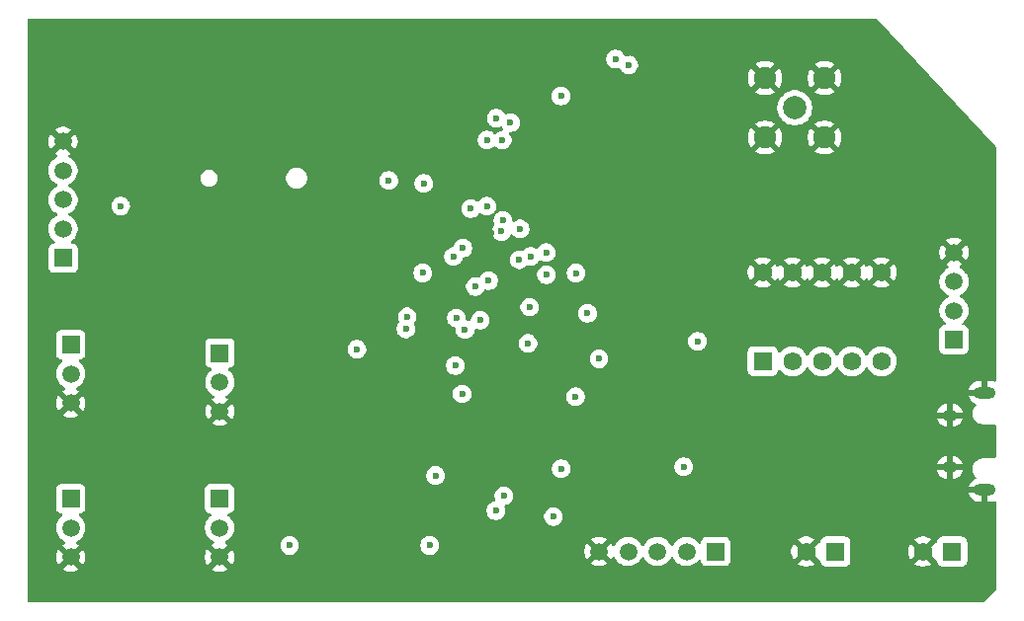
<source format=gbr>
%TF.GenerationSoftware,KiCad,Pcbnew,9.0.0*%
%TF.CreationDate,2025-11-11T18:57:33-05:00*%
%TF.ProjectId,Agi_WSN,4167695f-5753-44e2-9e6b-696361645f70,rev?*%
%TF.SameCoordinates,Original*%
%TF.FileFunction,Copper,L2,Inr*%
%TF.FilePolarity,Positive*%
%FSLAX46Y46*%
G04 Gerber Fmt 4.6, Leading zero omitted, Abs format (unit mm)*
G04 Created by KiCad (PCBNEW 9.0.0) date 2025-11-11 18:57:33*
%MOMM*%
%LPD*%
G01*
G04 APERTURE LIST*
%TA.AperFunction,ComponentPad*%
%ADD10R,1.580000X1.580000*%
%TD*%
%TA.AperFunction,ComponentPad*%
%ADD11C,1.580000*%
%TD*%
%TA.AperFunction,ComponentPad*%
%ADD12C,1.575000*%
%TD*%
%TA.AperFunction,ComponentPad*%
%ADD13R,1.575000X1.575000*%
%TD*%
%TA.AperFunction,ComponentPad*%
%ADD14C,1.508000*%
%TD*%
%TA.AperFunction,ComponentPad*%
%ADD15R,1.508000X1.508000*%
%TD*%
%TA.AperFunction,HeatsinkPad*%
%ADD16O,1.900000X1.000000*%
%TD*%
%TA.AperFunction,HeatsinkPad*%
%ADD17O,1.250000X1.050000*%
%TD*%
%TA.AperFunction,ComponentPad*%
%ADD18C,2.006600*%
%TD*%
%TA.AperFunction,ComponentPad*%
%ADD19C,1.905000*%
%TD*%
%TA.AperFunction,ViaPad*%
%ADD20C,0.600000*%
%TD*%
G04 APERTURE END LIST*
D10*
%TO.N,/MCU/DIP0*%
%TO.C,S1*%
X141530000Y-106700000D03*
D11*
%TO.N,GND*%
X141530000Y-99080000D03*
%TO.N,/MCU/DIP1*%
X144070000Y-106700000D03*
%TO.N,GND*%
X144070000Y-99080000D03*
%TO.N,unconnected-(S1-Pad3A)*%
X146610000Y-106700000D03*
%TO.N,GND*%
X146610000Y-99080000D03*
%TO.N,unconnected-(S1-Pad4A)*%
X149150000Y-106700000D03*
%TO.N,GND*%
X149150000Y-99080000D03*
%TO.N,unconnected-(S1-Pad5A)*%
X151690000Y-106700000D03*
%TO.N,GND*%
X151690000Y-99080000D03*
%TD*%
D12*
%TO.N,GND*%
%TO.C,J10*%
X155250000Y-123025000D03*
D13*
%TO.N,+5V*%
X157750000Y-123025000D03*
%TD*%
D12*
%TO.N,GND*%
%TO.C,J9*%
X145250000Y-123025000D03*
D13*
%TO.N,+3.3V*%
X147750000Y-123025000D03*
%TD*%
D14*
%TO.N,SO*%
%TO.C,J8*%
X81590000Y-92860000D03*
%TO.N,EXT_CS*%
X81590000Y-90360000D03*
%TO.N,SCK*%
X81590000Y-95360000D03*
D15*
%TO.N,SI*%
X81590000Y-97860000D03*
D14*
%TO.N,GND*%
X81590000Y-87860000D03*
%TD*%
%TO.N,GND*%
%TO.C,J7*%
X82250000Y-123500000D03*
%TO.N,Sensor C(5V)*%
X82250000Y-121000000D03*
D15*
%TO.N,+5V*%
X82250000Y-118500000D03*
%TD*%
D14*
%TO.N,GND*%
%TO.C,J6*%
X82250000Y-110290000D03*
%TO.N,Input A*%
X82250000Y-107790000D03*
D15*
%TO.N,+3.3V*%
X82250000Y-105290000D03*
%TD*%
D14*
%TO.N,GND*%
%TO.C,J5*%
X95025000Y-111000000D03*
%TO.N,Input B*%
X95025000Y-108500000D03*
D15*
%TO.N,+3.3V*%
X95025000Y-106000000D03*
%TD*%
D14*
%TO.N,SWDIO*%
%TO.C,J3*%
X132500000Y-123025000D03*
%TO.N,SWCLK*%
X130000000Y-123025000D03*
%TO.N,NRST*%
X135000000Y-123025000D03*
D15*
%TO.N,+3.3V*%
X137500000Y-123025000D03*
D14*
%TO.N,GND*%
X127500000Y-123025000D03*
%TD*%
D16*
%TO.N,GND*%
%TO.C,J2*%
X160550000Y-117745000D03*
D17*
X157550000Y-115795000D03*
X157550000Y-111345000D03*
D16*
X160550000Y-109395000D03*
%TD*%
D18*
%TO.N,Net-(C25-Pad2)*%
%TO.C,J1*%
X144272000Y-84963000D03*
D19*
%TO.N,GND*%
X141719300Y-82410300D03*
X141719300Y-87515700D03*
X146824700Y-87515700D03*
X146824700Y-82410300D03*
%TD*%
D14*
%TO.N,GND*%
%TO.C,J4*%
X95000000Y-123500000D03*
%TO.N,Sensor C(3.3V)*%
X95000000Y-121000000D03*
D15*
%TO.N,+3.3V*%
X95000000Y-118500000D03*
%TD*%
D14*
%TO.N,UART_TX*%
%TO.C,J11*%
X157910000Y-99870000D03*
%TO.N,GND*%
X157910000Y-97370000D03*
%TO.N,UART_RX*%
X157910000Y-102370000D03*
D15*
%TO.N,+3.3V*%
X157910000Y-104870000D03*
%TD*%
D20*
%TO.N,GND*%
X125603518Y-78230272D03*
X120954800Y-92557600D03*
X120853200Y-89763600D03*
X123698000Y-92557600D03*
X122259500Y-91200000D03*
%TO.N,+3.3V*%
X121564400Y-102057200D03*
X124256800Y-115925600D03*
%TO.N,GND*%
X143814800Y-111810800D03*
X133807200Y-86309200D03*
X130962400Y-85852000D03*
X135128000Y-78994000D03*
%TO.N,+3.3V*%
X130048000Y-81280000D03*
%TO.N,GND*%
X129921000Y-80264000D03*
%TO.N,+3.3V*%
X128905000Y-80772000D03*
%TO.N,GND*%
X159385000Y-89916000D03*
X160401000Y-89916000D03*
X155194000Y-89916000D03*
X158242000Y-89916000D03*
X156210000Y-89916000D03*
X157226000Y-89916000D03*
X151003000Y-89916000D03*
X154051000Y-89916000D03*
X152019000Y-89916000D03*
X153035000Y-89916000D03*
X146812000Y-89916000D03*
X149860000Y-89916000D03*
X147828000Y-89916000D03*
X148844000Y-89916000D03*
X142748000Y-89916000D03*
X145796000Y-89916000D03*
X143764000Y-89916000D03*
X144780000Y-89916000D03*
X138684000Y-89916000D03*
X141732000Y-89916000D03*
X139700000Y-89916000D03*
X140716000Y-89916000D03*
X134620000Y-89916000D03*
X137668000Y-89916000D03*
X135636000Y-89916000D03*
X136652000Y-89916000D03*
X130556000Y-89916000D03*
X133604000Y-89916000D03*
X131572000Y-89916000D03*
X132588000Y-89916000D03*
X128524000Y-89916000D03*
X129540000Y-89916000D03*
X127508000Y-89916000D03*
X125603000Y-88011000D03*
X125603000Y-83058000D03*
X125603000Y-87122000D03*
X125603000Y-83947000D03*
X125603000Y-82042000D03*
X125603000Y-81026000D03*
X125603000Y-80010000D03*
X125603000Y-79121000D03*
X156972000Y-109220000D03*
X136630000Y-118750000D03*
%TO.N,+3.3V*%
X115200000Y-107070000D03*
%TO.N,ADC_CS*%
X117330000Y-103190000D03*
X116910000Y-100300000D03*
%TO.N,Net-(U3-VBAT)*%
X111071734Y-102898266D03*
%TO.N,GND*%
X89150000Y-93070000D03*
%TO.N,Net-(U3-VBAT)*%
X109500000Y-91200000D03*
%TO.N,+3.3V*%
X124240000Y-83950000D03*
X112490000Y-91460000D03*
%TO.N,/MCU/LED*%
X126520000Y-102590000D03*
X135930000Y-104990000D03*
X123000000Y-99280000D03*
%TO.N,GND*%
X123170000Y-79690000D03*
%TO.N,+3.3V*%
X106760000Y-105680000D03*
X86530000Y-93390000D03*
%TO.N,GND*%
X126140000Y-88790000D03*
%TO.N,!W*%
X121410000Y-105180000D03*
%TO.N,HOLD*%
X125530000Y-99140000D03*
%TO.N,SO*%
X116027000Y-104005000D03*
X119360000Y-118240000D03*
%TO.N,SI*%
X118680000Y-119520000D03*
%TO.N,ADC_CS*%
X123600000Y-120020000D03*
%TO.N,EEPROM_CS*%
X118035735Y-99785735D03*
X116530000Y-93610000D03*
%TO.N,EXT_CS*%
X117900000Y-93410000D03*
%TO.N,ADC_CS*%
X115840000Y-97010000D03*
%TO.N,GND*%
X118240000Y-95700000D03*
%TO.N,RTC_CS*%
X110960000Y-103930000D03*
%TO.N,MFP*%
X115280000Y-103000000D03*
%TO.N,RTC_CS*%
X115020000Y-97730000D03*
%TO.N,SI*%
X120670000Y-98000000D03*
%TO.N,MFP*%
X121640000Y-97720000D03*
%TO.N,/MCU/LED*%
X122970000Y-97390000D03*
%TO.N,SWDIO*%
X119270000Y-94640000D03*
%TO.N,SWCLK*%
X120740000Y-95360000D03*
%TO.N,+3.3V*%
X119140000Y-95580000D03*
%TO.N,GND*%
X112430000Y-95020000D03*
X116220000Y-90080000D03*
X116910000Y-89290000D03*
%TO.N,NRST*%
X119210000Y-87750000D03*
%TO.N,HOLD*%
X118710000Y-85870000D03*
%TO.N,!W*%
X119920000Y-86240000D03*
%TO.N,GND*%
X113235000Y-82780000D03*
X118795000Y-79090000D03*
%TO.N,+3.3V*%
X117899500Y-87730000D03*
%TO.N,GND*%
X113879500Y-86450000D03*
%TO.N,SI*%
X115777000Y-109505000D03*
%TO.N,+3.3V*%
X125500000Y-109750000D03*
%TO.N,GND*%
X117277000Y-106505000D03*
X119310000Y-101500000D03*
%TO.N,NRST*%
X134750000Y-115750000D03*
%TO.N,+3.3V*%
X127500000Y-106500000D03*
%TO.N,GND*%
X149412500Y-110570000D03*
X150050000Y-114020000D03*
X152300000Y-111770000D03*
X137500000Y-112750000D03*
X134000000Y-112750000D03*
X130500000Y-112750000D03*
X127000000Y-112500000D03*
X127000000Y-115500000D03*
X123190000Y-115690000D03*
X123000000Y-122000000D03*
%TO.N,+3.3V*%
X112395600Y-99136400D03*
%TO.N,GND*%
X109527000Y-106005000D03*
X109527000Y-100505000D03*
X105527000Y-99505000D03*
X105527000Y-106505000D03*
X109500000Y-114500000D03*
X105500000Y-114500000D03*
X110562500Y-126062500D03*
X104387500Y-126387500D03*
%TO.N,+3.3V*%
X101000000Y-122500000D03*
%TO.N,GND*%
X105750000Y-117750000D03*
X109250000Y-117500000D03*
%TO.N,/Sensors/Therm*%
X113000000Y-122500000D03*
X113500000Y-116500000D03*
%TO.N,GND*%
X108337500Y-126337500D03*
%TD*%
%TA.AperFunction,Conductor*%
%TO.N,GND*%
G36*
X151281062Y-77329785D02*
G01*
X151304718Y-77349540D01*
X161466196Y-88248602D01*
X161497515Y-88311059D01*
X161499500Y-88333160D01*
X161499500Y-108333928D01*
X161479815Y-108400967D01*
X161427011Y-108446722D01*
X161357853Y-108456666D01*
X161328048Y-108448489D01*
X161291693Y-108433430D01*
X161291681Y-108433427D01*
X161098495Y-108395000D01*
X160800000Y-108395000D01*
X160800000Y-109095000D01*
X160300000Y-109095000D01*
X160300000Y-108395000D01*
X160001504Y-108395000D01*
X159808318Y-108433427D01*
X159808306Y-108433430D01*
X159626328Y-108508807D01*
X159626315Y-108508814D01*
X159462537Y-108618248D01*
X159462533Y-108618251D01*
X159323251Y-108757533D01*
X159323248Y-108757537D01*
X159213814Y-108921315D01*
X159213807Y-108921328D01*
X159138430Y-109103307D01*
X159138430Y-109103309D01*
X159130138Y-109145000D01*
X160033012Y-109145000D01*
X160015795Y-109154940D01*
X159959940Y-109210795D01*
X159920444Y-109279204D01*
X159900000Y-109355504D01*
X159900000Y-109434496D01*
X159920444Y-109510796D01*
X159959940Y-109579205D01*
X160015795Y-109635060D01*
X160033012Y-109645000D01*
X159130138Y-109645000D01*
X159138430Y-109686690D01*
X159138430Y-109686692D01*
X159213807Y-109868671D01*
X159213814Y-109868684D01*
X159323248Y-110032462D01*
X159323251Y-110032466D01*
X159462533Y-110171748D01*
X159462537Y-110171751D01*
X159626315Y-110281185D01*
X159626328Y-110281192D01*
X159740280Y-110328392D01*
X159794684Y-110372233D01*
X159816749Y-110438527D01*
X159799470Y-110506226D01*
X159780510Y-110530634D01*
X159706115Y-110605029D01*
X159706113Y-110605032D01*
X159604833Y-110756608D01*
X159604831Y-110756612D01*
X159535068Y-110925037D01*
X159535065Y-110925047D01*
X159499500Y-111103843D01*
X159499500Y-111103846D01*
X159499500Y-111286154D01*
X159499500Y-111286156D01*
X159499499Y-111286156D01*
X159535065Y-111464952D01*
X159535068Y-111464962D01*
X159604831Y-111633387D01*
X159604833Y-111633391D01*
X159706113Y-111784967D01*
X159706119Y-111784975D01*
X159835024Y-111913880D01*
X159835032Y-111913886D01*
X159986608Y-112015166D01*
X159986612Y-112015168D01*
X160125074Y-112072520D01*
X160155042Y-112084933D01*
X160155046Y-112084933D01*
X160155047Y-112084934D01*
X160333843Y-112120500D01*
X160333846Y-112120500D01*
X160359108Y-112120500D01*
X161375500Y-112120500D01*
X161442539Y-112140185D01*
X161488294Y-112192989D01*
X161499500Y-112244500D01*
X161499500Y-114895500D01*
X161479815Y-114962539D01*
X161427011Y-115008294D01*
X161375500Y-115019500D01*
X160333844Y-115019500D01*
X160155047Y-115055065D01*
X160155037Y-115055068D01*
X159986612Y-115124831D01*
X159986608Y-115124833D01*
X159835032Y-115226113D01*
X159835024Y-115226119D01*
X159706119Y-115355024D01*
X159706113Y-115355032D01*
X159604833Y-115506608D01*
X159604831Y-115506612D01*
X159535068Y-115675037D01*
X159535065Y-115675047D01*
X159499500Y-115853843D01*
X159499500Y-115853846D01*
X159499500Y-116036154D01*
X159499500Y-116036156D01*
X159499499Y-116036156D01*
X159535065Y-116214952D01*
X159535068Y-116214962D01*
X159604831Y-116383387D01*
X159604833Y-116383391D01*
X159706113Y-116534967D01*
X159706119Y-116534975D01*
X159780509Y-116609365D01*
X159813994Y-116670688D01*
X159809010Y-116740380D01*
X159767138Y-116796313D01*
X159740281Y-116811607D01*
X159626325Y-116858809D01*
X159626315Y-116858814D01*
X159462537Y-116968248D01*
X159462533Y-116968251D01*
X159323251Y-117107533D01*
X159323248Y-117107537D01*
X159213814Y-117271315D01*
X159213807Y-117271328D01*
X159138430Y-117453307D01*
X159138430Y-117453309D01*
X159130138Y-117495000D01*
X160033012Y-117495000D01*
X160015795Y-117504940D01*
X159959940Y-117560795D01*
X159920444Y-117629204D01*
X159900000Y-117705504D01*
X159900000Y-117784496D01*
X159920444Y-117860796D01*
X159959940Y-117929205D01*
X160015795Y-117985060D01*
X160033012Y-117995000D01*
X159130138Y-117995000D01*
X159138430Y-118036690D01*
X159138430Y-118036692D01*
X159213807Y-118218671D01*
X159213814Y-118218684D01*
X159323248Y-118382462D01*
X159323251Y-118382466D01*
X159462533Y-118521748D01*
X159462537Y-118521751D01*
X159626315Y-118631185D01*
X159626328Y-118631192D01*
X159808306Y-118706569D01*
X159808318Y-118706572D01*
X160001504Y-118744999D01*
X160001508Y-118745000D01*
X160300000Y-118745000D01*
X160300000Y-118045000D01*
X160800000Y-118045000D01*
X160800000Y-118745000D01*
X161098492Y-118745000D01*
X161098495Y-118744999D01*
X161291681Y-118706572D01*
X161291690Y-118706570D01*
X161328045Y-118691511D01*
X161397515Y-118684041D01*
X161459994Y-118715315D01*
X161495648Y-118775403D01*
X161499500Y-118806071D01*
X161499500Y-126284289D01*
X161479815Y-126351328D01*
X161463221Y-126371930D01*
X160509119Y-127326899D01*
X160447811Y-127360412D01*
X160421474Y-127363258D01*
X78704176Y-127413515D01*
X78637125Y-127393872D01*
X78591337Y-127341096D01*
X78580100Y-127289515D01*
X78580100Y-117698135D01*
X80995500Y-117698135D01*
X80995500Y-119301870D01*
X80995501Y-119301876D01*
X81001908Y-119361483D01*
X81052202Y-119496328D01*
X81052206Y-119496335D01*
X81138452Y-119611544D01*
X81138455Y-119611547D01*
X81253664Y-119697793D01*
X81253671Y-119697797D01*
X81298618Y-119714561D01*
X81388517Y-119748091D01*
X81448127Y-119754500D01*
X81448336Y-119754499D01*
X81448381Y-119754513D01*
X81451453Y-119754678D01*
X81451414Y-119755402D01*
X81515378Y-119774165D01*
X81561148Y-119826956D01*
X81571111Y-119896112D01*
X81542104Y-119959675D01*
X81521254Y-119978817D01*
X81432749Y-120043119D01*
X81293115Y-120182753D01*
X81177058Y-120342495D01*
X81087408Y-120518441D01*
X81026389Y-120706236D01*
X80995500Y-120901263D01*
X80995500Y-121098736D01*
X81026389Y-121293763D01*
X81087408Y-121481558D01*
X81087409Y-121481561D01*
X81177056Y-121657501D01*
X81177058Y-121657504D01*
X81293115Y-121817246D01*
X81432753Y-121956884D01*
X81582234Y-122065486D01*
X81592499Y-122072944D01*
X81723702Y-122139796D01*
X81774497Y-122187770D01*
X81791292Y-122255591D01*
X81768754Y-122321726D01*
X81723701Y-122360765D01*
X81592762Y-122427482D01*
X81592760Y-122427483D01*
X81557010Y-122453456D01*
X81557010Y-122453457D01*
X82120591Y-123017037D01*
X82057007Y-123034075D01*
X81942993Y-123099901D01*
X81849901Y-123192993D01*
X81784075Y-123307007D01*
X81767037Y-123370590D01*
X81203457Y-122807010D01*
X81203456Y-122807010D01*
X81177483Y-122842760D01*
X81177482Y-122842762D01*
X81087873Y-123018626D01*
X81026876Y-123206353D01*
X80996000Y-123401302D01*
X80996000Y-123598697D01*
X81026876Y-123793646D01*
X81087873Y-123981373D01*
X81177483Y-124157239D01*
X81203457Y-124192988D01*
X81203457Y-124192989D01*
X81767037Y-123629409D01*
X81784075Y-123692993D01*
X81849901Y-123807007D01*
X81942993Y-123900099D01*
X82057007Y-123965925D01*
X82120590Y-123982962D01*
X81557009Y-124546541D01*
X81557010Y-124546542D01*
X81592755Y-124572512D01*
X81592768Y-124572520D01*
X81768626Y-124662126D01*
X81956353Y-124723123D01*
X82151303Y-124754000D01*
X82348697Y-124754000D01*
X82543646Y-124723123D01*
X82731373Y-124662126D01*
X82907241Y-124572516D01*
X82942988Y-124546543D01*
X82942988Y-124546541D01*
X82379410Y-123982962D01*
X82442993Y-123965925D01*
X82557007Y-123900099D01*
X82650099Y-123807007D01*
X82715925Y-123692993D01*
X82732962Y-123629409D01*
X83296541Y-124192988D01*
X83296543Y-124192988D01*
X83322516Y-124157241D01*
X83412126Y-123981373D01*
X83473123Y-123793646D01*
X83504000Y-123598697D01*
X83504000Y-123401302D01*
X83473123Y-123206353D01*
X83412126Y-123018626D01*
X83322520Y-122842768D01*
X83322512Y-122842755D01*
X83296542Y-122807010D01*
X83296541Y-122807009D01*
X82732962Y-123370589D01*
X82715925Y-123307007D01*
X82650099Y-123192993D01*
X82557007Y-123099901D01*
X82442993Y-123034075D01*
X82379409Y-123017037D01*
X82942989Y-122453457D01*
X82907239Y-122427483D01*
X82776298Y-122360765D01*
X82725502Y-122312790D01*
X82708707Y-122244969D01*
X82731245Y-122178834D01*
X82776294Y-122139797D01*
X82907501Y-122072944D01*
X82927912Y-122058114D01*
X83067246Y-121956884D01*
X83067248Y-121956881D01*
X83067252Y-121956879D01*
X83206879Y-121817252D01*
X83206881Y-121817248D01*
X83206884Y-121817246D01*
X83292430Y-121699500D01*
X83322944Y-121657501D01*
X83412591Y-121481561D01*
X83473610Y-121293763D01*
X83504500Y-121098736D01*
X83504500Y-120901263D01*
X83473610Y-120706236D01*
X83416441Y-120530289D01*
X83412591Y-120518439D01*
X83322944Y-120342499D01*
X83306960Y-120320499D01*
X83206884Y-120182753D01*
X83067250Y-120043119D01*
X83067245Y-120043115D01*
X82978746Y-119978817D01*
X82936080Y-119923487D01*
X82930101Y-119853874D01*
X82962706Y-119792079D01*
X83023545Y-119757722D01*
X83048573Y-119754849D01*
X83048564Y-119754676D01*
X83051421Y-119754523D01*
X83051631Y-119754499D01*
X83051871Y-119754499D01*
X83051872Y-119754499D01*
X83111483Y-119748091D01*
X83246331Y-119697796D01*
X83361546Y-119611546D01*
X83447796Y-119496331D01*
X83498091Y-119361483D01*
X83504500Y-119301873D01*
X83504499Y-117698135D01*
X93745500Y-117698135D01*
X93745500Y-119301870D01*
X93745501Y-119301876D01*
X93751908Y-119361483D01*
X93802202Y-119496328D01*
X93802206Y-119496335D01*
X93888452Y-119611544D01*
X93888455Y-119611547D01*
X94003664Y-119697793D01*
X94003671Y-119697797D01*
X94048618Y-119714561D01*
X94138517Y-119748091D01*
X94198127Y-119754500D01*
X94198336Y-119754499D01*
X94198381Y-119754513D01*
X94201453Y-119754678D01*
X94201414Y-119755402D01*
X94265378Y-119774165D01*
X94311148Y-119826956D01*
X94321111Y-119896112D01*
X94292104Y-119959675D01*
X94271254Y-119978817D01*
X94182749Y-120043119D01*
X94043115Y-120182753D01*
X93927058Y-120342495D01*
X93837408Y-120518441D01*
X93776389Y-120706236D01*
X93745500Y-120901263D01*
X93745500Y-121098736D01*
X93776389Y-121293763D01*
X93837408Y-121481558D01*
X93837409Y-121481561D01*
X93927056Y-121657501D01*
X93927058Y-121657504D01*
X94043115Y-121817246D01*
X94182753Y-121956884D01*
X94332234Y-122065486D01*
X94342499Y-122072944D01*
X94473702Y-122139796D01*
X94524497Y-122187770D01*
X94541292Y-122255591D01*
X94518754Y-122321726D01*
X94473701Y-122360765D01*
X94342762Y-122427482D01*
X94342760Y-122427483D01*
X94307010Y-122453456D01*
X94307010Y-122453457D01*
X94870591Y-123017037D01*
X94807007Y-123034075D01*
X94692993Y-123099901D01*
X94599901Y-123192993D01*
X94534075Y-123307007D01*
X94517037Y-123370590D01*
X93953457Y-122807010D01*
X93953456Y-122807010D01*
X93927483Y-122842760D01*
X93927482Y-122842762D01*
X93837873Y-123018626D01*
X93776876Y-123206353D01*
X93746000Y-123401302D01*
X93746000Y-123598697D01*
X93776876Y-123793646D01*
X93837873Y-123981373D01*
X93927483Y-124157239D01*
X93953457Y-124192988D01*
X93953457Y-124192989D01*
X94517037Y-123629408D01*
X94534075Y-123692993D01*
X94599901Y-123807007D01*
X94692993Y-123900099D01*
X94807007Y-123965925D01*
X94870590Y-123982962D01*
X94307009Y-124546541D01*
X94307010Y-124546542D01*
X94342755Y-124572512D01*
X94342768Y-124572520D01*
X94518626Y-124662126D01*
X94706353Y-124723123D01*
X94901303Y-124754000D01*
X95098697Y-124754000D01*
X95293646Y-124723123D01*
X95481373Y-124662126D01*
X95657241Y-124572516D01*
X95692988Y-124546543D01*
X95692988Y-124546541D01*
X95129410Y-123982962D01*
X95192993Y-123965925D01*
X95307007Y-123900099D01*
X95400099Y-123807007D01*
X95465925Y-123692993D01*
X95482962Y-123629409D01*
X96046541Y-124192988D01*
X96046543Y-124192988D01*
X96072516Y-124157241D01*
X96162126Y-123981371D01*
X96223122Y-123793646D01*
X96254000Y-123598697D01*
X96254000Y-123401302D01*
X96223123Y-123206353D01*
X96162126Y-123018626D01*
X96072520Y-122842768D01*
X96072512Y-122842755D01*
X96046542Y-122807010D01*
X96046541Y-122807009D01*
X95482962Y-123370589D01*
X95465925Y-123307007D01*
X95400099Y-123192993D01*
X95307007Y-123099901D01*
X95192993Y-123034075D01*
X95129409Y-123017037D01*
X95692988Y-122453458D01*
X95692988Y-122453457D01*
X95657239Y-122427483D01*
X95644816Y-122421153D01*
X100199500Y-122421153D01*
X100199500Y-122578846D01*
X100230261Y-122733489D01*
X100230264Y-122733501D01*
X100290602Y-122879172D01*
X100290609Y-122879185D01*
X100378210Y-123010288D01*
X100378213Y-123010292D01*
X100489707Y-123121786D01*
X100489711Y-123121789D01*
X100620814Y-123209390D01*
X100620827Y-123209397D01*
X100766498Y-123269735D01*
X100766503Y-123269737D01*
X100921153Y-123300499D01*
X100921156Y-123300500D01*
X100921158Y-123300500D01*
X101078844Y-123300500D01*
X101078845Y-123300499D01*
X101233497Y-123269737D01*
X101379179Y-123209394D01*
X101510289Y-123121789D01*
X101621789Y-123010289D01*
X101709394Y-122879179D01*
X101769737Y-122733497D01*
X101800500Y-122578842D01*
X101800500Y-122421158D01*
X101800500Y-122421155D01*
X101800499Y-122421153D01*
X112199500Y-122421153D01*
X112199500Y-122578846D01*
X112230261Y-122733489D01*
X112230264Y-122733501D01*
X112290602Y-122879172D01*
X112290609Y-122879185D01*
X112378210Y-123010288D01*
X112378213Y-123010292D01*
X112489707Y-123121786D01*
X112489711Y-123121789D01*
X112620814Y-123209390D01*
X112620827Y-123209397D01*
X112766498Y-123269735D01*
X112766503Y-123269737D01*
X112921153Y-123300499D01*
X112921156Y-123300500D01*
X112921158Y-123300500D01*
X113078844Y-123300500D01*
X113078845Y-123300499D01*
X113233497Y-123269737D01*
X113379179Y-123209394D01*
X113510289Y-123121789D01*
X113621789Y-123010289D01*
X113677907Y-122926302D01*
X126246000Y-122926302D01*
X126246000Y-123123697D01*
X126276876Y-123318646D01*
X126337873Y-123506373D01*
X126427483Y-123682239D01*
X126453457Y-123717988D01*
X126453457Y-123717989D01*
X127017037Y-123154409D01*
X127034075Y-123217993D01*
X127099901Y-123332007D01*
X127192993Y-123425099D01*
X127307007Y-123490925D01*
X127370590Y-123507962D01*
X126807009Y-124071541D01*
X126807010Y-124071542D01*
X126842755Y-124097512D01*
X126842768Y-124097520D01*
X127018626Y-124187126D01*
X127206353Y-124248123D01*
X127401303Y-124279000D01*
X127598697Y-124279000D01*
X127793646Y-124248123D01*
X127981373Y-124187126D01*
X128157241Y-124097516D01*
X128192988Y-124071543D01*
X128192988Y-124071541D01*
X127629410Y-123507962D01*
X127692993Y-123490925D01*
X127807007Y-123425099D01*
X127900099Y-123332007D01*
X127965925Y-123217993D01*
X127982962Y-123154409D01*
X128546541Y-123717988D01*
X128546543Y-123717988D01*
X128572516Y-123682241D01*
X128639235Y-123551298D01*
X128687209Y-123500502D01*
X128755030Y-123483707D01*
X128821165Y-123506244D01*
X128860202Y-123551294D01*
X128924782Y-123678039D01*
X128927058Y-123682505D01*
X129043115Y-123842246D01*
X129182753Y-123981884D01*
X129306158Y-124071541D01*
X129342499Y-124097944D01*
X129518439Y-124187591D01*
X129643637Y-124228270D01*
X129706236Y-124248610D01*
X129901264Y-124279500D01*
X129901269Y-124279500D01*
X130098736Y-124279500D01*
X130293763Y-124248610D01*
X130295262Y-124248123D01*
X130481561Y-124187591D01*
X130657501Y-124097944D01*
X130785521Y-124004933D01*
X130817246Y-123981884D01*
X130817248Y-123981881D01*
X130817252Y-123981879D01*
X130956879Y-123842252D01*
X130956881Y-123842248D01*
X130956884Y-123842246D01*
X131072941Y-123682505D01*
X131072940Y-123682505D01*
X131072944Y-123682501D01*
X131139516Y-123551846D01*
X131187490Y-123501052D01*
X131255311Y-123484257D01*
X131321446Y-123506794D01*
X131360482Y-123551845D01*
X131424166Y-123676830D01*
X131427058Y-123682505D01*
X131543115Y-123842246D01*
X131682753Y-123981884D01*
X131806158Y-124071541D01*
X131842499Y-124097944D01*
X132018439Y-124187591D01*
X132143637Y-124228270D01*
X132206236Y-124248610D01*
X132401264Y-124279500D01*
X132401269Y-124279500D01*
X132598736Y-124279500D01*
X132793763Y-124248610D01*
X132795262Y-124248123D01*
X132981561Y-124187591D01*
X133157501Y-124097944D01*
X133285521Y-124004933D01*
X133317246Y-123981884D01*
X133317248Y-123981881D01*
X133317252Y-123981879D01*
X133456879Y-123842252D01*
X133456881Y-123842248D01*
X133456884Y-123842246D01*
X133572941Y-123682505D01*
X133572940Y-123682505D01*
X133572944Y-123682501D01*
X133639516Y-123551846D01*
X133687490Y-123501052D01*
X133755311Y-123484257D01*
X133821446Y-123506794D01*
X133860482Y-123551845D01*
X133924166Y-123676830D01*
X133927058Y-123682505D01*
X134043115Y-123842246D01*
X134182753Y-123981884D01*
X134306158Y-124071541D01*
X134342499Y-124097944D01*
X134518439Y-124187591D01*
X134643637Y-124228270D01*
X134706236Y-124248610D01*
X134901264Y-124279500D01*
X134901269Y-124279500D01*
X135098736Y-124279500D01*
X135293763Y-124248610D01*
X135295262Y-124248123D01*
X135481561Y-124187591D01*
X135657501Y-124097944D01*
X135785521Y-124004933D01*
X135817246Y-123981884D01*
X135817248Y-123981881D01*
X135817252Y-123981879D01*
X135956879Y-123842252D01*
X136021182Y-123753744D01*
X136076510Y-123711080D01*
X136146123Y-123705099D01*
X136207919Y-123737704D01*
X136242277Y-123798543D01*
X136245152Y-123823573D01*
X136245324Y-123823564D01*
X136245474Y-123826371D01*
X136245500Y-123826595D01*
X136245500Y-123826852D01*
X136245501Y-123826876D01*
X136251908Y-123886483D01*
X136302202Y-124021328D01*
X136302206Y-124021335D01*
X136388452Y-124136544D01*
X136388455Y-124136547D01*
X136503664Y-124222793D01*
X136503671Y-124222797D01*
X136638517Y-124273091D01*
X136638516Y-124273091D01*
X136645444Y-124273835D01*
X136698127Y-124279500D01*
X138301872Y-124279499D01*
X138361483Y-124273091D01*
X138496331Y-124222796D01*
X138611546Y-124136546D01*
X138697796Y-124021331D01*
X138748091Y-123886483D01*
X138754500Y-123826873D01*
X138754499Y-122923672D01*
X143962500Y-122923672D01*
X143962500Y-123126327D01*
X143994203Y-123326491D01*
X144056825Y-123519225D01*
X144056827Y-123519228D01*
X144148831Y-123699797D01*
X144179473Y-123741971D01*
X144179474Y-123741972D01*
X144746624Y-123174821D01*
X144760778Y-123227642D01*
X144829896Y-123347357D01*
X144927643Y-123445104D01*
X145047358Y-123514222D01*
X145100178Y-123528375D01*
X144533026Y-124095525D01*
X144575202Y-124126168D01*
X144755771Y-124218172D01*
X144755774Y-124218174D01*
X144948508Y-124280796D01*
X145148673Y-124312500D01*
X145351327Y-124312500D01*
X145551491Y-124280796D01*
X145744225Y-124218174D01*
X145744228Y-124218172D01*
X145924797Y-124126168D01*
X145966971Y-124095526D01*
X145966971Y-124095525D01*
X145399821Y-123528375D01*
X145452642Y-123514222D01*
X145572357Y-123445104D01*
X145670104Y-123347357D01*
X145739222Y-123227642D01*
X145753375Y-123174821D01*
X146320525Y-123741971D01*
X146328340Y-123741356D01*
X146396717Y-123755720D01*
X146446474Y-123804772D01*
X146461531Y-123857083D01*
X146461646Y-123857071D01*
X146461716Y-123857725D01*
X146461891Y-123858332D01*
X146462000Y-123860364D01*
X146468408Y-123919983D01*
X146518702Y-124054828D01*
X146518706Y-124054835D01*
X146604952Y-124170044D01*
X146604955Y-124170047D01*
X146720164Y-124256293D01*
X146720171Y-124256297D01*
X146855017Y-124306591D01*
X146855016Y-124306591D01*
X146861944Y-124307335D01*
X146914627Y-124313000D01*
X148585372Y-124312999D01*
X148644983Y-124306591D01*
X148779831Y-124256296D01*
X148895046Y-124170046D01*
X148981296Y-124054831D01*
X149008504Y-123981884D01*
X149031591Y-123919982D01*
X149038000Y-123860373D01*
X149037999Y-122923672D01*
X153962500Y-122923672D01*
X153962500Y-123126327D01*
X153994203Y-123326491D01*
X154056825Y-123519225D01*
X154056827Y-123519228D01*
X154148831Y-123699797D01*
X154179473Y-123741971D01*
X154179474Y-123741972D01*
X154746624Y-123174821D01*
X154760778Y-123227642D01*
X154829896Y-123347357D01*
X154927643Y-123445104D01*
X155047358Y-123514222D01*
X155100178Y-123528375D01*
X154533026Y-124095525D01*
X154575202Y-124126168D01*
X154755771Y-124218172D01*
X154755774Y-124218174D01*
X154948508Y-124280796D01*
X155148673Y-124312500D01*
X155351327Y-124312500D01*
X155551491Y-124280796D01*
X155744225Y-124218174D01*
X155744228Y-124218172D01*
X155924797Y-124126168D01*
X155966971Y-124095526D01*
X155966971Y-124095525D01*
X155399821Y-123528375D01*
X155452642Y-123514222D01*
X155572357Y-123445104D01*
X155670104Y-123347357D01*
X155739222Y-123227642D01*
X155753375Y-123174821D01*
X156320525Y-123741971D01*
X156328340Y-123741356D01*
X156396717Y-123755720D01*
X156446474Y-123804772D01*
X156461531Y-123857083D01*
X156461646Y-123857071D01*
X156461716Y-123857725D01*
X156461891Y-123858332D01*
X156462000Y-123860364D01*
X156468408Y-123919983D01*
X156518702Y-124054828D01*
X156518706Y-124054835D01*
X156604952Y-124170044D01*
X156604955Y-124170047D01*
X156720164Y-124256293D01*
X156720171Y-124256297D01*
X156855017Y-124306591D01*
X156855016Y-124306591D01*
X156861944Y-124307335D01*
X156914627Y-124313000D01*
X158585372Y-124312999D01*
X158644983Y-124306591D01*
X158779831Y-124256296D01*
X158895046Y-124170046D01*
X158981296Y-124054831D01*
X159031591Y-123919983D01*
X159038000Y-123860373D01*
X159037999Y-122189628D01*
X159031591Y-122130017D01*
X159028163Y-122120827D01*
X158981297Y-121995171D01*
X158981293Y-121995164D01*
X158895047Y-121879955D01*
X158895044Y-121879952D01*
X158779835Y-121793706D01*
X158779828Y-121793702D01*
X158644982Y-121743408D01*
X158644983Y-121743408D01*
X158585383Y-121737001D01*
X158585381Y-121737000D01*
X158585373Y-121737000D01*
X158585364Y-121737000D01*
X156914629Y-121737000D01*
X156914623Y-121737001D01*
X156855016Y-121743408D01*
X156720171Y-121793702D01*
X156720164Y-121793706D01*
X156604955Y-121879952D01*
X156604952Y-121879955D01*
X156518706Y-121995164D01*
X156518702Y-121995171D01*
X156468408Y-122130017D01*
X156461999Y-122189626D01*
X156461889Y-122191688D01*
X156461729Y-122192138D01*
X156461645Y-122192928D01*
X156461458Y-122192907D01*
X156438629Y-122257573D01*
X156383442Y-122300423D01*
X156328341Y-122308641D01*
X156320526Y-122308026D01*
X155753375Y-122875177D01*
X155739222Y-122822358D01*
X155670104Y-122702643D01*
X155572357Y-122604896D01*
X155452642Y-122535778D01*
X155399822Y-122521624D01*
X155966972Y-121954474D01*
X155966971Y-121954473D01*
X155924797Y-121923831D01*
X155744228Y-121831827D01*
X155744225Y-121831825D01*
X155551491Y-121769203D01*
X155351327Y-121737500D01*
X155148673Y-121737500D01*
X154948508Y-121769203D01*
X154755774Y-121831825D01*
X154755771Y-121831826D01*
X154575204Y-121923830D01*
X154533027Y-121954473D01*
X155100178Y-122521624D01*
X155047358Y-122535778D01*
X154927643Y-122604896D01*
X154829896Y-122702643D01*
X154760778Y-122822358D01*
X154746624Y-122875178D01*
X154179473Y-122308027D01*
X154148830Y-122350204D01*
X154056826Y-122530771D01*
X154056825Y-122530774D01*
X153994203Y-122723508D01*
X153962500Y-122923672D01*
X149037999Y-122923672D01*
X149037999Y-122189628D01*
X149031591Y-122130017D01*
X149028163Y-122120827D01*
X148999906Y-122045065D01*
X148999905Y-122045063D01*
X148981298Y-121995173D01*
X148981293Y-121995164D01*
X148895047Y-121879955D01*
X148895044Y-121879952D01*
X148779835Y-121793706D01*
X148779828Y-121793702D01*
X148644982Y-121743408D01*
X148644983Y-121743408D01*
X148585383Y-121737001D01*
X148585381Y-121737000D01*
X148585373Y-121737000D01*
X148585364Y-121737000D01*
X146914629Y-121737000D01*
X146914623Y-121737001D01*
X146855016Y-121743408D01*
X146720171Y-121793702D01*
X146720164Y-121793706D01*
X146604955Y-121879952D01*
X146604952Y-121879955D01*
X146518706Y-121995164D01*
X146518702Y-121995171D01*
X146468408Y-122130017D01*
X146461999Y-122189626D01*
X146461889Y-122191688D01*
X146461729Y-122192138D01*
X146461645Y-122192928D01*
X146461458Y-122192907D01*
X146438629Y-122257573D01*
X146383442Y-122300423D01*
X146328341Y-122308641D01*
X146320526Y-122308026D01*
X145753375Y-122875177D01*
X145739222Y-122822358D01*
X145670104Y-122702643D01*
X145572357Y-122604896D01*
X145452642Y-122535778D01*
X145399822Y-122521624D01*
X145966972Y-121954474D01*
X145966971Y-121954473D01*
X145924797Y-121923831D01*
X145744228Y-121831827D01*
X145744225Y-121831825D01*
X145551491Y-121769203D01*
X145351327Y-121737500D01*
X145148673Y-121737500D01*
X144948508Y-121769203D01*
X144755774Y-121831825D01*
X144755771Y-121831826D01*
X144575204Y-121923830D01*
X144533027Y-121954473D01*
X145100178Y-122521624D01*
X145047358Y-122535778D01*
X144927643Y-122604896D01*
X144829896Y-122702643D01*
X144760778Y-122822358D01*
X144746624Y-122875178D01*
X144179473Y-122308027D01*
X144148830Y-122350204D01*
X144056826Y-122530771D01*
X144056825Y-122530774D01*
X143994203Y-122723508D01*
X143962500Y-122923672D01*
X138754499Y-122923672D01*
X138754499Y-122223128D01*
X138748091Y-122163517D01*
X138747746Y-122162591D01*
X138703912Y-122045065D01*
X138699934Y-122034402D01*
X138697796Y-122028669D01*
X138697794Y-122028666D01*
X138697793Y-122028664D01*
X138611547Y-121913455D01*
X138611544Y-121913452D01*
X138496335Y-121827206D01*
X138496328Y-121827202D01*
X138361482Y-121776908D01*
X138361483Y-121776908D01*
X138301883Y-121770501D01*
X138301881Y-121770500D01*
X138301873Y-121770500D01*
X138301864Y-121770500D01*
X136698129Y-121770500D01*
X136698123Y-121770501D01*
X136638516Y-121776908D01*
X136503671Y-121827202D01*
X136503664Y-121827206D01*
X136388455Y-121913452D01*
X136388452Y-121913455D01*
X136302206Y-122028664D01*
X136302202Y-122028671D01*
X136251908Y-122163517D01*
X136247153Y-122207748D01*
X136245501Y-122223123D01*
X136245500Y-122223135D01*
X136245500Y-122223368D01*
X136245484Y-122223420D01*
X136245322Y-122226452D01*
X136244605Y-122226413D01*
X136225815Y-122290407D01*
X136173011Y-122336162D01*
X136103853Y-122346106D01*
X136040297Y-122317081D01*
X136021182Y-122296253D01*
X135956884Y-122207753D01*
X135817246Y-122068115D01*
X135657504Y-121952058D01*
X135657503Y-121952057D01*
X135657501Y-121952056D01*
X135481561Y-121862409D01*
X135481558Y-121862408D01*
X135293763Y-121801389D01*
X135098736Y-121770500D01*
X135098731Y-121770500D01*
X134901269Y-121770500D01*
X134901264Y-121770500D01*
X134706236Y-121801389D01*
X134518441Y-121862408D01*
X134342495Y-121952058D01*
X134182753Y-122068115D01*
X134043115Y-122207753D01*
X133927058Y-122367495D01*
X133860485Y-122498151D01*
X133812510Y-122548947D01*
X133744689Y-122565742D01*
X133678554Y-122543204D01*
X133639515Y-122498151D01*
X133572944Y-122367499D01*
X133547159Y-122332009D01*
X133456884Y-122207753D01*
X133317246Y-122068115D01*
X133157504Y-121952058D01*
X133157503Y-121952057D01*
X133157501Y-121952056D01*
X132981561Y-121862409D01*
X132981558Y-121862408D01*
X132793763Y-121801389D01*
X132598736Y-121770500D01*
X132598731Y-121770500D01*
X132401269Y-121770500D01*
X132401264Y-121770500D01*
X132206236Y-121801389D01*
X132018441Y-121862408D01*
X131842495Y-121952058D01*
X131682753Y-122068115D01*
X131543115Y-122207753D01*
X131427058Y-122367495D01*
X131360485Y-122498151D01*
X131312510Y-122548947D01*
X131244689Y-122565742D01*
X131178554Y-122543204D01*
X131139515Y-122498151D01*
X131072944Y-122367499D01*
X131047159Y-122332009D01*
X130956884Y-122207753D01*
X130817246Y-122068115D01*
X130657504Y-121952058D01*
X130657503Y-121952057D01*
X130657501Y-121952056D01*
X130481561Y-121862409D01*
X130481558Y-121862408D01*
X130293763Y-121801389D01*
X130098736Y-121770500D01*
X130098731Y-121770500D01*
X129901269Y-121770500D01*
X129901264Y-121770500D01*
X129706236Y-121801389D01*
X129518441Y-121862408D01*
X129342495Y-121952058D01*
X129182753Y-122068115D01*
X129043115Y-122207753D01*
X128927056Y-122367497D01*
X128860203Y-122498702D01*
X128812229Y-122549497D01*
X128744407Y-122566292D01*
X128678273Y-122543754D01*
X128639234Y-122498701D01*
X128572520Y-122367768D01*
X128572512Y-122367755D01*
X128546542Y-122332010D01*
X128546541Y-122332009D01*
X127982962Y-122895589D01*
X127965925Y-122832007D01*
X127900099Y-122717993D01*
X127807007Y-122624901D01*
X127692993Y-122559075D01*
X127629409Y-122542037D01*
X128192989Y-121978457D01*
X128157239Y-121952483D01*
X127981373Y-121862873D01*
X127793646Y-121801876D01*
X127598697Y-121771000D01*
X127401303Y-121771000D01*
X127206353Y-121801876D01*
X127018626Y-121862873D01*
X126842762Y-121952482D01*
X126842760Y-121952483D01*
X126807010Y-121978456D01*
X126807010Y-121978457D01*
X127370591Y-122542037D01*
X127307007Y-122559075D01*
X127192993Y-122624901D01*
X127099901Y-122717993D01*
X127034075Y-122832007D01*
X127017037Y-122895590D01*
X126453457Y-122332010D01*
X126453456Y-122332010D01*
X126427483Y-122367760D01*
X126427482Y-122367762D01*
X126337873Y-122543626D01*
X126276876Y-122731353D01*
X126246000Y-122926302D01*
X113677907Y-122926302D01*
X113709394Y-122879179D01*
X113769737Y-122733497D01*
X113800500Y-122578842D01*
X113800500Y-122421158D01*
X113800500Y-122421155D01*
X113800499Y-122421153D01*
X113782767Y-122332009D01*
X113769737Y-122266503D01*
X113764765Y-122254500D01*
X113709397Y-122120827D01*
X113709390Y-122120814D01*
X113691879Y-122094607D01*
X113621789Y-121989711D01*
X113621786Y-121989707D01*
X113510292Y-121878213D01*
X113510288Y-121878210D01*
X113379185Y-121790609D01*
X113379172Y-121790602D01*
X113233501Y-121730264D01*
X113233489Y-121730261D01*
X113078845Y-121699500D01*
X113078842Y-121699500D01*
X112921158Y-121699500D01*
X112921155Y-121699500D01*
X112766510Y-121730261D01*
X112766498Y-121730264D01*
X112620827Y-121790602D01*
X112620814Y-121790609D01*
X112489711Y-121878210D01*
X112489707Y-121878213D01*
X112378213Y-121989707D01*
X112378210Y-121989711D01*
X112290609Y-122120814D01*
X112290602Y-122120827D01*
X112230264Y-122266498D01*
X112230261Y-122266510D01*
X112199500Y-122421153D01*
X101800499Y-122421153D01*
X101782767Y-122332009D01*
X101769737Y-122266503D01*
X101764765Y-122254500D01*
X101709397Y-122120827D01*
X101709390Y-122120814D01*
X101621789Y-121989711D01*
X101621786Y-121989707D01*
X101510292Y-121878213D01*
X101510288Y-121878210D01*
X101379185Y-121790609D01*
X101379172Y-121790602D01*
X101233501Y-121730264D01*
X101233489Y-121730261D01*
X101078845Y-121699500D01*
X101078842Y-121699500D01*
X100921158Y-121699500D01*
X100921155Y-121699500D01*
X100766510Y-121730261D01*
X100766498Y-121730264D01*
X100620827Y-121790602D01*
X100620814Y-121790609D01*
X100489711Y-121878210D01*
X100489707Y-121878213D01*
X100378213Y-121989707D01*
X100378210Y-121989711D01*
X100290609Y-122120814D01*
X100290602Y-122120827D01*
X100230264Y-122266498D01*
X100230261Y-122266510D01*
X100199500Y-122421153D01*
X95644816Y-122421153D01*
X95526298Y-122360765D01*
X95475502Y-122312790D01*
X95458707Y-122244969D01*
X95481245Y-122178834D01*
X95526294Y-122139797D01*
X95657501Y-122072944D01*
X95677912Y-122058114D01*
X95817246Y-121956884D01*
X95817248Y-121956881D01*
X95817252Y-121956879D01*
X95956879Y-121817252D01*
X95956881Y-121817248D01*
X95956884Y-121817246D01*
X96042430Y-121699500D01*
X96072944Y-121657501D01*
X96162591Y-121481561D01*
X96223610Y-121293763D01*
X96254500Y-121098736D01*
X96254500Y-120901263D01*
X96223610Y-120706236D01*
X96166441Y-120530289D01*
X96162591Y-120518439D01*
X96072944Y-120342499D01*
X96056960Y-120320499D01*
X95956884Y-120182753D01*
X95817250Y-120043119D01*
X95817245Y-120043115D01*
X95728746Y-119978817D01*
X95686080Y-119923487D01*
X95680101Y-119853874D01*
X95712706Y-119792079D01*
X95773545Y-119757722D01*
X95798573Y-119754849D01*
X95798564Y-119754676D01*
X95801421Y-119754523D01*
X95801631Y-119754499D01*
X95801871Y-119754499D01*
X95801872Y-119754499D01*
X95861483Y-119748091D01*
X95996331Y-119697796D01*
X96111546Y-119611546D01*
X96197796Y-119496331D01*
X96218374Y-119441158D01*
X96218376Y-119441153D01*
X117879500Y-119441153D01*
X117879500Y-119598846D01*
X117910261Y-119753489D01*
X117910264Y-119753501D01*
X117970602Y-119899172D01*
X117970609Y-119899185D01*
X118058210Y-120030288D01*
X118058213Y-120030292D01*
X118169707Y-120141786D01*
X118169711Y-120141789D01*
X118300814Y-120229390D01*
X118300827Y-120229397D01*
X118446498Y-120289735D01*
X118446503Y-120289737D01*
X118601153Y-120320499D01*
X118601156Y-120320500D01*
X118601158Y-120320500D01*
X118758844Y-120320500D01*
X118758845Y-120320499D01*
X118913497Y-120289737D01*
X119059179Y-120229394D01*
X119190289Y-120141789D01*
X119301789Y-120030289D01*
X119361348Y-119941153D01*
X122799500Y-119941153D01*
X122799500Y-120098846D01*
X122830261Y-120253489D01*
X122830264Y-120253501D01*
X122890602Y-120399172D01*
X122890609Y-120399185D01*
X122978210Y-120530288D01*
X122978213Y-120530292D01*
X123089707Y-120641786D01*
X123089711Y-120641789D01*
X123220814Y-120729390D01*
X123220827Y-120729397D01*
X123366498Y-120789735D01*
X123366503Y-120789737D01*
X123521153Y-120820499D01*
X123521156Y-120820500D01*
X123521158Y-120820500D01*
X123678844Y-120820500D01*
X123678845Y-120820499D01*
X123833497Y-120789737D01*
X123979179Y-120729394D01*
X124110289Y-120641789D01*
X124221789Y-120530289D01*
X124309394Y-120399179D01*
X124369737Y-120253497D01*
X124400500Y-120098842D01*
X124400500Y-119941158D01*
X124400500Y-119941155D01*
X124400499Y-119941153D01*
X124379863Y-119837409D01*
X124369737Y-119786503D01*
X124365548Y-119776390D01*
X124309397Y-119640827D01*
X124309390Y-119640814D01*
X124221789Y-119509711D01*
X124221786Y-119509707D01*
X124110292Y-119398213D01*
X124110288Y-119398210D01*
X123979185Y-119310609D01*
X123979172Y-119310602D01*
X123833501Y-119250264D01*
X123833489Y-119250261D01*
X123678845Y-119219500D01*
X123678842Y-119219500D01*
X123521158Y-119219500D01*
X123521155Y-119219500D01*
X123366510Y-119250261D01*
X123366498Y-119250264D01*
X123220827Y-119310602D01*
X123220814Y-119310609D01*
X123089711Y-119398210D01*
X123089707Y-119398213D01*
X122978213Y-119509707D01*
X122978210Y-119509711D01*
X122890609Y-119640814D01*
X122890602Y-119640827D01*
X122830264Y-119786498D01*
X122830261Y-119786510D01*
X122799500Y-119941153D01*
X119361348Y-119941153D01*
X119389394Y-119899179D01*
X119449737Y-119753497D01*
X119480500Y-119598842D01*
X119480500Y-119441158D01*
X119480500Y-119441155D01*
X119480499Y-119441153D01*
X119464652Y-119361485D01*
X119449737Y-119286503D01*
X119412586Y-119196813D01*
X119405118Y-119127348D01*
X119436393Y-119064869D01*
X119496481Y-119029216D01*
X119502957Y-119027747D01*
X119536774Y-119021019D01*
X119593497Y-119009737D01*
X119739179Y-118949394D01*
X119870289Y-118861789D01*
X119981789Y-118750289D01*
X120069394Y-118619179D01*
X120129737Y-118473497D01*
X120160500Y-118318842D01*
X120160500Y-118161158D01*
X120160500Y-118161155D01*
X120160499Y-118161153D01*
X120129737Y-118006503D01*
X120129734Y-118006495D01*
X120069397Y-117860827D01*
X120069390Y-117860814D01*
X119981789Y-117729711D01*
X119981786Y-117729707D01*
X119870292Y-117618213D01*
X119870288Y-117618210D01*
X119739185Y-117530609D01*
X119739172Y-117530602D01*
X119593501Y-117470264D01*
X119593489Y-117470261D01*
X119438845Y-117439500D01*
X119438842Y-117439500D01*
X119281158Y-117439500D01*
X119281155Y-117439500D01*
X119126510Y-117470261D01*
X119126498Y-117470264D01*
X118980827Y-117530602D01*
X118980814Y-117530609D01*
X118849711Y-117618210D01*
X118849707Y-117618213D01*
X118738213Y-117729707D01*
X118738210Y-117729711D01*
X118650609Y-117860814D01*
X118650602Y-117860827D01*
X118590264Y-118006498D01*
X118590261Y-118006510D01*
X118559500Y-118161153D01*
X118559500Y-118318846D01*
X118590261Y-118473489D01*
X118590263Y-118473497D01*
X118627412Y-118563183D01*
X118634881Y-118632652D01*
X118603606Y-118695131D01*
X118543517Y-118730783D01*
X118537044Y-118732252D01*
X118446507Y-118750261D01*
X118446498Y-118750264D01*
X118300827Y-118810602D01*
X118300814Y-118810609D01*
X118169711Y-118898210D01*
X118169707Y-118898213D01*
X118058213Y-119009707D01*
X118058210Y-119009711D01*
X117970609Y-119140814D01*
X117970602Y-119140827D01*
X117910264Y-119286498D01*
X117910261Y-119286510D01*
X117879500Y-119441153D01*
X96218376Y-119441153D01*
X96236809Y-119391733D01*
X96236809Y-119391732D01*
X96248090Y-119361485D01*
X96248091Y-119361483D01*
X96248091Y-119361482D01*
X96254500Y-119301873D01*
X96254499Y-117698128D01*
X96248091Y-117638517D01*
X96244617Y-117629204D01*
X96197797Y-117503671D01*
X96197793Y-117503664D01*
X96111547Y-117388455D01*
X96111544Y-117388452D01*
X95996335Y-117302206D01*
X95996328Y-117302202D01*
X95861482Y-117251908D01*
X95861483Y-117251908D01*
X95801883Y-117245501D01*
X95801881Y-117245500D01*
X95801873Y-117245500D01*
X95801864Y-117245500D01*
X94198129Y-117245500D01*
X94198123Y-117245501D01*
X94138516Y-117251908D01*
X94003671Y-117302202D01*
X94003664Y-117302206D01*
X93888455Y-117388452D01*
X93888452Y-117388455D01*
X93802206Y-117503664D01*
X93802202Y-117503671D01*
X93751908Y-117638517D01*
X93745501Y-117698116D01*
X93745501Y-117698123D01*
X93745500Y-117698135D01*
X83504499Y-117698135D01*
X83504499Y-117698128D01*
X83498091Y-117638517D01*
X83494617Y-117629204D01*
X83447797Y-117503671D01*
X83447793Y-117503664D01*
X83361547Y-117388455D01*
X83361544Y-117388452D01*
X83246335Y-117302206D01*
X83246328Y-117302202D01*
X83111482Y-117251908D01*
X83111483Y-117251908D01*
X83051883Y-117245501D01*
X83051881Y-117245500D01*
X83051873Y-117245500D01*
X83051864Y-117245500D01*
X81448129Y-117245500D01*
X81448123Y-117245501D01*
X81388516Y-117251908D01*
X81253671Y-117302202D01*
X81253664Y-117302206D01*
X81138455Y-117388452D01*
X81138452Y-117388455D01*
X81052206Y-117503664D01*
X81052202Y-117503671D01*
X81001908Y-117638517D01*
X80995501Y-117698116D01*
X80995501Y-117698123D01*
X80995500Y-117698135D01*
X78580100Y-117698135D01*
X78580100Y-116421153D01*
X112699500Y-116421153D01*
X112699500Y-116578846D01*
X112730261Y-116733489D01*
X112730264Y-116733501D01*
X112790602Y-116879172D01*
X112790609Y-116879185D01*
X112878210Y-117010288D01*
X112878213Y-117010292D01*
X112989707Y-117121786D01*
X112989711Y-117121789D01*
X113120814Y-117209390D01*
X113120827Y-117209397D01*
X113223462Y-117251909D01*
X113266503Y-117269737D01*
X113421153Y-117300499D01*
X113421156Y-117300500D01*
X113421158Y-117300500D01*
X113578844Y-117300500D01*
X113578845Y-117300499D01*
X113733497Y-117269737D01*
X113879179Y-117209394D01*
X114010289Y-117121789D01*
X114121789Y-117010289D01*
X114209394Y-116879179D01*
X114217832Y-116858809D01*
X114237383Y-116811607D01*
X114269737Y-116733497D01*
X114300500Y-116578842D01*
X114300500Y-116421158D01*
X114300500Y-116421155D01*
X114300499Y-116421153D01*
X114277352Y-116304785D01*
X114269737Y-116266503D01*
X114225250Y-116159101D01*
X114209397Y-116120827D01*
X114209390Y-116120814D01*
X114121789Y-115989711D01*
X114121786Y-115989707D01*
X114010292Y-115878213D01*
X114010288Y-115878210D01*
X113963210Y-115846753D01*
X123456300Y-115846753D01*
X123456300Y-116004446D01*
X123487061Y-116159089D01*
X123487064Y-116159101D01*
X123547402Y-116304772D01*
X123547409Y-116304785D01*
X123635010Y-116435888D01*
X123635013Y-116435892D01*
X123746507Y-116547386D01*
X123746511Y-116547389D01*
X123877614Y-116634990D01*
X123877627Y-116634997D01*
X124023298Y-116695335D01*
X124023303Y-116695337D01*
X124177953Y-116726099D01*
X124177956Y-116726100D01*
X124177958Y-116726100D01*
X124335644Y-116726100D01*
X124335645Y-116726099D01*
X124490297Y-116695337D01*
X124635979Y-116634994D01*
X124767089Y-116547389D01*
X124878589Y-116435889D01*
X124966194Y-116304779D01*
X125026537Y-116159097D01*
X125057300Y-116004442D01*
X125057300Y-115846758D01*
X125057300Y-115846755D01*
X125026537Y-115692104D01*
X125026535Y-115692098D01*
X125017859Y-115671153D01*
X133949500Y-115671153D01*
X133949500Y-115828846D01*
X133980261Y-115983489D01*
X133980264Y-115983501D01*
X134040602Y-116129172D01*
X134040609Y-116129185D01*
X134128210Y-116260288D01*
X134128213Y-116260292D01*
X134239707Y-116371786D01*
X134239711Y-116371789D01*
X134370814Y-116459390D01*
X134370827Y-116459397D01*
X134516498Y-116519735D01*
X134516503Y-116519737D01*
X134655503Y-116547386D01*
X134671153Y-116550499D01*
X134671156Y-116550500D01*
X134671158Y-116550500D01*
X134828844Y-116550500D01*
X134828845Y-116550499D01*
X134983497Y-116519737D01*
X135129179Y-116459394D01*
X135260289Y-116371789D01*
X135371789Y-116260289D01*
X135459394Y-116129179D01*
X135462854Y-116120827D01*
X135497926Y-116036154D01*
X135519737Y-115983497D01*
X135535118Y-115906169D01*
X135550500Y-115828844D01*
X135550500Y-115671155D01*
X135550499Y-115671153D01*
X135536848Y-115602521D01*
X135525406Y-115545000D01*
X156454647Y-115545000D01*
X157240382Y-115545000D01*
X157189936Y-115595446D01*
X157147149Y-115669555D01*
X157125000Y-115752213D01*
X157125000Y-115837787D01*
X157147149Y-115920445D01*
X157189936Y-115994554D01*
X157240382Y-116045000D01*
X156454647Y-116045000D01*
X156464387Y-116093974D01*
X156464390Y-116093983D01*
X156541652Y-116280513D01*
X156541659Y-116280526D01*
X156653829Y-116448399D01*
X156653832Y-116448403D01*
X156796596Y-116591167D01*
X156796600Y-116591170D01*
X156964473Y-116703340D01*
X156964486Y-116703347D01*
X157151016Y-116780609D01*
X157151025Y-116780612D01*
X157300000Y-116810244D01*
X157300000Y-116083674D01*
X157324555Y-116097851D01*
X157407213Y-116120000D01*
X157692787Y-116120000D01*
X157775445Y-116097851D01*
X157800000Y-116083674D01*
X157800000Y-116810243D01*
X157948974Y-116780612D01*
X157948983Y-116780609D01*
X158135513Y-116703347D01*
X158135526Y-116703340D01*
X158303399Y-116591170D01*
X158303403Y-116591167D01*
X158446167Y-116448403D01*
X158446170Y-116448399D01*
X158558340Y-116280526D01*
X158558347Y-116280513D01*
X158635609Y-116093983D01*
X158635612Y-116093974D01*
X158645353Y-116045000D01*
X157859618Y-116045000D01*
X157910064Y-115994554D01*
X157952851Y-115920445D01*
X157975000Y-115837787D01*
X157975000Y-115752213D01*
X157952851Y-115669555D01*
X157910064Y-115595446D01*
X157859618Y-115545000D01*
X158645353Y-115545000D01*
X158635612Y-115496025D01*
X158635609Y-115496016D01*
X158558347Y-115309486D01*
X158558340Y-115309473D01*
X158446170Y-115141600D01*
X158446167Y-115141596D01*
X158303403Y-114998832D01*
X158303399Y-114998829D01*
X158135526Y-114886659D01*
X158135513Y-114886652D01*
X157948986Y-114809391D01*
X157948976Y-114809388D01*
X157800000Y-114779754D01*
X157800000Y-115506325D01*
X157775445Y-115492149D01*
X157692787Y-115470000D01*
X157407213Y-115470000D01*
X157324555Y-115492149D01*
X157300000Y-115506325D01*
X157300000Y-114779755D01*
X157299999Y-114779754D01*
X157151023Y-114809388D01*
X157151013Y-114809391D01*
X156964486Y-114886652D01*
X156964473Y-114886659D01*
X156796600Y-114998829D01*
X156796596Y-114998832D01*
X156653832Y-115141596D01*
X156653829Y-115141600D01*
X156541659Y-115309473D01*
X156541652Y-115309486D01*
X156464390Y-115496016D01*
X156464387Y-115496025D01*
X156454647Y-115545000D01*
X135525406Y-115545000D01*
X135519738Y-115516508D01*
X135519737Y-115516507D01*
X135519737Y-115516503D01*
X135500475Y-115470000D01*
X135459397Y-115370827D01*
X135459390Y-115370814D01*
X135371789Y-115239711D01*
X135371786Y-115239707D01*
X135260292Y-115128213D01*
X135260288Y-115128210D01*
X135129185Y-115040609D01*
X135129172Y-115040602D01*
X134983501Y-114980264D01*
X134983489Y-114980261D01*
X134828845Y-114949500D01*
X134828842Y-114949500D01*
X134671158Y-114949500D01*
X134671155Y-114949500D01*
X134516510Y-114980261D01*
X134516498Y-114980264D01*
X134370827Y-115040602D01*
X134370814Y-115040609D01*
X134239711Y-115128210D01*
X134239707Y-115128213D01*
X134128213Y-115239707D01*
X134128210Y-115239711D01*
X134040609Y-115370814D01*
X134040602Y-115370827D01*
X133980264Y-115516498D01*
X133980261Y-115516510D01*
X133949500Y-115671153D01*
X125017859Y-115671153D01*
X124966197Y-115546427D01*
X124966190Y-115546414D01*
X124878589Y-115415311D01*
X124878586Y-115415307D01*
X124767092Y-115303813D01*
X124767088Y-115303810D01*
X124635985Y-115216209D01*
X124635972Y-115216202D01*
X124490301Y-115155864D01*
X124490289Y-115155861D01*
X124335645Y-115125100D01*
X124335642Y-115125100D01*
X124177958Y-115125100D01*
X124177955Y-115125100D01*
X124023310Y-115155861D01*
X124023298Y-115155864D01*
X123877627Y-115216202D01*
X123877614Y-115216209D01*
X123746511Y-115303810D01*
X123746507Y-115303813D01*
X123635013Y-115415307D01*
X123635010Y-115415311D01*
X123547409Y-115546414D01*
X123547402Y-115546427D01*
X123487064Y-115692098D01*
X123487061Y-115692110D01*
X123456300Y-115846753D01*
X113963210Y-115846753D01*
X113879185Y-115790609D01*
X113879172Y-115790602D01*
X113733501Y-115730264D01*
X113733489Y-115730261D01*
X113578845Y-115699500D01*
X113578842Y-115699500D01*
X113421158Y-115699500D01*
X113421155Y-115699500D01*
X113266510Y-115730261D01*
X113266498Y-115730264D01*
X113120827Y-115790602D01*
X113120814Y-115790609D01*
X112989711Y-115878210D01*
X112989707Y-115878213D01*
X112878213Y-115989707D01*
X112878210Y-115989711D01*
X112790609Y-116120814D01*
X112790602Y-116120827D01*
X112730264Y-116266498D01*
X112730261Y-116266510D01*
X112699500Y-116421153D01*
X78580100Y-116421153D01*
X78580100Y-104488135D01*
X80995500Y-104488135D01*
X80995500Y-106091870D01*
X80995501Y-106091876D01*
X81001908Y-106151483D01*
X81052202Y-106286328D01*
X81052206Y-106286335D01*
X81138452Y-106401544D01*
X81138455Y-106401547D01*
X81253664Y-106487793D01*
X81253671Y-106487797D01*
X81298618Y-106504561D01*
X81388517Y-106538091D01*
X81448127Y-106544500D01*
X81448336Y-106544499D01*
X81448381Y-106544513D01*
X81451453Y-106544678D01*
X81451414Y-106545402D01*
X81515378Y-106564165D01*
X81561148Y-106616956D01*
X81571111Y-106686112D01*
X81542104Y-106749675D01*
X81521254Y-106768817D01*
X81432749Y-106833119D01*
X81293115Y-106972753D01*
X81177058Y-107132495D01*
X81087408Y-107308441D01*
X81026389Y-107496236D01*
X80995500Y-107691263D01*
X80995500Y-107888736D01*
X81026389Y-108083763D01*
X81066184Y-108206237D01*
X81087409Y-108271561D01*
X81177056Y-108447501D01*
X81177058Y-108447504D01*
X81293115Y-108607246D01*
X81432753Y-108746884D01*
X81582234Y-108855486D01*
X81592499Y-108862944D01*
X81723702Y-108929796D01*
X81774497Y-108977770D01*
X81791292Y-109045591D01*
X81768754Y-109111726D01*
X81723701Y-109150765D01*
X81592762Y-109217482D01*
X81592760Y-109217483D01*
X81557010Y-109243456D01*
X81557010Y-109243457D01*
X82120591Y-109807037D01*
X82057007Y-109824075D01*
X81942993Y-109889901D01*
X81849901Y-109982993D01*
X81784075Y-110097007D01*
X81767037Y-110160590D01*
X81203457Y-109597010D01*
X81203456Y-109597010D01*
X81177483Y-109632760D01*
X81177482Y-109632762D01*
X81087873Y-109808626D01*
X81026876Y-109996353D01*
X80996000Y-110191302D01*
X80996000Y-110388697D01*
X81026876Y-110583646D01*
X81087873Y-110771373D01*
X81177483Y-110947239D01*
X81203457Y-110982988D01*
X81203457Y-110982989D01*
X81767037Y-110419409D01*
X81784075Y-110482993D01*
X81849901Y-110597007D01*
X81942993Y-110690099D01*
X82057007Y-110755925D01*
X82120590Y-110772962D01*
X81557009Y-111336541D01*
X81557010Y-111336542D01*
X81592755Y-111362512D01*
X81592768Y-111362520D01*
X81768626Y-111452126D01*
X81956353Y-111513123D01*
X82151303Y-111544000D01*
X82348697Y-111544000D01*
X82543646Y-111513123D01*
X82731373Y-111452126D01*
X82907241Y-111362516D01*
X82942988Y-111336543D01*
X82942988Y-111336541D01*
X82379410Y-110772962D01*
X82442993Y-110755925D01*
X82557007Y-110690099D01*
X82650099Y-110597007D01*
X82715925Y-110482993D01*
X82732962Y-110419409D01*
X83296541Y-110982988D01*
X83296543Y-110982988D01*
X83322516Y-110947241D01*
X83377087Y-110840141D01*
X83412126Y-110771373D01*
X83473123Y-110583646D01*
X83504000Y-110388697D01*
X83504000Y-110191302D01*
X83473123Y-109996353D01*
X83412126Y-109808626D01*
X83322520Y-109632768D01*
X83322512Y-109632755D01*
X83296542Y-109597010D01*
X83296541Y-109597009D01*
X82732962Y-110160589D01*
X82715925Y-110097007D01*
X82650099Y-109982993D01*
X82557007Y-109889901D01*
X82442993Y-109824075D01*
X82379409Y-109807037D01*
X82942989Y-109243457D01*
X82907239Y-109217483D01*
X82776298Y-109150765D01*
X82725502Y-109102790D01*
X82708707Y-109034969D01*
X82731245Y-108968834D01*
X82776294Y-108929797D01*
X82907501Y-108862944D01*
X82927912Y-108848114D01*
X83067246Y-108746884D01*
X83067248Y-108746881D01*
X83067252Y-108746879D01*
X83206879Y-108607252D01*
X83206881Y-108607248D01*
X83206884Y-108607246D01*
X83316285Y-108456666D01*
X83322944Y-108447501D01*
X83412591Y-108271561D01*
X83473610Y-108083763D01*
X83483956Y-108018441D01*
X83504500Y-107888736D01*
X83504500Y-107691263D01*
X83473610Y-107496236D01*
X83449972Y-107423487D01*
X83412591Y-107308439D01*
X83322944Y-107132499D01*
X83307721Y-107111546D01*
X83206884Y-106972753D01*
X83067250Y-106833119D01*
X83067245Y-106833115D01*
X82978746Y-106768817D01*
X82936080Y-106713487D01*
X82930101Y-106643874D01*
X82962706Y-106582079D01*
X83023545Y-106547722D01*
X83048573Y-106544849D01*
X83048564Y-106544676D01*
X83051421Y-106544523D01*
X83051631Y-106544499D01*
X83051871Y-106544499D01*
X83051872Y-106544499D01*
X83111483Y-106538091D01*
X83246331Y-106487796D01*
X83361546Y-106401546D01*
X83447796Y-106286331D01*
X83498091Y-106151483D01*
X83504500Y-106091873D01*
X83504499Y-105198135D01*
X93770500Y-105198135D01*
X93770500Y-106801870D01*
X93770501Y-106801876D01*
X93776908Y-106861483D01*
X93827202Y-106996328D01*
X93827206Y-106996335D01*
X93913452Y-107111544D01*
X93913455Y-107111547D01*
X94028664Y-107197793D01*
X94028671Y-107197797D01*
X94059754Y-107209390D01*
X94163517Y-107248091D01*
X94223127Y-107254500D01*
X94223336Y-107254499D01*
X94223381Y-107254513D01*
X94226453Y-107254678D01*
X94226414Y-107255402D01*
X94290378Y-107274165D01*
X94336148Y-107326956D01*
X94346111Y-107396112D01*
X94317104Y-107459675D01*
X94296254Y-107478817D01*
X94207749Y-107543119D01*
X94068115Y-107682753D01*
X93952058Y-107842495D01*
X93862408Y-108018441D01*
X93801389Y-108206236D01*
X93770500Y-108401263D01*
X93770500Y-108598736D01*
X93801389Y-108793763D01*
X93842834Y-108921315D01*
X93862409Y-108981561D01*
X93952056Y-109157501D01*
X93952058Y-109157504D01*
X94068115Y-109317246D01*
X94207753Y-109456884D01*
X94357234Y-109565486D01*
X94367499Y-109572944D01*
X94498702Y-109639796D01*
X94549497Y-109687770D01*
X94566292Y-109755591D01*
X94543754Y-109821726D01*
X94498701Y-109860765D01*
X94367762Y-109927482D01*
X94367760Y-109927483D01*
X94332010Y-109953456D01*
X94332010Y-109953457D01*
X94895591Y-110517037D01*
X94832007Y-110534075D01*
X94717993Y-110599901D01*
X94624901Y-110692993D01*
X94559075Y-110807007D01*
X94542037Y-110870590D01*
X93978457Y-110307010D01*
X93978456Y-110307010D01*
X93952483Y-110342760D01*
X93952482Y-110342762D01*
X93862873Y-110518626D01*
X93801876Y-110706353D01*
X93771000Y-110901302D01*
X93771000Y-111098697D01*
X93801876Y-111293646D01*
X93862873Y-111481373D01*
X93952483Y-111657239D01*
X93978457Y-111692988D01*
X93978457Y-111692989D01*
X94542037Y-111129408D01*
X94559075Y-111192993D01*
X94624901Y-111307007D01*
X94717993Y-111400099D01*
X94832007Y-111465925D01*
X94895590Y-111482962D01*
X94332009Y-112046541D01*
X94332010Y-112046542D01*
X94367755Y-112072512D01*
X94367768Y-112072520D01*
X94543626Y-112162126D01*
X94731353Y-112223123D01*
X94926303Y-112254000D01*
X95123697Y-112254000D01*
X95318646Y-112223123D01*
X95506373Y-112162126D01*
X95682241Y-112072516D01*
X95717988Y-112046543D01*
X95717988Y-112046541D01*
X95154410Y-111482962D01*
X95217993Y-111465925D01*
X95332007Y-111400099D01*
X95425099Y-111307007D01*
X95490925Y-111192993D01*
X95507962Y-111129409D01*
X96071541Y-111692988D01*
X96071543Y-111692988D01*
X96097516Y-111657241D01*
X96174896Y-111505375D01*
X96174897Y-111505373D01*
X96187125Y-111481375D01*
X96248123Y-111293646D01*
X96277379Y-111108932D01*
X96279000Y-111098697D01*
X96279000Y-111095000D01*
X156454647Y-111095000D01*
X157240382Y-111095000D01*
X157189936Y-111145446D01*
X157147149Y-111219555D01*
X157125000Y-111302213D01*
X157125000Y-111387787D01*
X157147149Y-111470445D01*
X157189936Y-111544554D01*
X157240382Y-111595000D01*
X156454647Y-111595000D01*
X156464387Y-111643974D01*
X156464390Y-111643983D01*
X156541652Y-111830513D01*
X156541659Y-111830526D01*
X156653829Y-111998399D01*
X156653832Y-111998403D01*
X156796596Y-112141167D01*
X156796600Y-112141170D01*
X156964473Y-112253340D01*
X156964486Y-112253347D01*
X157151016Y-112330609D01*
X157151025Y-112330612D01*
X157300000Y-112360244D01*
X157300000Y-111633674D01*
X157324555Y-111647851D01*
X157407213Y-111670000D01*
X157692787Y-111670000D01*
X157775445Y-111647851D01*
X157800000Y-111633674D01*
X157800000Y-112360243D01*
X157948974Y-112330612D01*
X157948983Y-112330609D01*
X158135513Y-112253347D01*
X158135526Y-112253340D01*
X158303399Y-112141170D01*
X158303403Y-112141167D01*
X158446167Y-111998403D01*
X158446170Y-111998399D01*
X158558340Y-111830526D01*
X158558347Y-111830513D01*
X158635609Y-111643983D01*
X158635612Y-111643974D01*
X158645353Y-111595000D01*
X157859618Y-111595000D01*
X157910064Y-111544554D01*
X157952851Y-111470445D01*
X157975000Y-111387787D01*
X157975000Y-111302213D01*
X157952851Y-111219555D01*
X157910064Y-111145446D01*
X157859618Y-111095000D01*
X158645353Y-111095000D01*
X158635612Y-111046025D01*
X158635609Y-111046016D01*
X158558347Y-110859486D01*
X158558340Y-110859473D01*
X158446170Y-110691600D01*
X158446167Y-110691596D01*
X158303403Y-110548832D01*
X158303399Y-110548829D01*
X158135526Y-110436659D01*
X158135513Y-110436652D01*
X157948986Y-110359391D01*
X157948976Y-110359388D01*
X157800000Y-110329754D01*
X157800000Y-111056325D01*
X157775445Y-111042149D01*
X157692787Y-111020000D01*
X157407213Y-111020000D01*
X157324555Y-111042149D01*
X157300000Y-111056325D01*
X157300000Y-110329755D01*
X157299999Y-110329754D01*
X157151023Y-110359388D01*
X157151013Y-110359391D01*
X156964486Y-110436652D01*
X156964473Y-110436659D01*
X156796600Y-110548829D01*
X156796596Y-110548832D01*
X156653832Y-110691596D01*
X156653829Y-110691600D01*
X156541659Y-110859473D01*
X156541652Y-110859486D01*
X156464390Y-111046016D01*
X156464387Y-111046025D01*
X156454647Y-111095000D01*
X96279000Y-111095000D01*
X96279000Y-110901302D01*
X96248123Y-110706353D01*
X96187126Y-110518626D01*
X96097520Y-110342768D01*
X96097512Y-110342755D01*
X96071542Y-110307010D01*
X96071541Y-110307009D01*
X95507962Y-110870589D01*
X95490925Y-110807007D01*
X95425099Y-110692993D01*
X95332007Y-110599901D01*
X95217993Y-110534075D01*
X95154409Y-110517037D01*
X95717989Y-109953457D01*
X95682239Y-109927483D01*
X95551298Y-109860765D01*
X95500502Y-109812790D01*
X95483707Y-109744969D01*
X95506245Y-109678834D01*
X95551294Y-109639797D01*
X95682501Y-109572944D01*
X95702912Y-109558114D01*
X95842246Y-109456884D01*
X95842248Y-109456881D01*
X95842252Y-109456879D01*
X95872978Y-109426153D01*
X114976500Y-109426153D01*
X114976500Y-109583846D01*
X115007261Y-109738489D01*
X115007264Y-109738501D01*
X115067602Y-109884172D01*
X115067609Y-109884185D01*
X115155210Y-110015288D01*
X115155213Y-110015292D01*
X115266707Y-110126786D01*
X115266711Y-110126789D01*
X115397814Y-110214390D01*
X115397827Y-110214397D01*
X115543498Y-110274735D01*
X115543503Y-110274737D01*
X115695981Y-110305067D01*
X115698153Y-110305499D01*
X115698156Y-110305500D01*
X115698158Y-110305500D01*
X115855844Y-110305500D01*
X115855845Y-110305499D01*
X116010497Y-110274737D01*
X116156179Y-110214394D01*
X116287289Y-110126789D01*
X116398789Y-110015289D01*
X116486394Y-109884179D01*
X116546737Y-109738497D01*
X116560133Y-109671153D01*
X124699500Y-109671153D01*
X124699500Y-109828846D01*
X124730261Y-109983489D01*
X124730264Y-109983501D01*
X124790602Y-110129172D01*
X124790609Y-110129185D01*
X124878210Y-110260288D01*
X124878213Y-110260292D01*
X124989707Y-110371786D01*
X124989711Y-110371789D01*
X125120814Y-110459390D01*
X125120827Y-110459397D01*
X125177794Y-110482993D01*
X125266503Y-110519737D01*
X125421153Y-110550499D01*
X125421156Y-110550500D01*
X125421158Y-110550500D01*
X125578844Y-110550500D01*
X125578845Y-110550499D01*
X125733497Y-110519737D01*
X125879179Y-110459394D01*
X126010289Y-110371789D01*
X126121789Y-110260289D01*
X126209394Y-110129179D01*
X126269737Y-109983497D01*
X126300500Y-109828842D01*
X126300500Y-109671158D01*
X126300500Y-109671155D01*
X126300499Y-109671153D01*
X126292864Y-109632768D01*
X126269737Y-109516503D01*
X126235769Y-109434496D01*
X126209397Y-109370827D01*
X126209390Y-109370814D01*
X126126808Y-109247222D01*
X126121789Y-109239710D01*
X126010292Y-109128213D01*
X126010288Y-109128210D01*
X125879185Y-109040609D01*
X125879172Y-109040602D01*
X125733501Y-108980264D01*
X125733489Y-108980261D01*
X125578845Y-108949500D01*
X125578842Y-108949500D01*
X125421158Y-108949500D01*
X125421155Y-108949500D01*
X125266510Y-108980261D01*
X125266498Y-108980264D01*
X125120827Y-109040602D01*
X125120814Y-109040609D01*
X124989711Y-109128210D01*
X124989707Y-109128213D01*
X124878213Y-109239707D01*
X124878210Y-109239711D01*
X124790609Y-109370814D01*
X124790602Y-109370827D01*
X124730264Y-109516498D01*
X124730261Y-109516510D01*
X124699500Y-109671153D01*
X116560133Y-109671153D01*
X116577500Y-109583842D01*
X116577500Y-109426158D01*
X116577500Y-109426155D01*
X116577499Y-109426153D01*
X116555837Y-109317252D01*
X116546737Y-109271503D01*
X116535120Y-109243456D01*
X116486397Y-109125827D01*
X116486390Y-109125814D01*
X116398789Y-108994711D01*
X116398786Y-108994707D01*
X116287292Y-108883213D01*
X116287288Y-108883210D01*
X116156185Y-108795609D01*
X116156172Y-108795602D01*
X116010501Y-108735264D01*
X116010489Y-108735261D01*
X115855845Y-108704500D01*
X115855842Y-108704500D01*
X115698158Y-108704500D01*
X115698155Y-108704500D01*
X115543510Y-108735261D01*
X115543498Y-108735264D01*
X115397827Y-108795602D01*
X115397814Y-108795609D01*
X115266711Y-108883210D01*
X115266707Y-108883213D01*
X115155213Y-108994707D01*
X115155210Y-108994711D01*
X115067609Y-109125814D01*
X115067602Y-109125827D01*
X115007264Y-109271498D01*
X115007261Y-109271510D01*
X114976500Y-109426153D01*
X95872978Y-109426153D01*
X95981879Y-109317252D01*
X95981881Y-109317248D01*
X95981884Y-109317246D01*
X96035494Y-109243457D01*
X96097944Y-109157501D01*
X96187591Y-108981561D01*
X96248610Y-108793763D01*
X96256036Y-108746879D01*
X96279500Y-108598736D01*
X96279500Y-108401263D01*
X96248610Y-108206236D01*
X96208816Y-108083763D01*
X96187591Y-108018439D01*
X96097944Y-107842499D01*
X96069778Y-107803731D01*
X95981884Y-107682753D01*
X95842250Y-107543119D01*
X95842245Y-107543115D01*
X95753746Y-107478817D01*
X95711080Y-107423487D01*
X95705101Y-107353874D01*
X95737706Y-107292079D01*
X95798545Y-107257722D01*
X95823573Y-107254849D01*
X95823564Y-107254676D01*
X95826421Y-107254523D01*
X95826631Y-107254499D01*
X95826871Y-107254499D01*
X95826872Y-107254499D01*
X95886483Y-107248091D01*
X96021331Y-107197796D01*
X96136546Y-107111546D01*
X96222796Y-106996331D01*
X96224727Y-106991153D01*
X114399500Y-106991153D01*
X114399500Y-107148846D01*
X114430261Y-107303489D01*
X114430264Y-107303501D01*
X114490602Y-107449172D01*
X114490609Y-107449185D01*
X114578210Y-107580288D01*
X114578213Y-107580292D01*
X114689707Y-107691786D01*
X114689711Y-107691789D01*
X114820814Y-107779390D01*
X114820827Y-107779397D01*
X114879583Y-107803734D01*
X114966503Y-107839737D01*
X115121153Y-107870499D01*
X115121156Y-107870500D01*
X115121158Y-107870500D01*
X115278844Y-107870500D01*
X115278845Y-107870499D01*
X115433497Y-107839737D01*
X115579179Y-107779394D01*
X115710289Y-107691789D01*
X115821789Y-107580289D01*
X115909394Y-107449179D01*
X115969737Y-107303497D01*
X116000500Y-107148842D01*
X116000500Y-106991158D01*
X116000500Y-106991155D01*
X116000499Y-106991153D01*
X115990669Y-106941733D01*
X115969737Y-106836503D01*
X115955393Y-106801873D01*
X115909397Y-106690827D01*
X115909390Y-106690814D01*
X115821789Y-106559711D01*
X115821786Y-106559707D01*
X115710292Y-106448213D01*
X115710288Y-106448210D01*
X115669795Y-106421153D01*
X126699500Y-106421153D01*
X126699500Y-106578846D01*
X126730261Y-106733489D01*
X126730264Y-106733501D01*
X126790602Y-106879172D01*
X126790609Y-106879185D01*
X126878210Y-107010288D01*
X126878213Y-107010292D01*
X126989707Y-107121786D01*
X126989711Y-107121789D01*
X127120814Y-107209390D01*
X127120827Y-107209397D01*
X127231895Y-107255402D01*
X127266503Y-107269737D01*
X127421153Y-107300499D01*
X127421156Y-107300500D01*
X127421158Y-107300500D01*
X127578844Y-107300500D01*
X127578845Y-107300499D01*
X127733497Y-107269737D01*
X127849131Y-107221840D01*
X127879172Y-107209397D01*
X127879172Y-107209396D01*
X127879179Y-107209394D01*
X128010289Y-107121789D01*
X128121789Y-107010289D01*
X128209394Y-106879179D01*
X128269737Y-106733497D01*
X128300500Y-106578842D01*
X128300500Y-106421158D01*
X128300500Y-106421155D01*
X128300499Y-106421153D01*
X128296599Y-106401546D01*
X128269737Y-106266503D01*
X128269735Y-106266498D01*
X128209397Y-106120827D01*
X128209390Y-106120814D01*
X128121789Y-105989711D01*
X128121786Y-105989707D01*
X128010292Y-105878213D01*
X128010288Y-105878210D01*
X127986230Y-105862135D01*
X140239500Y-105862135D01*
X140239500Y-107537870D01*
X140239501Y-107537876D01*
X140245908Y-107597483D01*
X140296202Y-107732328D01*
X140296206Y-107732335D01*
X140382452Y-107847544D01*
X140382455Y-107847547D01*
X140497664Y-107933793D01*
X140497671Y-107933797D01*
X140632517Y-107984091D01*
X140632516Y-107984091D01*
X140639444Y-107984835D01*
X140692127Y-107990500D01*
X142367872Y-107990499D01*
X142427483Y-107984091D01*
X142562331Y-107933796D01*
X142677546Y-107847546D01*
X142763796Y-107732331D01*
X142814091Y-107597483D01*
X142820007Y-107542456D01*
X142846742Y-107477910D01*
X142904134Y-107438061D01*
X142973959Y-107435566D01*
X143034049Y-107471218D01*
X143043613Y-107482830D01*
X143085656Y-107540697D01*
X143085660Y-107540702D01*
X143229297Y-107684339D01*
X143229302Y-107684343D01*
X143295358Y-107732335D01*
X143393631Y-107803734D01*
X143524666Y-107870500D01*
X143574622Y-107895954D01*
X143767803Y-107958722D01*
X143767804Y-107958722D01*
X143767807Y-107958723D01*
X143968435Y-107990500D01*
X143968436Y-107990500D01*
X144171564Y-107990500D01*
X144171565Y-107990500D01*
X144372193Y-107958723D01*
X144372196Y-107958722D01*
X144372197Y-107958722D01*
X144565377Y-107895954D01*
X144565377Y-107895953D01*
X144565380Y-107895953D01*
X144746369Y-107803734D01*
X144910704Y-107684338D01*
X145054338Y-107540704D01*
X145173734Y-107376369D01*
X145229515Y-107266892D01*
X145277490Y-107216097D01*
X145345311Y-107199302D01*
X145411446Y-107221840D01*
X145450484Y-107266892D01*
X145494804Y-107353874D01*
X145506268Y-107376372D01*
X145625656Y-107540697D01*
X145625660Y-107540702D01*
X145769297Y-107684339D01*
X145769302Y-107684343D01*
X145835358Y-107732335D01*
X145933631Y-107803734D01*
X146064666Y-107870500D01*
X146114622Y-107895954D01*
X146307803Y-107958722D01*
X146307804Y-107958722D01*
X146307807Y-107958723D01*
X146508435Y-107990500D01*
X146508436Y-107990500D01*
X146711564Y-107990500D01*
X146711565Y-107990500D01*
X146912193Y-107958723D01*
X146912196Y-107958722D01*
X146912197Y-107958722D01*
X147105377Y-107895954D01*
X147105377Y-107895953D01*
X147105380Y-107895953D01*
X147286369Y-107803734D01*
X147450704Y-107684338D01*
X147594338Y-107540704D01*
X147713734Y-107376369D01*
X147769515Y-107266892D01*
X147817490Y-107216097D01*
X147885311Y-107199302D01*
X147951446Y-107221840D01*
X147990484Y-107266892D01*
X148034804Y-107353874D01*
X148046268Y-107376372D01*
X148165656Y-107540697D01*
X148165660Y-107540702D01*
X148309297Y-107684339D01*
X148309302Y-107684343D01*
X148375358Y-107732335D01*
X148473631Y-107803734D01*
X148604666Y-107870500D01*
X148654622Y-107895954D01*
X148847803Y-107958722D01*
X148847804Y-107958722D01*
X148847807Y-107958723D01*
X149048435Y-107990500D01*
X149048436Y-107990500D01*
X149251564Y-107990500D01*
X149251565Y-107990500D01*
X149452193Y-107958723D01*
X149452196Y-107958722D01*
X149452197Y-107958722D01*
X149645377Y-107895954D01*
X149645377Y-107895953D01*
X149645380Y-107895953D01*
X149826369Y-107803734D01*
X149990704Y-107684338D01*
X150134338Y-107540704D01*
X150253734Y-107376369D01*
X150309515Y-107266892D01*
X150357490Y-107216097D01*
X150425311Y-107199302D01*
X150491446Y-107221840D01*
X150530484Y-107266892D01*
X150574804Y-107353874D01*
X150586268Y-107376372D01*
X150705656Y-107540697D01*
X150705660Y-107540702D01*
X150849297Y-107684339D01*
X150849302Y-107684343D01*
X150915358Y-107732335D01*
X151013631Y-107803734D01*
X151144666Y-107870500D01*
X151194622Y-107895954D01*
X151387803Y-107958722D01*
X151387804Y-107958722D01*
X151387807Y-107958723D01*
X151588435Y-107990500D01*
X151588436Y-107990500D01*
X151791564Y-107990500D01*
X151791565Y-107990500D01*
X151992193Y-107958723D01*
X151992196Y-107958722D01*
X151992197Y-107958722D01*
X152185377Y-107895954D01*
X152185377Y-107895953D01*
X152185380Y-107895953D01*
X152366369Y-107803734D01*
X152530704Y-107684338D01*
X152674338Y-107540704D01*
X152793734Y-107376369D01*
X152885953Y-107195380D01*
X152906384Y-107132499D01*
X152948722Y-107002197D01*
X152948722Y-107002196D01*
X152948723Y-107002193D01*
X152980500Y-106801565D01*
X152980500Y-106598435D01*
X152948723Y-106397807D01*
X152948722Y-106397803D01*
X152948722Y-106397802D01*
X152885954Y-106204622D01*
X152878650Y-106190288D01*
X152793734Y-106023631D01*
X152751728Y-105965814D01*
X152674343Y-105859302D01*
X152674339Y-105859297D01*
X152530702Y-105715660D01*
X152530697Y-105715656D01*
X152366372Y-105596268D01*
X152366371Y-105596267D01*
X152366369Y-105596266D01*
X152275874Y-105550156D01*
X152185377Y-105504045D01*
X151992196Y-105441277D01*
X151832023Y-105415908D01*
X151791565Y-105409500D01*
X151588435Y-105409500D01*
X151547971Y-105415909D01*
X151387805Y-105441277D01*
X151387802Y-105441277D01*
X151194622Y-105504045D01*
X151013627Y-105596268D01*
X150849302Y-105715656D01*
X150849297Y-105715660D01*
X150705660Y-105859297D01*
X150705656Y-105859302D01*
X150586265Y-106023631D01*
X150586264Y-106023632D01*
X150530484Y-106133106D01*
X150482510Y-106183902D01*
X150414689Y-106200697D01*
X150348554Y-106178159D01*
X150309516Y-106133106D01*
X150253735Y-106023632D01*
X150253734Y-106023631D01*
X150134343Y-105859302D01*
X150134339Y-105859297D01*
X149990702Y-105715660D01*
X149990697Y-105715656D01*
X149826372Y-105596268D01*
X149826371Y-105596267D01*
X149826369Y-105596266D01*
X149735874Y-105550156D01*
X149645377Y-105504045D01*
X149452196Y-105441277D01*
X149292023Y-105415908D01*
X149251565Y-105409500D01*
X149048435Y-105409500D01*
X149007971Y-105415909D01*
X148847805Y-105441277D01*
X148847802Y-105441277D01*
X148654622Y-105504045D01*
X148473627Y-105596268D01*
X148309302Y-105715656D01*
X148309297Y-105715660D01*
X148165660Y-105859297D01*
X148165656Y-105859302D01*
X148046265Y-106023631D01*
X148046264Y-106023632D01*
X147990484Y-106133106D01*
X147942510Y-106183902D01*
X147874689Y-106200697D01*
X147808554Y-106178159D01*
X147769516Y-106133106D01*
X147713735Y-106023632D01*
X147713734Y-106023631D01*
X147594343Y-105859302D01*
X147594339Y-105859297D01*
X147450702Y-105715660D01*
X147450697Y-105715656D01*
X147286372Y-105596268D01*
X147286371Y-105596267D01*
X147286369Y-105596266D01*
X147195874Y-105550156D01*
X147105377Y-105504045D01*
X146912196Y-105441277D01*
X146752023Y-105415908D01*
X146711565Y-105409500D01*
X146508435Y-105409500D01*
X146467971Y-105415909D01*
X146307805Y-105441277D01*
X146307802Y-105441277D01*
X146114622Y-105504045D01*
X145933627Y-105596268D01*
X145769302Y-105715656D01*
X145769297Y-105715660D01*
X145625660Y-105859297D01*
X145625656Y-105859302D01*
X145506265Y-106023631D01*
X145506264Y-106023632D01*
X145450484Y-106133106D01*
X145402510Y-106183902D01*
X145334689Y-106200697D01*
X145268554Y-106178159D01*
X145229516Y-106133106D01*
X145173735Y-106023632D01*
X145173734Y-106023631D01*
X145054343Y-105859302D01*
X145054339Y-105859297D01*
X144910702Y-105715660D01*
X144910697Y-105715656D01*
X144746372Y-105596268D01*
X144746371Y-105596267D01*
X144746369Y-105596266D01*
X144655874Y-105550156D01*
X144565377Y-105504045D01*
X144372196Y-105441277D01*
X144212023Y-105415908D01*
X144171565Y-105409500D01*
X143968435Y-105409500D01*
X143927971Y-105415909D01*
X143767805Y-105441277D01*
X143767802Y-105441277D01*
X143574622Y-105504045D01*
X143393627Y-105596268D01*
X143229302Y-105715656D01*
X143229297Y-105715660D01*
X143085660Y-105859297D01*
X143043613Y-105917170D01*
X142988282Y-105959836D01*
X142918669Y-105965814D01*
X142856874Y-105933208D01*
X142822517Y-105872369D01*
X142820005Y-105857536D01*
X142814091Y-105802516D01*
X142763797Y-105667671D01*
X142763793Y-105667664D01*
X142677547Y-105552455D01*
X142677544Y-105552452D01*
X142562335Y-105466206D01*
X142562328Y-105466202D01*
X142427482Y-105415908D01*
X142427483Y-105415908D01*
X142367883Y-105409501D01*
X142367881Y-105409500D01*
X142367873Y-105409500D01*
X142367864Y-105409500D01*
X140692129Y-105409500D01*
X140692123Y-105409501D01*
X140632516Y-105415908D01*
X140497671Y-105466202D01*
X140497664Y-105466206D01*
X140382455Y-105552452D01*
X140382452Y-105552455D01*
X140296206Y-105667664D01*
X140296202Y-105667671D01*
X140245908Y-105802517D01*
X140239501Y-105862116D01*
X140239500Y-105862135D01*
X127986230Y-105862135D01*
X127879185Y-105790609D01*
X127879172Y-105790602D01*
X127733501Y-105730264D01*
X127733489Y-105730261D01*
X127578845Y-105699500D01*
X127578842Y-105699500D01*
X127421158Y-105699500D01*
X127421155Y-105699500D01*
X127266510Y-105730261D01*
X127266498Y-105730264D01*
X127120827Y-105790602D01*
X127120814Y-105790609D01*
X126989711Y-105878210D01*
X126989707Y-105878213D01*
X126878213Y-105989707D01*
X126878210Y-105989711D01*
X126790609Y-106120814D01*
X126790602Y-106120827D01*
X126730264Y-106266498D01*
X126730261Y-106266510D01*
X126699500Y-106421153D01*
X115669795Y-106421153D01*
X115579185Y-106360609D01*
X115579172Y-106360602D01*
X115433501Y-106300264D01*
X115433489Y-106300261D01*
X115278845Y-106269500D01*
X115278842Y-106269500D01*
X115121158Y-106269500D01*
X115121155Y-106269500D01*
X114966510Y-106300261D01*
X114966498Y-106300264D01*
X114820827Y-106360602D01*
X114820814Y-106360609D01*
X114689711Y-106448210D01*
X114689707Y-106448213D01*
X114578213Y-106559707D01*
X114578210Y-106559711D01*
X114490609Y-106690814D01*
X114490602Y-106690827D01*
X114430264Y-106836498D01*
X114430261Y-106836510D01*
X114399500Y-106991153D01*
X96224727Y-106991153D01*
X96273091Y-106861483D01*
X96279500Y-106801873D01*
X96279499Y-105601153D01*
X105959500Y-105601153D01*
X105959500Y-105758846D01*
X105990261Y-105913489D01*
X105990264Y-105913501D01*
X106050602Y-106059172D01*
X106050609Y-106059185D01*
X106138210Y-106190288D01*
X106138213Y-106190292D01*
X106249707Y-106301786D01*
X106249711Y-106301789D01*
X106380814Y-106389390D01*
X106380827Y-106389397D01*
X106522816Y-106448210D01*
X106526503Y-106449737D01*
X106681153Y-106480499D01*
X106681156Y-106480500D01*
X106681158Y-106480500D01*
X106838844Y-106480500D01*
X106838845Y-106480499D01*
X106993497Y-106449737D01*
X107139179Y-106389394D01*
X107270289Y-106301789D01*
X107381789Y-106190289D01*
X107469394Y-106059179D01*
X107529737Y-105913497D01*
X107560500Y-105758842D01*
X107560500Y-105601158D01*
X107560500Y-105601155D01*
X107560499Y-105601153D01*
X107540436Y-105500289D01*
X107529737Y-105446503D01*
X107516062Y-105413489D01*
X107469397Y-105300827D01*
X107469390Y-105300814D01*
X107381790Y-105169712D01*
X107381784Y-105169705D01*
X107313232Y-105101153D01*
X120609500Y-105101153D01*
X120609500Y-105258846D01*
X120640261Y-105413489D01*
X120640264Y-105413501D01*
X120700602Y-105559172D01*
X120700609Y-105559185D01*
X120788210Y-105690288D01*
X120788213Y-105690292D01*
X120899707Y-105801786D01*
X120899711Y-105801789D01*
X121030814Y-105889390D01*
X121030827Y-105889397D01*
X121136598Y-105933208D01*
X121176503Y-105949737D01*
X121331153Y-105980499D01*
X121331156Y-105980500D01*
X121331158Y-105980500D01*
X121488844Y-105980500D01*
X121488845Y-105980499D01*
X121643497Y-105949737D01*
X121789179Y-105889394D01*
X121920289Y-105801789D01*
X122031789Y-105690289D01*
X122119394Y-105559179D01*
X122179737Y-105413497D01*
X122210500Y-105258842D01*
X122210500Y-105101158D01*
X122210500Y-105101155D01*
X122210499Y-105101153D01*
X122184531Y-104970606D01*
X122179737Y-104946503D01*
X122165097Y-104911158D01*
X122165095Y-104911153D01*
X135129500Y-104911153D01*
X135129500Y-105068846D01*
X135160261Y-105223489D01*
X135160264Y-105223501D01*
X135220602Y-105369172D01*
X135220609Y-105369185D01*
X135308210Y-105500288D01*
X135308213Y-105500292D01*
X135419707Y-105611786D01*
X135419711Y-105611789D01*
X135550814Y-105699390D01*
X135550827Y-105699397D01*
X135694342Y-105758842D01*
X135696503Y-105759737D01*
X135851153Y-105790499D01*
X135851156Y-105790500D01*
X135851158Y-105790500D01*
X136008844Y-105790500D01*
X136008845Y-105790499D01*
X136163497Y-105759737D01*
X136183532Y-105751438D01*
X136200899Y-105744245D01*
X136309172Y-105699397D01*
X136309172Y-105699396D01*
X136309179Y-105699394D01*
X136440289Y-105611789D01*
X136551789Y-105500289D01*
X136639394Y-105369179D01*
X136699737Y-105223497D01*
X136730500Y-105068842D01*
X136730500Y-104911158D01*
X136730500Y-104911155D01*
X136730499Y-104911153D01*
X136708828Y-104802206D01*
X136699737Y-104756503D01*
X136695180Y-104745501D01*
X136639397Y-104610827D01*
X136639390Y-104610814D01*
X136551789Y-104479711D01*
X136551786Y-104479707D01*
X136440292Y-104368213D01*
X136440288Y-104368210D01*
X136309185Y-104280609D01*
X136309172Y-104280602D01*
X136163501Y-104220264D01*
X136163489Y-104220261D01*
X136008845Y-104189500D01*
X136008842Y-104189500D01*
X135851158Y-104189500D01*
X135851155Y-104189500D01*
X135696510Y-104220261D01*
X135696498Y-104220264D01*
X135550827Y-104280602D01*
X135550814Y-104280609D01*
X135419711Y-104368210D01*
X135419707Y-104368213D01*
X135308213Y-104479707D01*
X135308210Y-104479711D01*
X135220609Y-104610814D01*
X135220602Y-104610827D01*
X135160264Y-104756498D01*
X135160261Y-104756510D01*
X135129500Y-104911153D01*
X122165095Y-104911153D01*
X122119397Y-104800827D01*
X122119390Y-104800814D01*
X122031789Y-104669711D01*
X122031786Y-104669707D01*
X121920292Y-104558213D01*
X121920288Y-104558210D01*
X121789185Y-104470609D01*
X121789172Y-104470602D01*
X121643501Y-104410264D01*
X121643489Y-104410261D01*
X121488845Y-104379500D01*
X121488842Y-104379500D01*
X121331158Y-104379500D01*
X121331155Y-104379500D01*
X121176510Y-104410261D01*
X121176498Y-104410264D01*
X121030827Y-104470602D01*
X121030814Y-104470609D01*
X120899711Y-104558210D01*
X120899707Y-104558213D01*
X120788213Y-104669707D01*
X120788210Y-104669711D01*
X120700609Y-104800814D01*
X120700602Y-104800827D01*
X120640264Y-104946498D01*
X120640261Y-104946510D01*
X120609500Y-105101153D01*
X107313232Y-105101153D01*
X107270292Y-105058213D01*
X107270288Y-105058210D01*
X107139185Y-104970609D01*
X107139172Y-104970602D01*
X106993501Y-104910264D01*
X106993489Y-104910261D01*
X106838845Y-104879500D01*
X106838842Y-104879500D01*
X106681158Y-104879500D01*
X106681155Y-104879500D01*
X106526510Y-104910261D01*
X106526498Y-104910264D01*
X106380827Y-104970602D01*
X106380814Y-104970609D01*
X106249711Y-105058210D01*
X106249707Y-105058213D01*
X106138213Y-105169707D01*
X106138210Y-105169711D01*
X106050609Y-105300814D01*
X106050602Y-105300827D01*
X105990264Y-105446498D01*
X105990261Y-105446510D01*
X105959500Y-105601153D01*
X96279499Y-105601153D01*
X96279499Y-105198128D01*
X96273091Y-105138517D01*
X96247105Y-105068846D01*
X96222797Y-105003671D01*
X96222793Y-105003664D01*
X96136547Y-104888455D01*
X96136544Y-104888452D01*
X96021335Y-104802206D01*
X96021328Y-104802202D01*
X95886482Y-104751908D01*
X95886483Y-104751908D01*
X95826883Y-104745501D01*
X95826881Y-104745500D01*
X95826873Y-104745500D01*
X95826864Y-104745500D01*
X94223129Y-104745500D01*
X94223123Y-104745501D01*
X94163516Y-104751908D01*
X94028671Y-104802202D01*
X94028664Y-104802206D01*
X93913455Y-104888452D01*
X93913452Y-104888455D01*
X93827206Y-105003664D01*
X93827202Y-105003671D01*
X93776908Y-105138517D01*
X93770501Y-105198116D01*
X93770501Y-105198123D01*
X93770500Y-105198135D01*
X83504499Y-105198135D01*
X83504499Y-104488128D01*
X83498091Y-104428517D01*
X83481556Y-104384185D01*
X83447797Y-104293671D01*
X83447793Y-104293664D01*
X83361547Y-104178455D01*
X83361544Y-104178452D01*
X83246335Y-104092206D01*
X83246328Y-104092202D01*
X83111482Y-104041908D01*
X83111483Y-104041908D01*
X83051883Y-104035501D01*
X83051881Y-104035500D01*
X83051873Y-104035500D01*
X83051864Y-104035500D01*
X81448129Y-104035500D01*
X81448123Y-104035501D01*
X81388516Y-104041908D01*
X81253671Y-104092202D01*
X81253664Y-104092206D01*
X81138455Y-104178452D01*
X81138452Y-104178455D01*
X81052206Y-104293664D01*
X81052202Y-104293671D01*
X81001908Y-104428517D01*
X80997383Y-104470609D01*
X80995501Y-104488123D01*
X80995500Y-104488135D01*
X78580100Y-104488135D01*
X78580100Y-103851153D01*
X110159500Y-103851153D01*
X110159500Y-104008846D01*
X110190261Y-104163489D01*
X110190264Y-104163501D01*
X110250602Y-104309172D01*
X110250609Y-104309185D01*
X110338210Y-104440288D01*
X110338213Y-104440292D01*
X110449707Y-104551786D01*
X110449711Y-104551789D01*
X110580814Y-104639390D01*
X110580827Y-104639397D01*
X110654013Y-104669711D01*
X110726503Y-104699737D01*
X110881153Y-104730499D01*
X110881156Y-104730500D01*
X110881158Y-104730500D01*
X111038844Y-104730500D01*
X111038845Y-104730499D01*
X111193497Y-104699737D01*
X111339179Y-104639394D01*
X111470289Y-104551789D01*
X111581789Y-104440289D01*
X111669394Y-104309179D01*
X111675821Y-104293664D01*
X111683067Y-104276166D01*
X111729737Y-104163497D01*
X111760500Y-104008842D01*
X111760500Y-103851158D01*
X111760500Y-103851155D01*
X111760499Y-103851153D01*
X111742060Y-103758454D01*
X111729737Y-103696503D01*
X111719671Y-103672202D01*
X111667063Y-103545192D01*
X111669376Y-103544233D01*
X111657348Y-103486592D01*
X111682319Y-103421337D01*
X111693267Y-103408810D01*
X111693523Y-103408555D01*
X111781128Y-103277445D01*
X111784692Y-103268842D01*
X111801548Y-103228147D01*
X111841471Y-103131763D01*
X111872234Y-102977108D01*
X111872234Y-102921153D01*
X114479500Y-102921153D01*
X114479500Y-103078846D01*
X114510261Y-103233489D01*
X114510263Y-103233497D01*
X114515527Y-103246205D01*
X114570602Y-103379172D01*
X114570609Y-103379185D01*
X114658210Y-103510288D01*
X114658213Y-103510292D01*
X114769707Y-103621786D01*
X114769711Y-103621789D01*
X114900814Y-103709390D01*
X114900827Y-103709397D01*
X114988230Y-103745599D01*
X115046503Y-103769737D01*
X115127964Y-103785940D01*
X115189872Y-103818324D01*
X115224446Y-103879040D01*
X115225195Y-103919905D01*
X115227097Y-103920093D01*
X115226500Y-103926155D01*
X115226500Y-104083846D01*
X115257261Y-104238489D01*
X115257264Y-104238501D01*
X115317602Y-104384172D01*
X115317609Y-104384185D01*
X115405210Y-104515288D01*
X115405213Y-104515292D01*
X115516707Y-104626786D01*
X115516711Y-104626789D01*
X115647814Y-104714390D01*
X115647827Y-104714397D01*
X115793498Y-104774735D01*
X115793503Y-104774737D01*
X115931578Y-104802202D01*
X115948153Y-104805499D01*
X115948156Y-104805500D01*
X115948158Y-104805500D01*
X116105844Y-104805500D01*
X116105845Y-104805499D01*
X116260497Y-104774737D01*
X116406179Y-104714394D01*
X116537289Y-104626789D01*
X116648789Y-104515289D01*
X116736394Y-104384179D01*
X116796737Y-104238497D01*
X116827500Y-104083842D01*
X116827500Y-104033891D01*
X116847185Y-103966852D01*
X116899989Y-103921097D01*
X116969147Y-103911153D01*
X116998947Y-103919328D01*
X117096503Y-103959737D01*
X117251153Y-103990499D01*
X117251156Y-103990500D01*
X117251158Y-103990500D01*
X117408844Y-103990500D01*
X117408845Y-103990499D01*
X117563497Y-103959737D01*
X117709179Y-103899394D01*
X117840289Y-103811789D01*
X117951789Y-103700289D01*
X118039394Y-103569179D01*
X118099737Y-103423497D01*
X118130500Y-103268842D01*
X118130500Y-103111158D01*
X118130500Y-103111155D01*
X118130499Y-103111153D01*
X118103836Y-102977110D01*
X118099737Y-102956503D01*
X118085097Y-102921158D01*
X118039397Y-102810827D01*
X118039390Y-102810814D01*
X117951789Y-102679711D01*
X117951786Y-102679707D01*
X117840292Y-102568213D01*
X117840288Y-102568210D01*
X117709185Y-102480609D01*
X117709172Y-102480602D01*
X117563501Y-102420264D01*
X117563489Y-102420261D01*
X117408845Y-102389500D01*
X117408842Y-102389500D01*
X117251158Y-102389500D01*
X117251155Y-102389500D01*
X117096510Y-102420261D01*
X117096498Y-102420264D01*
X116950827Y-102480602D01*
X116950814Y-102480609D01*
X116819711Y-102568210D01*
X116819707Y-102568213D01*
X116708213Y-102679707D01*
X116708210Y-102679711D01*
X116620609Y-102810814D01*
X116620602Y-102810827D01*
X116560264Y-102956498D01*
X116560261Y-102956510D01*
X116529500Y-103111153D01*
X116529500Y-103161108D01*
X116521729Y-103187571D01*
X116517277Y-103214791D01*
X116512025Y-103220620D01*
X116509815Y-103228147D01*
X116488974Y-103246205D01*
X116470510Y-103266700D01*
X116462939Y-103268764D01*
X116457011Y-103273902D01*
X116429712Y-103277827D01*
X116403102Y-103285085D01*
X116393374Y-103283052D01*
X116387853Y-103283846D01*
X116368271Y-103279387D01*
X116363071Y-103277750D01*
X116260497Y-103235263D01*
X116172433Y-103217745D01*
X116166000Y-103215721D01*
X116142355Y-103199871D01*
X116117126Y-103186674D01*
X116113704Y-103180665D01*
X116107963Y-103176817D01*
X116096641Y-103150700D01*
X116082552Y-103125958D01*
X116082416Y-103117886D01*
X116080173Y-103112712D01*
X116082128Y-103100760D01*
X116081864Y-103085100D01*
X116079903Y-103084907D01*
X116080500Y-103078844D01*
X116080500Y-102921155D01*
X116080499Y-102921153D01*
X116066656Y-102851561D01*
X116049737Y-102766503D01*
X116013787Y-102679711D01*
X115989397Y-102620827D01*
X115989390Y-102620814D01*
X115901789Y-102489711D01*
X115901786Y-102489707D01*
X115790292Y-102378213D01*
X115790288Y-102378210D01*
X115659185Y-102290609D01*
X115659172Y-102290602D01*
X115513501Y-102230264D01*
X115513489Y-102230261D01*
X115358845Y-102199500D01*
X115358842Y-102199500D01*
X115201158Y-102199500D01*
X115201155Y-102199500D01*
X115046510Y-102230261D01*
X115046498Y-102230264D01*
X114900827Y-102290602D01*
X114900814Y-102290609D01*
X114769711Y-102378210D01*
X114769707Y-102378213D01*
X114658213Y-102489707D01*
X114658210Y-102489711D01*
X114570609Y-102620814D01*
X114570602Y-102620827D01*
X114510264Y-102766498D01*
X114510261Y-102766510D01*
X114479500Y-102921153D01*
X111872234Y-102921153D01*
X111872234Y-102819424D01*
X111872234Y-102819421D01*
X111872233Y-102819419D01*
X111861725Y-102766594D01*
X111841471Y-102664769D01*
X111823267Y-102620821D01*
X111781131Y-102519093D01*
X111781124Y-102519080D01*
X111693523Y-102387977D01*
X111693520Y-102387973D01*
X111582026Y-102276479D01*
X111582022Y-102276476D01*
X111450919Y-102188875D01*
X111450906Y-102188868D01*
X111305235Y-102128530D01*
X111305223Y-102128527D01*
X111150579Y-102097766D01*
X111150576Y-102097766D01*
X110992892Y-102097766D01*
X110992889Y-102097766D01*
X110838244Y-102128527D01*
X110838232Y-102128530D01*
X110692561Y-102188868D01*
X110692548Y-102188875D01*
X110561445Y-102276476D01*
X110561441Y-102276479D01*
X110449947Y-102387973D01*
X110449944Y-102387977D01*
X110362343Y-102519080D01*
X110362336Y-102519093D01*
X110301998Y-102664764D01*
X110301995Y-102664776D01*
X110271234Y-102819419D01*
X110271234Y-102977112D01*
X110301995Y-103131755D01*
X110301998Y-103131767D01*
X110364671Y-103283074D01*
X110362363Y-103284029D01*
X110374382Y-103341709D01*
X110349392Y-103406957D01*
X110338471Y-103419451D01*
X110338211Y-103419710D01*
X110338208Y-103419714D01*
X110250609Y-103550814D01*
X110250602Y-103550827D01*
X110190264Y-103696498D01*
X110190261Y-103696510D01*
X110159500Y-103851153D01*
X78580100Y-103851153D01*
X78580100Y-101978353D01*
X120763900Y-101978353D01*
X120763900Y-102136046D01*
X120794661Y-102290689D01*
X120794664Y-102290701D01*
X120855002Y-102436372D01*
X120855009Y-102436385D01*
X120942610Y-102567488D01*
X120942613Y-102567492D01*
X121054107Y-102678986D01*
X121054111Y-102678989D01*
X121185214Y-102766590D01*
X121185227Y-102766597D01*
X121330898Y-102826935D01*
X121330903Y-102826937D01*
X121485553Y-102857699D01*
X121485556Y-102857700D01*
X121485558Y-102857700D01*
X121643244Y-102857700D01*
X121643245Y-102857699D01*
X121797897Y-102826937D01*
X121943579Y-102766594D01*
X122074689Y-102678989D01*
X122186189Y-102567489D01*
X122223832Y-102511153D01*
X125719500Y-102511153D01*
X125719500Y-102668846D01*
X125750261Y-102823489D01*
X125750264Y-102823501D01*
X125810602Y-102969172D01*
X125810609Y-102969185D01*
X125898210Y-103100288D01*
X125898213Y-103100292D01*
X126009707Y-103211786D01*
X126009711Y-103211789D01*
X126140814Y-103299390D01*
X126140827Y-103299397D01*
X126286498Y-103359735D01*
X126286503Y-103359737D01*
X126404514Y-103383211D01*
X126441153Y-103390499D01*
X126441156Y-103390500D01*
X126441158Y-103390500D01*
X126598844Y-103390500D01*
X126598845Y-103390499D01*
X126753497Y-103359737D01*
X126899179Y-103299394D01*
X127030289Y-103211789D01*
X127141789Y-103100289D01*
X127229394Y-102969179D01*
X127289737Y-102823497D01*
X127320500Y-102668842D01*
X127320500Y-102511158D01*
X127320500Y-102511155D01*
X127320499Y-102511153D01*
X127312061Y-102468731D01*
X127289737Y-102356503D01*
X127262481Y-102290701D01*
X127229397Y-102210827D01*
X127229390Y-102210814D01*
X127141789Y-102079711D01*
X127141786Y-102079707D01*
X127030292Y-101968213D01*
X127030288Y-101968210D01*
X126899185Y-101880609D01*
X126899172Y-101880602D01*
X126753501Y-101820264D01*
X126753489Y-101820261D01*
X126598845Y-101789500D01*
X126598842Y-101789500D01*
X126441158Y-101789500D01*
X126441155Y-101789500D01*
X126286510Y-101820261D01*
X126286498Y-101820264D01*
X126140827Y-101880602D01*
X126140814Y-101880609D01*
X126009711Y-101968210D01*
X126009707Y-101968213D01*
X125898213Y-102079707D01*
X125898210Y-102079711D01*
X125810609Y-102210814D01*
X125810602Y-102210827D01*
X125750264Y-102356498D01*
X125750261Y-102356510D01*
X125719500Y-102511153D01*
X122223832Y-102511153D01*
X122273794Y-102436379D01*
X122334137Y-102290697D01*
X122364900Y-102136042D01*
X122364900Y-101978358D01*
X122364900Y-101978355D01*
X122364899Y-101978353D01*
X122334138Y-101823710D01*
X122334137Y-101823703D01*
X122319970Y-101789500D01*
X122273797Y-101678027D01*
X122273790Y-101678014D01*
X122186189Y-101546911D01*
X122186186Y-101546907D01*
X122074692Y-101435413D01*
X122074688Y-101435410D01*
X121943585Y-101347809D01*
X121943572Y-101347802D01*
X121797901Y-101287464D01*
X121797889Y-101287461D01*
X121643245Y-101256700D01*
X121643242Y-101256700D01*
X121485558Y-101256700D01*
X121485555Y-101256700D01*
X121330910Y-101287461D01*
X121330898Y-101287464D01*
X121185227Y-101347802D01*
X121185214Y-101347809D01*
X121054111Y-101435410D01*
X121054107Y-101435413D01*
X120942613Y-101546907D01*
X120942610Y-101546911D01*
X120855009Y-101678014D01*
X120855002Y-101678027D01*
X120794664Y-101823698D01*
X120794661Y-101823710D01*
X120763900Y-101978353D01*
X78580100Y-101978353D01*
X78580100Y-100221153D01*
X116109500Y-100221153D01*
X116109500Y-100378846D01*
X116140261Y-100533489D01*
X116140264Y-100533501D01*
X116200602Y-100679172D01*
X116200609Y-100679185D01*
X116288210Y-100810288D01*
X116288213Y-100810292D01*
X116399707Y-100921786D01*
X116399711Y-100921789D01*
X116530814Y-101009390D01*
X116530827Y-101009397D01*
X116625362Y-101048554D01*
X116676503Y-101069737D01*
X116796520Y-101093610D01*
X116831153Y-101100499D01*
X116831156Y-101100500D01*
X116831158Y-101100500D01*
X116988844Y-101100500D01*
X116988845Y-101100499D01*
X117143497Y-101069737D01*
X117289179Y-101009394D01*
X117420289Y-100921789D01*
X117531789Y-100810289D01*
X117619394Y-100679179D01*
X117642455Y-100623505D01*
X117686295Y-100569101D01*
X117752589Y-100547036D01*
X117796054Y-100554877D01*
X117796411Y-100553704D01*
X117802227Y-100555467D01*
X117802238Y-100555472D01*
X117956888Y-100586234D01*
X117956891Y-100586235D01*
X117956893Y-100586235D01*
X118114579Y-100586235D01*
X118114580Y-100586234D01*
X118269232Y-100555472D01*
X118414914Y-100495129D01*
X118546024Y-100407524D01*
X118657524Y-100296024D01*
X118745129Y-100164914D01*
X118805472Y-100019232D01*
X118836235Y-99864577D01*
X118836235Y-99706893D01*
X118836235Y-99706890D01*
X118836234Y-99706888D01*
X118830530Y-99678211D01*
X118805472Y-99552238D01*
X118796369Y-99530261D01*
X118745132Y-99406562D01*
X118745125Y-99406549D01*
X118657524Y-99275446D01*
X118657520Y-99275441D01*
X118583232Y-99201153D01*
X122199500Y-99201153D01*
X122199500Y-99358846D01*
X122230261Y-99513489D01*
X122230264Y-99513501D01*
X122290602Y-99659172D01*
X122290609Y-99659185D01*
X122378210Y-99790288D01*
X122378213Y-99790292D01*
X122489707Y-99901786D01*
X122489711Y-99901789D01*
X122620814Y-99989390D01*
X122620827Y-99989397D01*
X122766498Y-100049735D01*
X122766503Y-100049737D01*
X122921153Y-100080499D01*
X122921156Y-100080500D01*
X122921158Y-100080500D01*
X123078844Y-100080500D01*
X123078845Y-100080499D01*
X123233497Y-100049737D01*
X123379179Y-99989394D01*
X123510289Y-99901789D01*
X123621789Y-99790289D01*
X123709394Y-99659179D01*
X123714568Y-99646689D01*
X123762060Y-99532030D01*
X123769737Y-99513497D01*
X123800500Y-99358842D01*
X123800500Y-99201158D01*
X123800500Y-99201155D01*
X123800499Y-99201153D01*
X123776253Y-99079257D01*
X123772651Y-99061153D01*
X124729500Y-99061153D01*
X124729500Y-99218846D01*
X124760261Y-99373489D01*
X124760264Y-99373501D01*
X124820602Y-99519172D01*
X124820609Y-99519185D01*
X124908210Y-99650288D01*
X124908213Y-99650292D01*
X125019707Y-99761786D01*
X125019711Y-99761789D01*
X125150814Y-99849390D01*
X125150827Y-99849397D01*
X125287807Y-99906135D01*
X125296503Y-99909737D01*
X125433055Y-99936899D01*
X125451153Y-99940499D01*
X125451156Y-99940500D01*
X125451158Y-99940500D01*
X125608844Y-99940500D01*
X125608845Y-99940499D01*
X125763497Y-99909737D01*
X125909179Y-99849394D01*
X126040289Y-99761789D01*
X126151789Y-99650289D01*
X126239394Y-99519179D01*
X126299737Y-99373497D01*
X126330500Y-99218842D01*
X126330500Y-99061158D01*
X126330500Y-99061155D01*
X126330499Y-99061153D01*
X126317897Y-98997794D01*
X126314053Y-98978469D01*
X140240000Y-98978469D01*
X140240000Y-99181530D01*
X140271763Y-99382076D01*
X140334511Y-99575192D01*
X140426693Y-99756107D01*
X140457684Y-99798761D01*
X140457684Y-99798762D01*
X141047037Y-99209409D01*
X141064075Y-99272993D01*
X141129901Y-99387007D01*
X141222993Y-99480099D01*
X141337007Y-99545925D01*
X141400590Y-99562962D01*
X140811236Y-100152314D01*
X140853893Y-100183307D01*
X141034807Y-100275488D01*
X141227923Y-100338236D01*
X141428470Y-100370000D01*
X141631530Y-100370000D01*
X141832076Y-100338236D01*
X142025192Y-100275488D01*
X142206106Y-100183306D01*
X142248761Y-100152315D01*
X142248761Y-100152314D01*
X141659409Y-99562962D01*
X141722993Y-99545925D01*
X141837007Y-99480099D01*
X141930099Y-99387007D01*
X141995925Y-99272993D01*
X142012962Y-99209409D01*
X142602314Y-99798761D01*
X142602315Y-99798761D01*
X142633306Y-99756107D01*
X142689515Y-99645792D01*
X142737489Y-99594996D01*
X142805310Y-99578201D01*
X142871445Y-99600738D01*
X142910485Y-99645792D01*
X142966693Y-99756107D01*
X142997684Y-99798761D01*
X142997684Y-99798762D01*
X143587037Y-99209409D01*
X143604075Y-99272993D01*
X143669901Y-99387007D01*
X143762993Y-99480099D01*
X143877007Y-99545925D01*
X143940590Y-99562962D01*
X143351236Y-100152314D01*
X143393893Y-100183307D01*
X143574807Y-100275488D01*
X143767923Y-100338236D01*
X143968470Y-100370000D01*
X144171530Y-100370000D01*
X144372076Y-100338236D01*
X144565192Y-100275488D01*
X144746106Y-100183306D01*
X144788761Y-100152315D01*
X144788761Y-100152314D01*
X144199409Y-99562962D01*
X144262993Y-99545925D01*
X144377007Y-99480099D01*
X144470099Y-99387007D01*
X144535925Y-99272993D01*
X144552962Y-99209409D01*
X145142314Y-99798761D01*
X145142315Y-99798761D01*
X145173306Y-99756107D01*
X145229515Y-99645792D01*
X145277489Y-99594996D01*
X145345310Y-99578201D01*
X145411445Y-99600738D01*
X145450485Y-99645792D01*
X145506693Y-99756107D01*
X145537684Y-99798761D01*
X145537684Y-99798762D01*
X146127037Y-99209409D01*
X146144075Y-99272993D01*
X146209901Y-99387007D01*
X146302993Y-99480099D01*
X146417007Y-99545925D01*
X146480590Y-99562962D01*
X145891236Y-100152314D01*
X145933893Y-100183307D01*
X146114807Y-100275488D01*
X146307923Y-100338236D01*
X146508470Y-100370000D01*
X146711530Y-100370000D01*
X146912076Y-100338236D01*
X147105192Y-100275488D01*
X147286106Y-100183306D01*
X147328761Y-100152315D01*
X147328761Y-100152314D01*
X146739409Y-99562962D01*
X146802993Y-99545925D01*
X146917007Y-99480099D01*
X147010099Y-99387007D01*
X147075925Y-99272993D01*
X147092962Y-99209409D01*
X147682314Y-99798761D01*
X147682315Y-99798761D01*
X147713306Y-99756107D01*
X147769515Y-99645792D01*
X147817489Y-99594996D01*
X147885310Y-99578201D01*
X147951445Y-99600738D01*
X147990485Y-99645792D01*
X148046693Y-99756107D01*
X148077684Y-99798761D01*
X148077684Y-99798762D01*
X148667037Y-99209409D01*
X148684075Y-99272993D01*
X148749901Y-99387007D01*
X148842993Y-99480099D01*
X148957007Y-99545925D01*
X149020590Y-99562962D01*
X148431236Y-100152314D01*
X148473893Y-100183307D01*
X148654807Y-100275488D01*
X148847923Y-100338236D01*
X149048470Y-100370000D01*
X149251530Y-100370000D01*
X149452076Y-100338236D01*
X149645192Y-100275488D01*
X149826106Y-100183306D01*
X149868761Y-100152315D01*
X149868761Y-100152314D01*
X149279409Y-99562962D01*
X149342993Y-99545925D01*
X149457007Y-99480099D01*
X149550099Y-99387007D01*
X149615925Y-99272993D01*
X149632962Y-99209409D01*
X150222314Y-99798761D01*
X150222315Y-99798761D01*
X150253306Y-99756107D01*
X150309515Y-99645792D01*
X150357489Y-99594996D01*
X150425310Y-99578201D01*
X150491445Y-99600738D01*
X150530485Y-99645792D01*
X150586693Y-99756107D01*
X150617684Y-99798761D01*
X150617684Y-99798762D01*
X151207037Y-99209409D01*
X151224075Y-99272993D01*
X151289901Y-99387007D01*
X151382993Y-99480099D01*
X151497007Y-99545925D01*
X151560590Y-99562962D01*
X150971236Y-100152314D01*
X151013893Y-100183307D01*
X151194807Y-100275488D01*
X151387923Y-100338236D01*
X151588470Y-100370000D01*
X151791530Y-100370000D01*
X151992076Y-100338236D01*
X152185192Y-100275488D01*
X152366106Y-100183306D01*
X152408761Y-100152315D01*
X152408761Y-100152314D01*
X151819409Y-99562962D01*
X151882993Y-99545925D01*
X151997007Y-99480099D01*
X152090099Y-99387007D01*
X152155925Y-99272993D01*
X152172962Y-99209409D01*
X152762314Y-99798761D01*
X152762315Y-99798761D01*
X152782294Y-99771263D01*
X156655500Y-99771263D01*
X156655500Y-99968736D01*
X156686389Y-100163763D01*
X156729364Y-100296024D01*
X156747409Y-100351561D01*
X156837056Y-100527501D01*
X156837058Y-100527504D01*
X156953115Y-100687246D01*
X157092753Y-100826884D01*
X157223377Y-100921786D01*
X157252499Y-100942944D01*
X157383151Y-101009515D01*
X157433947Y-101057490D01*
X157450742Y-101125311D01*
X157428204Y-101191446D01*
X157383151Y-101230484D01*
X157271330Y-101287461D01*
X157252495Y-101297058D01*
X157092753Y-101413115D01*
X156953115Y-101552753D01*
X156837058Y-101712495D01*
X156747408Y-101888441D01*
X156686389Y-102076236D01*
X156655500Y-102271263D01*
X156655500Y-102468736D01*
X156686389Y-102663763D01*
X156747408Y-102851558D01*
X156747409Y-102851561D01*
X156837056Y-103027501D01*
X156837058Y-103027504D01*
X156953115Y-103187246D01*
X157092751Y-103326882D01*
X157164724Y-103379172D01*
X157180315Y-103390500D01*
X157181253Y-103391181D01*
X157223920Y-103446511D01*
X157229899Y-103516124D01*
X157197294Y-103577919D01*
X157136456Y-103612277D01*
X157111426Y-103615152D01*
X157111436Y-103615324D01*
X157108626Y-103615474D01*
X157108404Y-103615500D01*
X157108147Y-103615500D01*
X157108123Y-103615501D01*
X157048516Y-103621908D01*
X156913671Y-103672202D01*
X156913664Y-103672206D01*
X156798455Y-103758452D01*
X156798452Y-103758455D01*
X156712206Y-103873664D01*
X156712202Y-103873671D01*
X156661908Y-104008517D01*
X156655501Y-104068116D01*
X156655501Y-104068123D01*
X156655500Y-104068135D01*
X156655500Y-105671870D01*
X156655501Y-105671876D01*
X156661908Y-105731483D01*
X156712202Y-105866328D01*
X156712206Y-105866335D01*
X156798452Y-105981544D01*
X156798455Y-105981547D01*
X156913664Y-106067793D01*
X156913671Y-106067797D01*
X157048517Y-106118091D01*
X157048516Y-106118091D01*
X157055444Y-106118835D01*
X157108127Y-106124500D01*
X158711872Y-106124499D01*
X158771483Y-106118091D01*
X158906331Y-106067796D01*
X159021546Y-105981546D01*
X159107796Y-105866331D01*
X159158091Y-105731483D01*
X159164500Y-105671873D01*
X159164499Y-104068128D01*
X159158091Y-104008517D01*
X159139897Y-103959737D01*
X159107797Y-103873671D01*
X159107793Y-103873664D01*
X159021547Y-103758455D01*
X159021544Y-103758452D01*
X158906335Y-103672206D01*
X158906328Y-103672202D01*
X158771482Y-103621908D01*
X158771483Y-103621908D01*
X158711883Y-103615501D01*
X158711881Y-103615500D01*
X158711873Y-103615500D01*
X158711865Y-103615500D01*
X158711632Y-103615500D01*
X158711579Y-103615484D01*
X158708548Y-103615322D01*
X158708586Y-103614605D01*
X158644593Y-103595815D01*
X158598838Y-103543011D01*
X158588894Y-103473853D01*
X158617919Y-103410297D01*
X158638747Y-103391182D01*
X158727246Y-103326884D01*
X158727248Y-103326881D01*
X158727252Y-103326879D01*
X158866879Y-103187252D01*
X158866881Y-103187248D01*
X158866884Y-103187246D01*
X158922168Y-103111153D01*
X158982944Y-103027501D01*
X159072591Y-102851561D01*
X159133610Y-102663763D01*
X159164500Y-102468736D01*
X159164500Y-102271263D01*
X159133610Y-102076236D01*
X159098510Y-101968210D01*
X159072591Y-101888439D01*
X158982944Y-101712499D01*
X158957899Y-101678027D01*
X158866884Y-101552753D01*
X158727246Y-101413115D01*
X158567505Y-101297058D01*
X158548670Y-101287461D01*
X158436846Y-101230483D01*
X158386052Y-101182510D01*
X158369257Y-101114689D01*
X158391794Y-101048554D01*
X158436845Y-101009517D01*
X158567501Y-100942944D01*
X158596623Y-100921786D01*
X158727246Y-100826884D01*
X158727248Y-100826881D01*
X158727252Y-100826879D01*
X158866879Y-100687252D01*
X158866881Y-100687248D01*
X158866884Y-100687246D01*
X158917779Y-100617192D01*
X158982944Y-100527501D01*
X159072591Y-100351561D01*
X159133610Y-100163763D01*
X159146798Y-100080499D01*
X159164500Y-99968736D01*
X159164500Y-99771263D01*
X159133610Y-99576236D01*
X159078479Y-99406562D01*
X159072591Y-99388439D01*
X158982944Y-99212499D01*
X158947670Y-99163948D01*
X158866884Y-99052753D01*
X158727246Y-98913115D01*
X158567505Y-98797058D01*
X158563039Y-98794782D01*
X158436295Y-98730202D01*
X158385502Y-98682231D01*
X158368707Y-98614410D01*
X158391244Y-98548275D01*
X158436298Y-98509235D01*
X158567241Y-98442516D01*
X158602988Y-98416543D01*
X158602988Y-98416541D01*
X158039410Y-97852962D01*
X158102993Y-97835925D01*
X158217007Y-97770099D01*
X158310099Y-97677007D01*
X158375925Y-97562993D01*
X158392962Y-97499409D01*
X158956541Y-98062988D01*
X158956543Y-98062988D01*
X158982516Y-98027241D01*
X159072126Y-97851373D01*
X159133123Y-97663646D01*
X159164000Y-97468697D01*
X159164000Y-97271302D01*
X159133123Y-97076353D01*
X159072126Y-96888626D01*
X158982520Y-96712768D01*
X158982512Y-96712755D01*
X158956542Y-96677010D01*
X158956541Y-96677009D01*
X158392962Y-97240589D01*
X158375925Y-97177007D01*
X158310099Y-97062993D01*
X158217007Y-96969901D01*
X158102993Y-96904075D01*
X158039409Y-96887037D01*
X158602989Y-96323457D01*
X158567239Y-96297483D01*
X158391373Y-96207873D01*
X158203646Y-96146876D01*
X158008697Y-96116000D01*
X157811303Y-96116000D01*
X157616353Y-96146876D01*
X157428626Y-96207873D01*
X157252762Y-96297482D01*
X157252760Y-96297483D01*
X157217010Y-96323456D01*
X157217010Y-96323457D01*
X157780591Y-96887037D01*
X157717007Y-96904075D01*
X157602993Y-96969901D01*
X157509901Y-97062993D01*
X157444075Y-97177007D01*
X157427037Y-97240590D01*
X156863457Y-96677010D01*
X156863456Y-96677010D01*
X156837483Y-96712760D01*
X156837482Y-96712762D01*
X156747873Y-96888626D01*
X156686876Y-97076353D01*
X156656000Y-97271302D01*
X156656000Y-97468697D01*
X156686876Y-97663646D01*
X156747873Y-97851373D01*
X156837483Y-98027239D01*
X156863457Y-98062988D01*
X156863457Y-98062989D01*
X157427037Y-97499409D01*
X157444075Y-97562993D01*
X157509901Y-97677007D01*
X157602993Y-97770099D01*
X157717007Y-97835925D01*
X157780590Y-97852962D01*
X157217009Y-98416541D01*
X157217010Y-98416542D01*
X157252755Y-98442512D01*
X157252768Y-98442520D01*
X157383701Y-98509234D01*
X157434497Y-98557208D01*
X157451292Y-98625029D01*
X157428755Y-98691164D01*
X157383702Y-98730203D01*
X157252497Y-98797056D01*
X157092753Y-98913115D01*
X156953115Y-99052753D01*
X156837058Y-99212495D01*
X156777291Y-99329792D01*
X156755027Y-99373489D01*
X156747408Y-99388441D01*
X156686389Y-99576236D01*
X156655500Y-99771263D01*
X152782294Y-99771263D01*
X152793308Y-99756105D01*
X152793308Y-99756104D01*
X152816749Y-99710101D01*
X152885488Y-99575192D01*
X152948236Y-99382076D01*
X152980000Y-99181530D01*
X152980000Y-98978469D01*
X152948236Y-98777923D01*
X152885488Y-98584807D01*
X152793307Y-98403893D01*
X152762314Y-98361237D01*
X152762314Y-98361236D01*
X152172962Y-98950589D01*
X152155925Y-98887007D01*
X152090099Y-98772993D01*
X151997007Y-98679901D01*
X151882993Y-98614075D01*
X151819408Y-98597037D01*
X152408762Y-98007684D01*
X152366107Y-97976693D01*
X152185192Y-97884511D01*
X151992076Y-97821763D01*
X151791530Y-97790000D01*
X151588470Y-97790000D01*
X151387923Y-97821763D01*
X151194807Y-97884511D01*
X151013896Y-97976691D01*
X150971237Y-98007684D01*
X150971237Y-98007685D01*
X151560590Y-98597037D01*
X151497007Y-98614075D01*
X151382993Y-98679901D01*
X151289901Y-98772993D01*
X151224075Y-98887007D01*
X151207037Y-98950590D01*
X150617685Y-98361237D01*
X150617684Y-98361237D01*
X150586691Y-98403896D01*
X150530485Y-98514207D01*
X150482510Y-98565003D01*
X150414689Y-98581798D01*
X150348554Y-98559260D01*
X150309515Y-98514207D01*
X150253307Y-98403893D01*
X150222314Y-98361237D01*
X150222314Y-98361236D01*
X149632962Y-98950589D01*
X149615925Y-98887007D01*
X149550099Y-98772993D01*
X149457007Y-98679901D01*
X149342993Y-98614075D01*
X149279408Y-98597037D01*
X149868762Y-98007684D01*
X149826107Y-97976693D01*
X149645192Y-97884511D01*
X149452076Y-97821763D01*
X149251530Y-97790000D01*
X149048470Y-97790000D01*
X148847923Y-97821763D01*
X148654807Y-97884511D01*
X148473896Y-97976691D01*
X148431237Y-98007684D01*
X148431237Y-98007685D01*
X149020590Y-98597037D01*
X148957007Y-98614075D01*
X148842993Y-98679901D01*
X148749901Y-98772993D01*
X148684075Y-98887007D01*
X148667037Y-98950590D01*
X148077685Y-98361237D01*
X148077684Y-98361237D01*
X148046691Y-98403896D01*
X147990485Y-98514207D01*
X147942510Y-98565003D01*
X147874689Y-98581798D01*
X147808554Y-98559260D01*
X147769515Y-98514207D01*
X147713307Y-98403893D01*
X147682314Y-98361237D01*
X147682314Y-98361236D01*
X147092962Y-98950589D01*
X147075925Y-98887007D01*
X147010099Y-98772993D01*
X146917007Y-98679901D01*
X146802993Y-98614075D01*
X146739408Y-98597037D01*
X147328762Y-98007684D01*
X147286107Y-97976693D01*
X147105192Y-97884511D01*
X146912076Y-97821763D01*
X146711530Y-97790000D01*
X146508470Y-97790000D01*
X146307923Y-97821763D01*
X146114807Y-97884511D01*
X145933896Y-97976691D01*
X145891237Y-98007684D01*
X145891237Y-98007685D01*
X146480590Y-98597037D01*
X146417007Y-98614075D01*
X146302993Y-98679901D01*
X146209901Y-98772993D01*
X146144075Y-98887007D01*
X146127037Y-98950590D01*
X145537685Y-98361237D01*
X145537684Y-98361237D01*
X145506691Y-98403896D01*
X145450485Y-98514207D01*
X145402510Y-98565003D01*
X145334689Y-98581798D01*
X145268554Y-98559260D01*
X145229515Y-98514207D01*
X145173307Y-98403893D01*
X145142314Y-98361237D01*
X145142314Y-98361236D01*
X144552962Y-98950589D01*
X144535925Y-98887007D01*
X144470099Y-98772993D01*
X144377007Y-98679901D01*
X144262993Y-98614075D01*
X144199408Y-98597037D01*
X144788762Y-98007684D01*
X144746107Y-97976693D01*
X144565192Y-97884511D01*
X144372076Y-97821763D01*
X144171530Y-97790000D01*
X143968470Y-97790000D01*
X143767923Y-97821763D01*
X143574807Y-97884511D01*
X143393896Y-97976691D01*
X143351237Y-98007684D01*
X143351237Y-98007685D01*
X143940590Y-98597037D01*
X143877007Y-98614075D01*
X143762993Y-98679901D01*
X143669901Y-98772993D01*
X143604075Y-98887007D01*
X143587037Y-98950590D01*
X142997685Y-98361237D01*
X142997684Y-98361237D01*
X142966691Y-98403896D01*
X142910485Y-98514207D01*
X142862510Y-98565003D01*
X142794689Y-98581798D01*
X142728554Y-98559260D01*
X142689515Y-98514207D01*
X142633307Y-98403893D01*
X142602314Y-98361237D01*
X142602314Y-98361236D01*
X142012962Y-98950589D01*
X141995925Y-98887007D01*
X141930099Y-98772993D01*
X141837007Y-98679901D01*
X141722993Y-98614075D01*
X141659408Y-98597037D01*
X142248762Y-98007684D01*
X142206107Y-97976693D01*
X142025192Y-97884511D01*
X141832076Y-97821763D01*
X141631530Y-97790000D01*
X141428470Y-97790000D01*
X141227923Y-97821763D01*
X141034807Y-97884511D01*
X140853896Y-97976691D01*
X140811237Y-98007684D01*
X140811237Y-98007685D01*
X141400590Y-98597037D01*
X141337007Y-98614075D01*
X141222993Y-98679901D01*
X141129901Y-98772993D01*
X141064075Y-98887007D01*
X141047037Y-98950590D01*
X140457685Y-98361237D01*
X140457684Y-98361237D01*
X140426691Y-98403896D01*
X140334511Y-98584807D01*
X140271763Y-98777923D01*
X140240000Y-98978469D01*
X126314053Y-98978469D01*
X126299738Y-98906508D01*
X126299737Y-98906507D01*
X126299737Y-98906503D01*
X126297386Y-98900827D01*
X126239397Y-98760827D01*
X126239390Y-98760814D01*
X126151789Y-98629711D01*
X126151786Y-98629707D01*
X126040292Y-98518213D01*
X126040288Y-98518210D01*
X125909185Y-98430609D01*
X125909172Y-98430602D01*
X125763501Y-98370264D01*
X125763489Y-98370261D01*
X125608845Y-98339500D01*
X125608842Y-98339500D01*
X125451158Y-98339500D01*
X125451155Y-98339500D01*
X125296510Y-98370261D01*
X125296498Y-98370264D01*
X125150827Y-98430602D01*
X125150814Y-98430609D01*
X125019711Y-98518210D01*
X125019707Y-98518213D01*
X124908213Y-98629707D01*
X124908210Y-98629711D01*
X124820609Y-98760814D01*
X124820602Y-98760827D01*
X124760264Y-98906498D01*
X124760261Y-98906510D01*
X124729500Y-99061153D01*
X123772651Y-99061153D01*
X123769738Y-99046508D01*
X123769737Y-99046507D01*
X123769737Y-99046503D01*
X123738690Y-98971548D01*
X123709397Y-98900827D01*
X123709390Y-98900814D01*
X123621789Y-98769711D01*
X123621786Y-98769707D01*
X123510292Y-98658213D01*
X123510288Y-98658210D01*
X123379185Y-98570609D01*
X123379172Y-98570602D01*
X123233501Y-98510264D01*
X123233489Y-98510261D01*
X123078845Y-98479500D01*
X123078842Y-98479500D01*
X122921158Y-98479500D01*
X122921155Y-98479500D01*
X122766510Y-98510261D01*
X122766498Y-98510264D01*
X122620827Y-98570602D01*
X122620814Y-98570609D01*
X122489711Y-98658210D01*
X122489707Y-98658213D01*
X122378213Y-98769707D01*
X122378210Y-98769711D01*
X122290609Y-98900814D01*
X122290602Y-98900827D01*
X122230264Y-99046498D01*
X122230261Y-99046510D01*
X122199500Y-99201153D01*
X118583232Y-99201153D01*
X118546027Y-99163948D01*
X118546023Y-99163945D01*
X118414920Y-99076344D01*
X118414907Y-99076337D01*
X118269236Y-99015999D01*
X118269224Y-99015996D01*
X118114580Y-98985235D01*
X118114577Y-98985235D01*
X117956893Y-98985235D01*
X117956890Y-98985235D01*
X117802245Y-99015996D01*
X117802233Y-99015999D01*
X117656562Y-99076337D01*
X117656549Y-99076344D01*
X117525446Y-99163945D01*
X117525442Y-99163948D01*
X117413948Y-99275442D01*
X117413945Y-99275446D01*
X117326344Y-99406549D01*
X117326339Y-99406559D01*
X117303279Y-99462231D01*
X117259437Y-99516635D01*
X117193143Y-99538699D01*
X117149675Y-99530856D01*
X117149320Y-99532030D01*
X117143488Y-99530260D01*
X116988845Y-99499500D01*
X116988842Y-99499500D01*
X116831158Y-99499500D01*
X116831155Y-99499500D01*
X116676510Y-99530261D01*
X116676498Y-99530264D01*
X116530827Y-99590602D01*
X116530814Y-99590609D01*
X116399711Y-99678210D01*
X116399707Y-99678213D01*
X116288213Y-99789707D01*
X116288210Y-99789711D01*
X116200609Y-99920814D01*
X116200602Y-99920827D01*
X116140264Y-100066498D01*
X116140261Y-100066510D01*
X116109500Y-100221153D01*
X78580100Y-100221153D01*
X78580100Y-90261263D01*
X80335500Y-90261263D01*
X80335500Y-90458736D01*
X80366389Y-90653763D01*
X80426321Y-90838213D01*
X80427409Y-90841561D01*
X80517056Y-91017501D01*
X80517058Y-91017504D01*
X80633115Y-91177246D01*
X80772753Y-91316884D01*
X80922234Y-91425486D01*
X80932499Y-91432944D01*
X81063151Y-91499515D01*
X81113947Y-91547490D01*
X81130742Y-91615311D01*
X81108204Y-91681446D01*
X81063151Y-91720484D01*
X80946017Y-91780167D01*
X80932495Y-91787058D01*
X80772753Y-91903115D01*
X80633115Y-92042753D01*
X80517058Y-92202495D01*
X80427408Y-92378441D01*
X80366389Y-92566236D01*
X80335500Y-92761263D01*
X80335500Y-92958736D01*
X80366389Y-93153763D01*
X80424027Y-93331153D01*
X80427409Y-93341561D01*
X80508584Y-93500873D01*
X80517058Y-93517504D01*
X80633115Y-93677246D01*
X80772753Y-93816884D01*
X80887557Y-93900292D01*
X80932499Y-93932944D01*
X81063151Y-93999515D01*
X81113947Y-94047490D01*
X81130742Y-94115311D01*
X81108204Y-94181446D01*
X81063151Y-94220484D01*
X80983976Y-94260827D01*
X80932495Y-94287058D01*
X80772753Y-94403115D01*
X80633115Y-94542753D01*
X80517058Y-94702495D01*
X80427408Y-94878441D01*
X80366389Y-95066236D01*
X80335500Y-95261263D01*
X80335500Y-95458736D01*
X80366389Y-95653763D01*
X80394143Y-95739179D01*
X80427409Y-95841561D01*
X80498860Y-95981789D01*
X80517058Y-96017504D01*
X80633115Y-96177246D01*
X80772751Y-96316882D01*
X80847543Y-96371220D01*
X80860315Y-96380500D01*
X80861253Y-96381181D01*
X80903920Y-96436511D01*
X80909899Y-96506124D01*
X80877294Y-96567919D01*
X80816456Y-96602277D01*
X80791426Y-96605152D01*
X80791436Y-96605324D01*
X80788626Y-96605474D01*
X80788404Y-96605500D01*
X80788147Y-96605500D01*
X80788123Y-96605501D01*
X80728516Y-96611908D01*
X80593671Y-96662202D01*
X80593664Y-96662206D01*
X80478455Y-96748452D01*
X80478452Y-96748455D01*
X80392206Y-96863664D01*
X80392202Y-96863671D01*
X80341908Y-96998517D01*
X80335501Y-97058116D01*
X80335501Y-97058123D01*
X80335500Y-97058135D01*
X80335500Y-98661870D01*
X80335501Y-98661876D01*
X80341908Y-98721483D01*
X80392202Y-98856328D01*
X80392206Y-98856335D01*
X80478452Y-98971544D01*
X80478455Y-98971547D01*
X80593664Y-99057793D01*
X80593671Y-99057797D01*
X80728517Y-99108091D01*
X80728516Y-99108091D01*
X80735444Y-99108835D01*
X80788127Y-99114500D01*
X82391872Y-99114499D01*
X82451483Y-99108091D01*
X82586331Y-99057796D01*
X82586656Y-99057553D01*
X111595100Y-99057553D01*
X111595100Y-99215246D01*
X111625861Y-99369889D01*
X111625864Y-99369901D01*
X111686202Y-99515572D01*
X111686209Y-99515585D01*
X111773810Y-99646688D01*
X111773813Y-99646692D01*
X111885307Y-99758186D01*
X111885311Y-99758189D01*
X112016414Y-99845790D01*
X112016427Y-99845797D01*
X112151606Y-99901789D01*
X112162103Y-99906137D01*
X112316753Y-99936899D01*
X112316756Y-99936900D01*
X112316758Y-99936900D01*
X112474444Y-99936900D01*
X112474445Y-99936899D01*
X112629097Y-99906137D01*
X112766088Y-99849394D01*
X112774772Y-99845797D01*
X112774772Y-99845796D01*
X112774779Y-99845794D01*
X112905889Y-99758189D01*
X113017389Y-99646689D01*
X113104994Y-99515579D01*
X113165337Y-99369897D01*
X113196100Y-99215242D01*
X113196100Y-99057558D01*
X113196100Y-99057555D01*
X113196099Y-99057553D01*
X113178991Y-98971546D01*
X113165337Y-98902903D01*
X113146048Y-98856335D01*
X113104997Y-98757227D01*
X113104990Y-98757214D01*
X113017389Y-98626111D01*
X113017386Y-98626107D01*
X112905892Y-98514613D01*
X112905888Y-98514610D01*
X112774785Y-98427009D01*
X112774772Y-98427002D01*
X112629101Y-98366664D01*
X112629089Y-98366661D01*
X112474445Y-98335900D01*
X112474442Y-98335900D01*
X112316758Y-98335900D01*
X112316755Y-98335900D01*
X112162110Y-98366661D01*
X112162098Y-98366664D01*
X112016427Y-98427002D01*
X112016414Y-98427009D01*
X111885311Y-98514610D01*
X111885307Y-98514613D01*
X111773813Y-98626107D01*
X111773810Y-98626111D01*
X111686209Y-98757214D01*
X111686202Y-98757227D01*
X111625864Y-98902898D01*
X111625861Y-98902910D01*
X111595100Y-99057553D01*
X82586656Y-99057553D01*
X82701546Y-98971546D01*
X82787796Y-98856331D01*
X82838091Y-98721483D01*
X82844500Y-98661873D01*
X82844499Y-97651153D01*
X114219500Y-97651153D01*
X114219500Y-97808846D01*
X114250261Y-97963489D01*
X114250264Y-97963501D01*
X114310602Y-98109172D01*
X114310609Y-98109185D01*
X114398210Y-98240288D01*
X114398213Y-98240292D01*
X114509707Y-98351786D01*
X114509711Y-98351789D01*
X114640814Y-98439390D01*
X114640827Y-98439397D01*
X114762363Y-98489738D01*
X114786503Y-98499737D01*
X114941153Y-98530499D01*
X114941156Y-98530500D01*
X114941158Y-98530500D01*
X115098844Y-98530500D01*
X115098845Y-98530499D01*
X115253497Y-98499737D01*
X115391642Y-98442516D01*
X115399172Y-98439397D01*
X115399172Y-98439396D01*
X115399179Y-98439394D01*
X115530289Y-98351789D01*
X115641789Y-98240289D01*
X115729394Y-98109179D01*
X115733448Y-98099393D01*
X115748527Y-98062988D01*
X115789737Y-97963497D01*
X115798160Y-97921153D01*
X119869500Y-97921153D01*
X119869500Y-98078846D01*
X119900261Y-98233489D01*
X119900264Y-98233501D01*
X119960602Y-98379172D01*
X119960609Y-98379185D01*
X120048210Y-98510288D01*
X120048213Y-98510292D01*
X120159707Y-98621786D01*
X120159711Y-98621789D01*
X120290814Y-98709390D01*
X120290827Y-98709397D01*
X120436440Y-98769711D01*
X120436503Y-98769737D01*
X120573844Y-98797056D01*
X120591153Y-98800499D01*
X120591156Y-98800500D01*
X120591158Y-98800500D01*
X120748844Y-98800500D01*
X120748845Y-98800499D01*
X120903497Y-98769737D01*
X121049179Y-98709394D01*
X121180289Y-98621789D01*
X121281704Y-98520373D01*
X121343025Y-98486890D01*
X121400398Y-98489198D01*
X121400528Y-98488549D01*
X121404651Y-98489369D01*
X121405392Y-98489399D01*
X121406494Y-98489733D01*
X121406503Y-98489737D01*
X121406512Y-98489738D01*
X121406516Y-98489740D01*
X121561153Y-98520499D01*
X121561156Y-98520500D01*
X121561158Y-98520500D01*
X121718844Y-98520500D01*
X121718845Y-98520499D01*
X121873497Y-98489737D01*
X121987509Y-98442512D01*
X122019172Y-98429397D01*
X122019172Y-98429396D01*
X122019179Y-98429394D01*
X122150289Y-98341789D01*
X122261789Y-98230289D01*
X122349394Y-98099179D01*
X122349393Y-98099179D01*
X122352779Y-98094113D01*
X122354271Y-98095110D01*
X122397287Y-98051301D01*
X122465421Y-98035824D01*
X122526597Y-98056481D01*
X122590821Y-98099394D01*
X122590823Y-98099395D01*
X122590827Y-98099397D01*
X122736498Y-98159735D01*
X122736503Y-98159737D01*
X122891153Y-98190499D01*
X122891156Y-98190500D01*
X122891158Y-98190500D01*
X123048844Y-98190500D01*
X123048845Y-98190499D01*
X123203497Y-98159737D01*
X123349179Y-98099394D01*
X123480289Y-98011789D01*
X123484394Y-98007684D01*
X123524816Y-97967263D01*
X123591786Y-97900292D01*
X123591789Y-97900289D01*
X123679394Y-97769179D01*
X123680503Y-97766503D01*
X123700017Y-97719390D01*
X123739737Y-97623497D01*
X123770500Y-97468842D01*
X123770500Y-97311158D01*
X123766416Y-97290626D01*
X123766416Y-97290623D01*
X123739738Y-97156508D01*
X123739737Y-97156507D01*
X123739737Y-97156503D01*
X123715592Y-97098211D01*
X123679397Y-97010827D01*
X123679390Y-97010814D01*
X123591789Y-96879711D01*
X123591786Y-96879707D01*
X123480292Y-96768213D01*
X123480288Y-96768210D01*
X123349185Y-96680609D01*
X123349172Y-96680602D01*
X123203501Y-96620264D01*
X123203489Y-96620261D01*
X123048845Y-96589500D01*
X123048842Y-96589500D01*
X122891158Y-96589500D01*
X122891155Y-96589500D01*
X122736510Y-96620261D01*
X122736498Y-96620264D01*
X122590827Y-96680602D01*
X122590814Y-96680609D01*
X122459711Y-96768210D01*
X122459707Y-96768213D01*
X122348213Y-96879707D01*
X122348210Y-96879711D01*
X122257221Y-97015886D01*
X122255734Y-97014892D01*
X122212674Y-97058718D01*
X122144535Y-97074171D01*
X122083401Y-97053517D01*
X122019183Y-97010608D01*
X122019172Y-97010602D01*
X121873501Y-96950264D01*
X121873489Y-96950261D01*
X121718845Y-96919500D01*
X121718842Y-96919500D01*
X121561158Y-96919500D01*
X121561155Y-96919500D01*
X121406510Y-96950261D01*
X121406498Y-96950264D01*
X121260827Y-97010602D01*
X121260814Y-97010609D01*
X121129711Y-97098210D01*
X121129707Y-97098213D01*
X121028297Y-97199624D01*
X120966974Y-97233109D01*
X120909600Y-97230803D01*
X120909472Y-97231451D01*
X120905363Y-97230633D01*
X120904623Y-97230604D01*
X120903497Y-97230262D01*
X120748845Y-97199500D01*
X120748842Y-97199500D01*
X120591158Y-97199500D01*
X120591155Y-97199500D01*
X120436510Y-97230261D01*
X120436498Y-97230264D01*
X120290827Y-97290602D01*
X120290814Y-97290609D01*
X120159711Y-97378210D01*
X120159707Y-97378213D01*
X120048213Y-97489707D01*
X120048210Y-97489711D01*
X119960609Y-97620814D01*
X119960602Y-97620827D01*
X119900264Y-97766498D01*
X119900261Y-97766510D01*
X119869500Y-97921153D01*
X115798160Y-97921153D01*
X115800317Y-97910309D01*
X115832701Y-97848398D01*
X115893417Y-97813824D01*
X115899739Y-97812502D01*
X115910743Y-97810500D01*
X115918842Y-97810500D01*
X116073497Y-97779737D01*
X116219179Y-97719394D01*
X116350289Y-97631789D01*
X116461789Y-97520289D01*
X116549394Y-97389179D01*
X116553938Y-97378210D01*
X116584604Y-97304174D01*
X116609737Y-97243497D01*
X116640500Y-97088842D01*
X116640500Y-96931158D01*
X116640500Y-96931155D01*
X116640499Y-96931153D01*
X116627076Y-96863671D01*
X116609737Y-96776503D01*
X116598118Y-96748452D01*
X116549397Y-96630827D01*
X116549390Y-96630814D01*
X116461789Y-96499711D01*
X116461786Y-96499707D01*
X116350292Y-96388213D01*
X116350288Y-96388210D01*
X116219185Y-96300609D01*
X116219172Y-96300602D01*
X116073501Y-96240264D01*
X116073489Y-96240261D01*
X115918845Y-96209500D01*
X115918842Y-96209500D01*
X115761158Y-96209500D01*
X115761155Y-96209500D01*
X115606510Y-96240261D01*
X115606498Y-96240264D01*
X115460827Y-96300602D01*
X115460814Y-96300609D01*
X115329711Y-96388210D01*
X115329707Y-96388213D01*
X115218213Y-96499707D01*
X115218210Y-96499711D01*
X115130609Y-96630814D01*
X115130602Y-96630827D01*
X115070263Y-96776501D01*
X115070261Y-96776510D01*
X115059683Y-96829691D01*
X115027299Y-96891602D01*
X114966583Y-96926176D01*
X114947172Y-96928438D01*
X114947218Y-96928903D01*
X114941153Y-96929500D01*
X114786510Y-96960261D01*
X114786498Y-96960264D01*
X114640827Y-97020602D01*
X114640814Y-97020609D01*
X114509711Y-97108210D01*
X114509707Y-97108213D01*
X114398213Y-97219707D01*
X114398210Y-97219711D01*
X114310609Y-97350814D01*
X114310602Y-97350827D01*
X114250264Y-97496498D01*
X114250261Y-97496510D01*
X114219500Y-97651153D01*
X82844499Y-97651153D01*
X82844499Y-97058128D01*
X82838091Y-96998517D01*
X82823823Y-96960263D01*
X82787797Y-96863671D01*
X82787793Y-96863664D01*
X82701547Y-96748455D01*
X82701544Y-96748452D01*
X82586335Y-96662206D01*
X82586328Y-96662202D01*
X82451482Y-96611908D01*
X82451483Y-96611908D01*
X82391883Y-96605501D01*
X82391881Y-96605500D01*
X82391873Y-96605500D01*
X82391865Y-96605500D01*
X82391632Y-96605500D01*
X82391579Y-96605484D01*
X82388548Y-96605322D01*
X82388586Y-96604605D01*
X82324593Y-96585815D01*
X82278838Y-96533011D01*
X82268894Y-96463853D01*
X82297919Y-96400297D01*
X82318747Y-96381182D01*
X82407246Y-96316884D01*
X82407248Y-96316881D01*
X82407252Y-96316879D01*
X82546879Y-96177252D01*
X82546881Y-96177248D01*
X82546884Y-96177246D01*
X82597779Y-96107192D01*
X82662944Y-96017501D01*
X82752591Y-95841561D01*
X82813610Y-95653763D01*
X82823155Y-95593497D01*
X82837782Y-95501153D01*
X118339500Y-95501153D01*
X118339500Y-95658846D01*
X118370261Y-95813489D01*
X118370264Y-95813501D01*
X118430602Y-95959172D01*
X118430609Y-95959185D01*
X118518210Y-96090288D01*
X118518213Y-96090292D01*
X118629707Y-96201786D01*
X118629711Y-96201789D01*
X118760814Y-96289390D01*
X118760827Y-96289397D01*
X118906498Y-96349735D01*
X118906503Y-96349737D01*
X119061153Y-96380499D01*
X119061156Y-96380500D01*
X119061158Y-96380500D01*
X119218844Y-96380500D01*
X119218845Y-96380499D01*
X119373497Y-96349737D01*
X119519179Y-96289394D01*
X119519185Y-96289390D01*
X119551776Y-96267614D01*
X119600109Y-96235317D01*
X119650289Y-96201789D01*
X119761789Y-96090289D01*
X119849394Y-95959179D01*
X119886218Y-95870277D01*
X119930055Y-95815877D01*
X119996349Y-95793811D01*
X120064049Y-95811089D01*
X120103878Y-95848840D01*
X120118208Y-95870286D01*
X120118213Y-95870292D01*
X120229707Y-95981786D01*
X120229711Y-95981789D01*
X120360814Y-96069390D01*
X120360827Y-96069397D01*
X120506498Y-96129735D01*
X120506503Y-96129737D01*
X120661153Y-96160499D01*
X120661156Y-96160500D01*
X120661158Y-96160500D01*
X120818844Y-96160500D01*
X120818845Y-96160499D01*
X120973497Y-96129737D01*
X121119179Y-96069394D01*
X121250289Y-95981789D01*
X121361789Y-95870289D01*
X121449394Y-95739179D01*
X121509737Y-95593497D01*
X121540500Y-95438842D01*
X121540500Y-95281158D01*
X121540500Y-95281155D01*
X121540499Y-95281153D01*
X121524518Y-95200814D01*
X121509737Y-95126503D01*
X121484774Y-95066236D01*
X121449397Y-94980827D01*
X121449390Y-94980814D01*
X121361789Y-94849711D01*
X121361786Y-94849707D01*
X121250292Y-94738213D01*
X121250288Y-94738210D01*
X121119185Y-94650609D01*
X121119172Y-94650602D01*
X120973501Y-94590264D01*
X120973489Y-94590261D01*
X120818845Y-94559500D01*
X120818842Y-94559500D01*
X120661158Y-94559500D01*
X120661155Y-94559500D01*
X120506510Y-94590261D01*
X120506498Y-94590264D01*
X120360827Y-94650602D01*
X120360814Y-94650609D01*
X120263391Y-94715706D01*
X120196713Y-94736584D01*
X120129333Y-94718099D01*
X120082643Y-94666121D01*
X120070500Y-94612604D01*
X120070500Y-94561155D01*
X120070499Y-94561153D01*
X120040532Y-94410500D01*
X120039737Y-94406503D01*
X120028650Y-94379737D01*
X119979397Y-94260827D01*
X119979390Y-94260814D01*
X119891789Y-94129711D01*
X119891786Y-94129707D01*
X119780292Y-94018213D01*
X119780288Y-94018210D01*
X119649185Y-93930609D01*
X119649172Y-93930602D01*
X119503501Y-93870264D01*
X119503489Y-93870261D01*
X119348845Y-93839500D01*
X119348842Y-93839500D01*
X119191158Y-93839500D01*
X119191155Y-93839500D01*
X119036510Y-93870261D01*
X119036498Y-93870264D01*
X118890827Y-93930602D01*
X118890814Y-93930609D01*
X118759711Y-94018210D01*
X118738188Y-94039732D01*
X118738171Y-94039750D01*
X118648211Y-94129711D01*
X118620180Y-94171660D01*
X118620171Y-94171672D01*
X118560612Y-94260809D01*
X118560602Y-94260827D01*
X118500264Y-94406498D01*
X118500261Y-94406510D01*
X118469500Y-94561153D01*
X118469500Y-94718846D01*
X118500261Y-94873489D01*
X118500264Y-94873501D01*
X118531939Y-94949971D01*
X118539408Y-95019440D01*
X118520480Y-95066314D01*
X118430609Y-95200814D01*
X118430602Y-95200827D01*
X118370264Y-95346498D01*
X118370261Y-95346510D01*
X118339500Y-95501153D01*
X82837782Y-95501153D01*
X82844500Y-95458736D01*
X82844500Y-95261263D01*
X82813610Y-95066236D01*
X82785857Y-94980821D01*
X82752591Y-94878439D01*
X82662944Y-94702499D01*
X82625239Y-94650602D01*
X82546884Y-94542753D01*
X82407246Y-94403115D01*
X82247505Y-94287058D01*
X82196024Y-94260827D01*
X82116846Y-94220483D01*
X82066052Y-94172510D01*
X82049257Y-94104689D01*
X82071794Y-94038554D01*
X82116845Y-93999517D01*
X82247501Y-93932944D01*
X82292447Y-93900289D01*
X82407246Y-93816884D01*
X82407248Y-93816881D01*
X82407252Y-93816879D01*
X82546879Y-93677252D01*
X82546881Y-93677248D01*
X82546884Y-93677246D01*
X82597779Y-93607192D01*
X82662944Y-93517501D01*
X82752591Y-93341561D01*
X82762471Y-93311153D01*
X85729500Y-93311153D01*
X85729500Y-93468846D01*
X85760261Y-93623489D01*
X85760264Y-93623501D01*
X85820602Y-93769172D01*
X85820609Y-93769185D01*
X85908210Y-93900288D01*
X85908213Y-93900292D01*
X86019707Y-94011786D01*
X86019711Y-94011789D01*
X86150814Y-94099390D01*
X86150827Y-94099397D01*
X86296498Y-94159735D01*
X86296503Y-94159737D01*
X86405641Y-94181446D01*
X86451153Y-94190499D01*
X86451156Y-94190500D01*
X86451158Y-94190500D01*
X86608844Y-94190500D01*
X86608845Y-94190499D01*
X86763497Y-94159737D01*
X86909179Y-94099394D01*
X87040289Y-94011789D01*
X87151789Y-93900289D01*
X87239394Y-93769179D01*
X87299737Y-93623497D01*
X87305655Y-93593741D01*
X87318106Y-93531153D01*
X115729500Y-93531153D01*
X115729500Y-93688846D01*
X115760261Y-93843489D01*
X115760264Y-93843501D01*
X115820602Y-93989172D01*
X115820609Y-93989185D01*
X115908210Y-94120288D01*
X115908213Y-94120292D01*
X116019707Y-94231786D01*
X116019711Y-94231789D01*
X116150814Y-94319390D01*
X116150827Y-94319397D01*
X116296498Y-94379735D01*
X116296503Y-94379737D01*
X116414062Y-94403121D01*
X116451153Y-94410499D01*
X116451156Y-94410500D01*
X116451158Y-94410500D01*
X116608844Y-94410500D01*
X116608845Y-94410499D01*
X116763497Y-94379737D01*
X116909179Y-94319394D01*
X117040289Y-94231789D01*
X117151789Y-94120289D01*
X117198592Y-94050243D01*
X117252201Y-94005439D01*
X117321526Y-93996730D01*
X117384554Y-94026884D01*
X117389374Y-94031453D01*
X117389707Y-94031786D01*
X117389711Y-94031789D01*
X117520814Y-94119390D01*
X117520827Y-94119397D01*
X117647032Y-94171672D01*
X117666503Y-94179737D01*
X117755346Y-94197409D01*
X117821153Y-94210499D01*
X117821156Y-94210500D01*
X117821158Y-94210500D01*
X117978844Y-94210500D01*
X117978845Y-94210499D01*
X118133497Y-94179737D01*
X118279179Y-94119394D01*
X118410289Y-94031789D01*
X118521789Y-93920289D01*
X118609394Y-93789179D01*
X118669737Y-93643497D01*
X118700500Y-93488842D01*
X118700500Y-93331158D01*
X118700500Y-93331155D01*
X118700499Y-93331153D01*
X118680543Y-93230827D01*
X118669737Y-93176503D01*
X118637929Y-93099711D01*
X118609397Y-93030827D01*
X118609390Y-93030814D01*
X118521789Y-92899711D01*
X118521786Y-92899707D01*
X118410292Y-92788213D01*
X118410288Y-92788210D01*
X118279185Y-92700609D01*
X118279172Y-92700602D01*
X118133501Y-92640264D01*
X118133489Y-92640261D01*
X117978845Y-92609500D01*
X117978842Y-92609500D01*
X117821158Y-92609500D01*
X117821155Y-92609500D01*
X117666510Y-92640261D01*
X117666498Y-92640264D01*
X117520827Y-92700602D01*
X117520814Y-92700609D01*
X117389711Y-92788210D01*
X117389707Y-92788213D01*
X117278213Y-92899707D01*
X117278208Y-92899713D01*
X117231406Y-92969756D01*
X117177793Y-93014561D01*
X117108468Y-93023267D01*
X117045441Y-92993111D01*
X117040624Y-92988545D01*
X117040292Y-92988213D01*
X117040288Y-92988210D01*
X116909185Y-92900609D01*
X116909172Y-92900602D01*
X116763501Y-92840264D01*
X116763489Y-92840261D01*
X116608845Y-92809500D01*
X116608842Y-92809500D01*
X116451158Y-92809500D01*
X116451155Y-92809500D01*
X116296510Y-92840261D01*
X116296498Y-92840264D01*
X116150827Y-92900602D01*
X116150814Y-92900609D01*
X116019711Y-92988210D01*
X116019707Y-92988213D01*
X115908213Y-93099707D01*
X115908210Y-93099711D01*
X115820609Y-93230814D01*
X115820602Y-93230827D01*
X115760264Y-93376498D01*
X115760261Y-93376510D01*
X115729500Y-93531153D01*
X87318106Y-93531153D01*
X87324129Y-93500874D01*
X87324129Y-93500873D01*
X87330499Y-93468846D01*
X87330500Y-93468844D01*
X87330500Y-93311155D01*
X87330499Y-93311153D01*
X87314518Y-93230814D01*
X87299737Y-93156503D01*
X87247681Y-93030827D01*
X87239397Y-93010827D01*
X87239390Y-93010814D01*
X87151789Y-92879711D01*
X87151786Y-92879707D01*
X87040292Y-92768213D01*
X87040288Y-92768210D01*
X86909185Y-92680609D01*
X86909172Y-92680602D01*
X86763501Y-92620264D01*
X86763489Y-92620261D01*
X86608845Y-92589500D01*
X86608842Y-92589500D01*
X86451158Y-92589500D01*
X86451155Y-92589500D01*
X86296510Y-92620261D01*
X86296498Y-92620264D01*
X86150827Y-92680602D01*
X86150814Y-92680609D01*
X86019711Y-92768210D01*
X86019707Y-92768213D01*
X85908213Y-92879707D01*
X85908210Y-92879711D01*
X85820609Y-93010814D01*
X85820602Y-93010827D01*
X85760264Y-93156498D01*
X85760261Y-93156510D01*
X85729500Y-93311153D01*
X82762471Y-93311153D01*
X82813610Y-93153763D01*
X82844500Y-92958736D01*
X82844500Y-92761263D01*
X82813610Y-92566236D01*
X82793270Y-92503637D01*
X82752591Y-92378439D01*
X82662944Y-92202499D01*
X82638889Y-92169390D01*
X82546884Y-92042753D01*
X82407246Y-91903115D01*
X82247505Y-91787058D01*
X82241830Y-91784166D01*
X82116846Y-91720483D01*
X82066052Y-91672510D01*
X82049257Y-91604689D01*
X82071794Y-91538554D01*
X82116845Y-91499517D01*
X82247501Y-91432944D01*
X82318786Y-91381153D01*
X82407246Y-91316884D01*
X82407248Y-91316881D01*
X82407252Y-91316879D01*
X82546879Y-91177252D01*
X82546881Y-91177248D01*
X82546884Y-91177246D01*
X82603948Y-91098702D01*
X82614688Y-91083920D01*
X93349499Y-91083920D01*
X93378340Y-91228907D01*
X93378343Y-91228917D01*
X93434912Y-91365488D01*
X93434919Y-91365501D01*
X93517048Y-91488415D01*
X93517051Y-91488419D01*
X93621580Y-91592948D01*
X93621584Y-91592951D01*
X93744498Y-91675080D01*
X93744511Y-91675087D01*
X93854113Y-91720485D01*
X93881087Y-91731658D01*
X93881091Y-91731658D01*
X93881092Y-91731659D01*
X94026079Y-91760500D01*
X94026082Y-91760500D01*
X94173920Y-91760500D01*
X94271462Y-91741096D01*
X94318913Y-91731658D01*
X94455495Y-91675084D01*
X94578416Y-91592951D01*
X94682951Y-91488416D01*
X94765084Y-91365495D01*
X94821658Y-91228913D01*
X94831935Y-91177246D01*
X94850500Y-91083920D01*
X94850500Y-90936080D01*
X94847561Y-90921304D01*
X100699500Y-90921304D01*
X100699500Y-91098695D01*
X100734103Y-91272658D01*
X100734106Y-91272667D01*
X100801983Y-91436540D01*
X100801990Y-91436553D01*
X100900535Y-91584034D01*
X100900538Y-91584038D01*
X101025961Y-91709461D01*
X101025965Y-91709464D01*
X101173446Y-91808009D01*
X101173459Y-91808016D01*
X101296363Y-91858923D01*
X101337334Y-91875894D01*
X101337336Y-91875894D01*
X101337341Y-91875896D01*
X101511304Y-91910499D01*
X101511307Y-91910500D01*
X101511309Y-91910500D01*
X101688693Y-91910500D01*
X101688694Y-91910499D01*
X101746682Y-91898964D01*
X101862658Y-91875896D01*
X101862661Y-91875894D01*
X101862666Y-91875894D01*
X102026547Y-91808013D01*
X102174035Y-91709464D01*
X102299464Y-91584035D01*
X102398013Y-91436547D01*
X102465894Y-91272666D01*
X102474597Y-91228917D01*
X102496032Y-91121153D01*
X108699500Y-91121153D01*
X108699500Y-91278846D01*
X108730261Y-91433489D01*
X108730264Y-91433501D01*
X108790602Y-91579172D01*
X108790609Y-91579185D01*
X108878210Y-91710288D01*
X108878213Y-91710292D01*
X108989707Y-91821786D01*
X108989711Y-91821789D01*
X109120814Y-91909390D01*
X109120827Y-91909397D01*
X109266498Y-91969735D01*
X109266503Y-91969737D01*
X109421153Y-92000499D01*
X109421156Y-92000500D01*
X109421158Y-92000500D01*
X109578844Y-92000500D01*
X109578845Y-92000499D01*
X109733497Y-91969737D01*
X109879179Y-91909394D01*
X110010289Y-91821789D01*
X110121789Y-91710289D01*
X110209394Y-91579179D01*
X110269737Y-91433497D01*
X110280149Y-91381153D01*
X111689500Y-91381153D01*
X111689500Y-91538846D01*
X111720261Y-91693489D01*
X111720264Y-91693501D01*
X111780602Y-91839172D01*
X111780609Y-91839185D01*
X111868210Y-91970288D01*
X111868213Y-91970292D01*
X111979707Y-92081786D01*
X111979711Y-92081789D01*
X112110814Y-92169390D01*
X112110827Y-92169397D01*
X112256498Y-92229735D01*
X112256503Y-92229737D01*
X112411153Y-92260499D01*
X112411156Y-92260500D01*
X112411158Y-92260500D01*
X112568844Y-92260500D01*
X112568845Y-92260499D01*
X112723497Y-92229737D01*
X112869179Y-92169394D01*
X113000289Y-92081789D01*
X113111789Y-91970289D01*
X113199394Y-91839179D01*
X113259737Y-91693497D01*
X113290500Y-91538842D01*
X113290500Y-91381158D01*
X113290500Y-91381155D01*
X113290499Y-91381153D01*
X113277714Y-91316879D01*
X113259737Y-91226503D01*
X113216100Y-91121153D01*
X113199397Y-91080827D01*
X113199390Y-91080814D01*
X113111789Y-90949711D01*
X113111786Y-90949707D01*
X113000292Y-90838213D01*
X113000288Y-90838210D01*
X112869185Y-90750609D01*
X112869172Y-90750602D01*
X112723501Y-90690264D01*
X112723489Y-90690261D01*
X112568845Y-90659500D01*
X112568842Y-90659500D01*
X112411158Y-90659500D01*
X112411155Y-90659500D01*
X112256510Y-90690261D01*
X112256498Y-90690264D01*
X112110827Y-90750602D01*
X112110814Y-90750609D01*
X111979711Y-90838210D01*
X111979707Y-90838213D01*
X111868213Y-90949707D01*
X111868210Y-90949711D01*
X111780609Y-91080814D01*
X111780602Y-91080827D01*
X111720264Y-91226498D01*
X111720261Y-91226510D01*
X111689500Y-91381153D01*
X110280149Y-91381153D01*
X110286172Y-91350875D01*
X110286172Y-91350874D01*
X110300500Y-91278844D01*
X110300500Y-91121155D01*
X110300499Y-91121153D01*
X110269738Y-90966510D01*
X110269737Y-90966503D01*
X110257136Y-90936082D01*
X110209397Y-90820827D01*
X110209390Y-90820814D01*
X110121789Y-90689711D01*
X110121786Y-90689707D01*
X110010292Y-90578213D01*
X110010288Y-90578210D01*
X109879185Y-90490609D01*
X109879172Y-90490602D01*
X109733501Y-90430264D01*
X109733489Y-90430261D01*
X109578845Y-90399500D01*
X109578842Y-90399500D01*
X109421158Y-90399500D01*
X109421155Y-90399500D01*
X109266510Y-90430261D01*
X109266498Y-90430264D01*
X109120827Y-90490602D01*
X109120814Y-90490609D01*
X108989711Y-90578210D01*
X108989707Y-90578213D01*
X108878213Y-90689707D01*
X108878210Y-90689711D01*
X108790609Y-90820814D01*
X108790602Y-90820827D01*
X108730264Y-90966498D01*
X108730261Y-90966510D01*
X108699500Y-91121153D01*
X102496032Y-91121153D01*
X102500498Y-91098702D01*
X102500499Y-91098695D01*
X102500500Y-91098691D01*
X102500500Y-90921309D01*
X102500500Y-90921306D01*
X102500499Y-90921304D01*
X102465896Y-90747341D01*
X102465893Y-90747332D01*
X102398016Y-90583459D01*
X102398009Y-90583446D01*
X102299464Y-90435965D01*
X102299461Y-90435961D01*
X102174038Y-90310538D01*
X102174034Y-90310535D01*
X102026553Y-90211990D01*
X102026540Y-90211983D01*
X101862667Y-90144106D01*
X101862658Y-90144103D01*
X101688694Y-90109500D01*
X101688691Y-90109500D01*
X101511309Y-90109500D01*
X101511306Y-90109500D01*
X101337341Y-90144103D01*
X101337332Y-90144106D01*
X101173459Y-90211983D01*
X101173446Y-90211990D01*
X101025965Y-90310535D01*
X101025961Y-90310538D01*
X100900538Y-90435961D01*
X100900535Y-90435965D01*
X100801990Y-90583446D01*
X100801983Y-90583459D01*
X100734106Y-90747332D01*
X100734103Y-90747341D01*
X100699500Y-90921304D01*
X94847561Y-90921304D01*
X94821659Y-90791092D01*
X94821658Y-90791091D01*
X94821658Y-90791087D01*
X94821656Y-90791082D01*
X94765087Y-90654511D01*
X94765080Y-90654498D01*
X94682951Y-90531584D01*
X94682948Y-90531580D01*
X94578419Y-90427051D01*
X94578415Y-90427048D01*
X94455501Y-90344919D01*
X94455488Y-90344912D01*
X94318917Y-90288343D01*
X94318907Y-90288340D01*
X94173920Y-90259500D01*
X94173918Y-90259500D01*
X94026082Y-90259500D01*
X94026080Y-90259500D01*
X93881092Y-90288340D01*
X93881082Y-90288343D01*
X93744511Y-90344912D01*
X93744498Y-90344919D01*
X93621584Y-90427048D01*
X93621580Y-90427051D01*
X93517051Y-90531580D01*
X93517048Y-90531584D01*
X93434919Y-90654498D01*
X93434912Y-90654511D01*
X93378343Y-90791082D01*
X93378340Y-90791092D01*
X93349500Y-90936079D01*
X93349500Y-90936080D01*
X93349500Y-90936082D01*
X93349500Y-91083918D01*
X93349500Y-91083920D01*
X93349499Y-91083920D01*
X82614688Y-91083920D01*
X82662944Y-91017501D01*
X82752591Y-90841561D01*
X82813610Y-90653763D01*
X82825576Y-90578213D01*
X82844500Y-90458736D01*
X82844500Y-90261263D01*
X82813610Y-90066236D01*
X82793270Y-90003637D01*
X82752591Y-89878439D01*
X82662944Y-89702499D01*
X82655486Y-89692234D01*
X82546884Y-89542753D01*
X82407246Y-89403115D01*
X82247505Y-89287058D01*
X82243039Y-89284782D01*
X82116295Y-89220202D01*
X82065502Y-89172231D01*
X82048707Y-89104410D01*
X82071244Y-89038275D01*
X82116298Y-88999235D01*
X82247241Y-88932516D01*
X82282988Y-88906543D01*
X82282988Y-88906541D01*
X81719410Y-88342962D01*
X81782993Y-88325925D01*
X81897007Y-88260099D01*
X81990099Y-88167007D01*
X82055925Y-88052993D01*
X82072962Y-87989409D01*
X82636541Y-88552988D01*
X82636543Y-88552988D01*
X82662516Y-88517241D01*
X82752126Y-88341373D01*
X82813123Y-88153646D01*
X82844000Y-87958697D01*
X82844000Y-87761302D01*
X82828662Y-87664464D01*
X82826554Y-87651153D01*
X117099000Y-87651153D01*
X117099000Y-87808846D01*
X117129761Y-87963489D01*
X117129764Y-87963501D01*
X117190102Y-88109172D01*
X117190109Y-88109185D01*
X117277710Y-88240288D01*
X117277713Y-88240292D01*
X117389207Y-88351786D01*
X117389211Y-88351789D01*
X117520314Y-88439390D01*
X117520327Y-88439397D01*
X117665998Y-88499735D01*
X117666003Y-88499737D01*
X117820653Y-88530499D01*
X117820656Y-88530500D01*
X117820658Y-88530500D01*
X117978344Y-88530500D01*
X117978345Y-88530499D01*
X118132997Y-88499737D01*
X118278679Y-88439394D01*
X118409789Y-88351789D01*
X118428418Y-88333160D01*
X118457069Y-88304510D01*
X118518392Y-88271025D01*
X118588084Y-88276009D01*
X118632431Y-88304510D01*
X118699707Y-88371786D01*
X118699711Y-88371789D01*
X118830814Y-88459390D01*
X118830827Y-88459397D01*
X118970472Y-88517239D01*
X118976503Y-88519737D01*
X119131153Y-88550499D01*
X119131156Y-88550500D01*
X119131158Y-88550500D01*
X119288844Y-88550500D01*
X119364379Y-88535475D01*
X119364379Y-88535474D01*
X119443497Y-88519737D01*
X119589179Y-88459394D01*
X119720289Y-88371789D01*
X119831789Y-88260289D01*
X119919394Y-88129179D01*
X119979737Y-87983497D01*
X120010500Y-87828842D01*
X120010500Y-87671158D01*
X120010500Y-87671155D01*
X120010499Y-87671153D01*
X119979738Y-87516510D01*
X119979737Y-87516503D01*
X119956292Y-87459901D01*
X119949692Y-87443966D01*
X119932055Y-87401386D01*
X140266800Y-87401386D01*
X140266800Y-87630013D01*
X140302565Y-87855824D01*
X140302565Y-87855825D01*
X140373217Y-88073268D01*
X140477011Y-88276976D01*
X140530647Y-88350798D01*
X140530647Y-88350799D01*
X141081137Y-87800308D01*
X141100297Y-87846564D01*
X141176739Y-87960968D01*
X141274032Y-88058261D01*
X141388436Y-88134703D01*
X141434690Y-88153861D01*
X140884199Y-88704351D01*
X140958025Y-88757988D01*
X140958031Y-88757992D01*
X141161731Y-88861782D01*
X141379175Y-88932434D01*
X141604987Y-88968200D01*
X141833613Y-88968200D01*
X142059424Y-88932434D01*
X142059425Y-88932434D01*
X142276868Y-88861782D01*
X142480576Y-88757988D01*
X142554398Y-88704351D01*
X142003909Y-88153862D01*
X142050164Y-88134703D01*
X142164568Y-88058261D01*
X142261861Y-87960968D01*
X142338303Y-87846564D01*
X142357461Y-87800309D01*
X142907951Y-88350799D01*
X142907951Y-88350798D01*
X142961588Y-88276976D01*
X143065382Y-88073268D01*
X143136034Y-87855825D01*
X143136034Y-87855824D01*
X143171800Y-87630013D01*
X143171800Y-87401386D01*
X145372200Y-87401386D01*
X145372200Y-87630013D01*
X145407965Y-87855824D01*
X145407965Y-87855825D01*
X145478617Y-88073268D01*
X145582411Y-88276976D01*
X145636047Y-88350798D01*
X145636047Y-88350799D01*
X146186537Y-87800308D01*
X146205697Y-87846564D01*
X146282139Y-87960968D01*
X146379432Y-88058261D01*
X146493836Y-88134703D01*
X146540090Y-88153861D01*
X145989599Y-88704351D01*
X146063425Y-88757988D01*
X146063431Y-88757992D01*
X146267131Y-88861782D01*
X146484575Y-88932434D01*
X146710387Y-88968200D01*
X146939013Y-88968200D01*
X147164824Y-88932434D01*
X147164825Y-88932434D01*
X147382268Y-88861782D01*
X147585976Y-88757988D01*
X147659798Y-88704351D01*
X147109309Y-88153862D01*
X147155564Y-88134703D01*
X147269968Y-88058261D01*
X147367261Y-87960968D01*
X147443703Y-87846564D01*
X147462861Y-87800309D01*
X148013351Y-88350799D01*
X148013351Y-88350798D01*
X148066988Y-88276976D01*
X148170782Y-88073268D01*
X148241434Y-87855825D01*
X148241434Y-87855824D01*
X148277200Y-87630013D01*
X148277200Y-87401386D01*
X148241434Y-87175575D01*
X148241434Y-87175574D01*
X148170782Y-86958131D01*
X148066992Y-86754431D01*
X148066988Y-86754425D01*
X148013351Y-86680600D01*
X148013351Y-86680599D01*
X147462861Y-87231089D01*
X147443703Y-87184836D01*
X147367261Y-87070432D01*
X147269968Y-86973139D01*
X147155564Y-86896697D01*
X147109308Y-86877537D01*
X147659799Y-86327047D01*
X147585976Y-86273411D01*
X147382268Y-86169617D01*
X147164824Y-86098965D01*
X146939013Y-86063200D01*
X146710387Y-86063200D01*
X146484575Y-86098965D01*
X146484574Y-86098965D01*
X146267131Y-86169617D01*
X146063419Y-86273413D01*
X145989600Y-86327046D01*
X145989599Y-86327047D01*
X146540090Y-86877537D01*
X146493836Y-86896697D01*
X146379432Y-86973139D01*
X146282139Y-87070432D01*
X146205697Y-87184836D01*
X146186537Y-87231090D01*
X145636047Y-86680599D01*
X145636046Y-86680600D01*
X145582413Y-86754419D01*
X145478617Y-86958131D01*
X145407965Y-87175574D01*
X145407965Y-87175575D01*
X145372200Y-87401386D01*
X143171800Y-87401386D01*
X143136034Y-87175575D01*
X143136034Y-87175574D01*
X143065382Y-86958131D01*
X142961592Y-86754431D01*
X142961588Y-86754425D01*
X142907951Y-86680600D01*
X142907951Y-86680599D01*
X142357461Y-87231089D01*
X142338303Y-87184836D01*
X142261861Y-87070432D01*
X142164568Y-86973139D01*
X142050164Y-86896697D01*
X142003908Y-86877537D01*
X142554399Y-86327047D01*
X142480576Y-86273411D01*
X142276868Y-86169617D01*
X142059424Y-86098965D01*
X141833613Y-86063200D01*
X141604987Y-86063200D01*
X141379175Y-86098965D01*
X141379174Y-86098965D01*
X141161731Y-86169617D01*
X140958019Y-86273413D01*
X140884200Y-86327046D01*
X140884199Y-86327047D01*
X141434690Y-86877537D01*
X141388436Y-86896697D01*
X141274032Y-86973139D01*
X141176739Y-87070432D01*
X141100297Y-87184836D01*
X141081137Y-87231090D01*
X140530647Y-86680599D01*
X140530646Y-86680600D01*
X140477013Y-86754419D01*
X140373217Y-86958131D01*
X140302565Y-87175574D01*
X140302565Y-87175575D01*
X140266800Y-87401386D01*
X119932055Y-87401386D01*
X119919397Y-87370827D01*
X119919390Y-87370814D01*
X119828405Y-87234646D01*
X119830431Y-87233291D01*
X119807311Y-87178858D01*
X119819101Y-87109990D01*
X119866252Y-87058429D01*
X119930477Y-87040500D01*
X119998844Y-87040500D01*
X119998845Y-87040499D01*
X120153497Y-87009737D01*
X120299179Y-86949394D01*
X120430289Y-86861789D01*
X120541789Y-86750289D01*
X120629394Y-86619179D01*
X120689737Y-86473497D01*
X120708277Y-86380292D01*
X120714280Y-86350115D01*
X120714280Y-86350114D01*
X120720499Y-86318846D01*
X120720500Y-86318844D01*
X120720500Y-86161155D01*
X120720499Y-86161153D01*
X120689738Y-86006510D01*
X120689737Y-86006503D01*
X120665853Y-85948842D01*
X120629397Y-85860827D01*
X120629390Y-85860814D01*
X120541789Y-85729711D01*
X120541786Y-85729707D01*
X120430292Y-85618213D01*
X120430288Y-85618210D01*
X120299185Y-85530609D01*
X120299172Y-85530602D01*
X120153501Y-85470264D01*
X120153489Y-85470261D01*
X119998845Y-85439500D01*
X119998842Y-85439500D01*
X119841158Y-85439500D01*
X119841155Y-85439500D01*
X119686510Y-85470261D01*
X119686507Y-85470262D01*
X119686506Y-85470262D01*
X119686503Y-85470263D01*
X119636857Y-85490827D01*
X119560554Y-85522432D01*
X119491084Y-85529900D01*
X119428605Y-85498624D01*
X119410000Y-85476761D01*
X119331789Y-85359711D01*
X119331786Y-85359707D01*
X119220292Y-85248213D01*
X119220288Y-85248210D01*
X119089185Y-85160609D01*
X119089172Y-85160602D01*
X118943501Y-85100264D01*
X118943489Y-85100261D01*
X118788845Y-85069500D01*
X118788842Y-85069500D01*
X118631158Y-85069500D01*
X118631155Y-85069500D01*
X118476510Y-85100261D01*
X118476498Y-85100264D01*
X118330827Y-85160602D01*
X118330814Y-85160609D01*
X118199711Y-85248210D01*
X118199707Y-85248213D01*
X118088213Y-85359707D01*
X118088210Y-85359711D01*
X118000609Y-85490814D01*
X118000602Y-85490827D01*
X117940264Y-85636498D01*
X117940261Y-85636510D01*
X117909500Y-85791153D01*
X117909500Y-85948846D01*
X117940261Y-86103489D01*
X117940264Y-86103501D01*
X118000602Y-86249172D01*
X118000609Y-86249185D01*
X118088210Y-86380288D01*
X118088213Y-86380292D01*
X118199707Y-86491786D01*
X118199711Y-86491789D01*
X118330814Y-86579390D01*
X118330827Y-86579397D01*
X118460547Y-86633128D01*
X118476503Y-86639737D01*
X118631153Y-86670499D01*
X118631156Y-86670500D01*
X118631158Y-86670500D01*
X118788844Y-86670500D01*
X118788845Y-86670499D01*
X118943497Y-86639737D01*
X119014292Y-86610413D01*
X119069446Y-86587568D01*
X119100943Y-86584181D01*
X119132220Y-86579079D01*
X119135432Y-86580473D01*
X119138915Y-86580099D01*
X119167254Y-86594284D01*
X119196313Y-86606897D01*
X119199475Y-86610413D01*
X119201394Y-86611374D01*
X119219926Y-86633128D01*
X119298211Y-86750289D01*
X119298759Y-86750837D01*
X119302551Y-86756499D01*
X119311291Y-86784309D01*
X119322689Y-86811142D01*
X119321644Y-86817245D01*
X119323501Y-86823154D01*
X119315817Y-86851277D01*
X119310899Y-86880010D01*
X119306720Y-86884579D01*
X119305088Y-86890554D01*
X119283418Y-86910060D01*
X119263748Y-86931571D01*
X119257624Y-86933280D01*
X119253159Y-86937300D01*
X119229257Y-86941199D01*
X119199523Y-86949500D01*
X119131155Y-86949500D01*
X118976510Y-86980261D01*
X118976498Y-86980264D01*
X118830827Y-87040602D01*
X118830814Y-87040609D01*
X118699711Y-87128210D01*
X118699707Y-87128213D01*
X118652431Y-87175490D01*
X118591108Y-87208975D01*
X118521416Y-87203991D01*
X118477069Y-87175490D01*
X118409792Y-87108213D01*
X118409788Y-87108210D01*
X118278685Y-87020609D01*
X118278672Y-87020602D01*
X118133001Y-86960264D01*
X118132989Y-86960261D01*
X117978345Y-86929500D01*
X117978342Y-86929500D01*
X117820658Y-86929500D01*
X117820655Y-86929500D01*
X117666010Y-86960261D01*
X117665998Y-86960264D01*
X117520327Y-87020602D01*
X117520314Y-87020609D01*
X117389211Y-87108210D01*
X117389207Y-87108213D01*
X117277713Y-87219707D01*
X117277710Y-87219711D01*
X117190109Y-87350814D01*
X117190102Y-87350827D01*
X117129764Y-87496498D01*
X117129761Y-87496510D01*
X117099000Y-87651153D01*
X82826554Y-87651153D01*
X82813122Y-87566353D01*
X82752126Y-87378626D01*
X82662520Y-87202768D01*
X82662512Y-87202755D01*
X82636542Y-87167010D01*
X82636541Y-87167009D01*
X82072962Y-87730589D01*
X82055925Y-87667007D01*
X81990099Y-87552993D01*
X81897007Y-87459901D01*
X81782993Y-87394075D01*
X81719409Y-87377037D01*
X82282989Y-86813457D01*
X82247239Y-86787483D01*
X82071373Y-86697873D01*
X81883646Y-86636876D01*
X81688697Y-86606000D01*
X81491303Y-86606000D01*
X81296353Y-86636876D01*
X81108626Y-86697873D01*
X80932762Y-86787482D01*
X80932760Y-86787483D01*
X80897010Y-86813456D01*
X80897010Y-86813457D01*
X81460591Y-87377037D01*
X81397007Y-87394075D01*
X81282993Y-87459901D01*
X81189901Y-87552993D01*
X81124075Y-87667007D01*
X81107037Y-87730590D01*
X80543457Y-87167010D01*
X80543456Y-87167010D01*
X80517483Y-87202760D01*
X80517482Y-87202762D01*
X80427873Y-87378626D01*
X80366876Y-87566353D01*
X80336000Y-87761302D01*
X80336000Y-87958697D01*
X80366876Y-88153646D01*
X80427873Y-88341373D01*
X80517483Y-88517239D01*
X80543457Y-88552988D01*
X80543457Y-88552989D01*
X81107037Y-87989409D01*
X81124075Y-88052993D01*
X81189901Y-88167007D01*
X81282993Y-88260099D01*
X81397007Y-88325925D01*
X81460590Y-88342962D01*
X80897009Y-88906541D01*
X80897010Y-88906542D01*
X80932755Y-88932512D01*
X80932768Y-88932520D01*
X81063701Y-88999234D01*
X81114497Y-89047208D01*
X81131292Y-89115029D01*
X81108755Y-89181164D01*
X81063702Y-89220203D01*
X80932497Y-89287056D01*
X80772753Y-89403115D01*
X80633115Y-89542753D01*
X80517058Y-89702495D01*
X80427408Y-89878441D01*
X80366389Y-90066236D01*
X80335500Y-90261263D01*
X78580100Y-90261263D01*
X78580100Y-84844648D01*
X142768200Y-84844648D01*
X142768200Y-85081352D01*
X142780752Y-85160602D01*
X142805229Y-85315142D01*
X142805229Y-85315145D01*
X142878372Y-85540256D01*
X142927410Y-85636498D01*
X142985835Y-85751163D01*
X143124966Y-85942660D01*
X143292340Y-86110034D01*
X143483837Y-86249165D01*
X143694741Y-86356626D01*
X143694743Y-86356627D01*
X143919855Y-86429770D01*
X143919856Y-86429770D01*
X143919859Y-86429771D01*
X144153648Y-86466800D01*
X144153649Y-86466800D01*
X144390351Y-86466800D01*
X144390352Y-86466800D01*
X144624141Y-86429771D01*
X144624144Y-86429770D01*
X144624145Y-86429770D01*
X144849256Y-86356627D01*
X144849256Y-86356626D01*
X144849259Y-86356626D01*
X145060163Y-86249165D01*
X145251660Y-86110034D01*
X145419034Y-85942660D01*
X145558165Y-85751163D01*
X145665626Y-85540259D01*
X145665627Y-85540256D01*
X145738770Y-85315145D01*
X145738770Y-85315144D01*
X145738771Y-85315141D01*
X145775800Y-85081352D01*
X145775800Y-84844648D01*
X145738771Y-84610859D01*
X145738770Y-84610855D01*
X145738770Y-84610854D01*
X145665627Y-84385743D01*
X145636806Y-84329179D01*
X145558165Y-84174837D01*
X145419034Y-83983340D01*
X145251660Y-83815966D01*
X145060163Y-83676835D01*
X145012576Y-83652588D01*
X144849256Y-83569372D01*
X144624144Y-83496229D01*
X144448799Y-83468457D01*
X144390352Y-83459200D01*
X144153648Y-83459200D01*
X144075718Y-83471543D01*
X143919857Y-83496229D01*
X143919854Y-83496229D01*
X143694743Y-83569372D01*
X143483836Y-83676835D01*
X143429229Y-83716510D01*
X143292340Y-83815966D01*
X143292338Y-83815968D01*
X143292337Y-83815968D01*
X143124968Y-83983337D01*
X143124968Y-83983338D01*
X143124966Y-83983340D01*
X143091904Y-84028846D01*
X142985835Y-84174836D01*
X142878372Y-84385743D01*
X142805229Y-84610854D01*
X142805229Y-84610857D01*
X142787984Y-84719737D01*
X142768200Y-84844648D01*
X78580100Y-84844648D01*
X78580100Y-83871153D01*
X123439500Y-83871153D01*
X123439500Y-84028846D01*
X123470261Y-84183489D01*
X123470264Y-84183501D01*
X123530602Y-84329172D01*
X123530609Y-84329185D01*
X123618210Y-84460288D01*
X123618213Y-84460292D01*
X123729707Y-84571786D01*
X123729711Y-84571789D01*
X123860814Y-84659390D01*
X123860827Y-84659397D01*
X124006498Y-84719735D01*
X124006503Y-84719737D01*
X124161153Y-84750499D01*
X124161156Y-84750500D01*
X124161158Y-84750500D01*
X124318844Y-84750500D01*
X124318845Y-84750499D01*
X124473497Y-84719737D01*
X124619179Y-84659394D01*
X124750289Y-84571789D01*
X124861789Y-84460289D01*
X124949394Y-84329179D01*
X125009737Y-84183497D01*
X125040500Y-84028842D01*
X125040500Y-83871158D01*
X125040500Y-83871155D01*
X125040499Y-83871153D01*
X125029522Y-83815968D01*
X125009737Y-83716503D01*
X124987235Y-83662177D01*
X124961145Y-83599190D01*
X124961139Y-83599177D01*
X124949394Y-83570821D01*
X124949392Y-83570818D01*
X124949390Y-83570814D01*
X124861789Y-83439711D01*
X124861786Y-83439707D01*
X124750292Y-83328213D01*
X124750288Y-83328210D01*
X124619185Y-83240609D01*
X124619172Y-83240602D01*
X124473501Y-83180264D01*
X124473489Y-83180261D01*
X124318845Y-83149500D01*
X124318842Y-83149500D01*
X124161158Y-83149500D01*
X124161155Y-83149500D01*
X124006510Y-83180261D01*
X124006498Y-83180264D01*
X123860827Y-83240602D01*
X123860814Y-83240609D01*
X123729711Y-83328210D01*
X123729707Y-83328213D01*
X123618213Y-83439707D01*
X123618210Y-83439711D01*
X123530609Y-83570814D01*
X123530602Y-83570827D01*
X123470264Y-83716498D01*
X123470261Y-83716510D01*
X123439500Y-83871153D01*
X78580100Y-83871153D01*
X78580100Y-82295986D01*
X140266800Y-82295986D01*
X140266800Y-82524613D01*
X140302565Y-82750424D01*
X140302565Y-82750425D01*
X140373217Y-82967868D01*
X140477011Y-83171576D01*
X140530647Y-83245398D01*
X140530647Y-83245399D01*
X141081137Y-82694908D01*
X141100297Y-82741164D01*
X141176739Y-82855568D01*
X141274032Y-82952861D01*
X141388436Y-83029303D01*
X141434690Y-83048461D01*
X140884199Y-83598951D01*
X140958025Y-83652588D01*
X140958031Y-83652592D01*
X141161731Y-83756382D01*
X141379175Y-83827034D01*
X141604987Y-83862800D01*
X141833613Y-83862800D01*
X142059424Y-83827034D01*
X142059425Y-83827034D01*
X142276868Y-83756382D01*
X142480576Y-83652588D01*
X142554398Y-83598951D01*
X142003909Y-83048462D01*
X142050164Y-83029303D01*
X142164568Y-82952861D01*
X142261861Y-82855568D01*
X142338303Y-82741164D01*
X142357461Y-82694909D01*
X142907951Y-83245399D01*
X142907951Y-83245398D01*
X142961588Y-83171576D01*
X143065382Y-82967868D01*
X143136034Y-82750425D01*
X143136034Y-82750424D01*
X143171800Y-82524613D01*
X143171800Y-82295986D01*
X145372200Y-82295986D01*
X145372200Y-82524613D01*
X145407965Y-82750424D01*
X145407965Y-82750425D01*
X145478617Y-82967868D01*
X145582411Y-83171576D01*
X145636047Y-83245398D01*
X145636047Y-83245399D01*
X146186537Y-82694908D01*
X146205697Y-82741164D01*
X146282139Y-82855568D01*
X146379432Y-82952861D01*
X146493836Y-83029303D01*
X146540090Y-83048461D01*
X145989599Y-83598951D01*
X146063425Y-83652588D01*
X146063431Y-83652592D01*
X146267131Y-83756382D01*
X146484575Y-83827034D01*
X146710387Y-83862800D01*
X146939013Y-83862800D01*
X147164824Y-83827034D01*
X147164825Y-83827034D01*
X147382268Y-83756382D01*
X147585976Y-83652588D01*
X147659798Y-83598951D01*
X147109309Y-83048462D01*
X147155564Y-83029303D01*
X147269968Y-82952861D01*
X147367261Y-82855568D01*
X147443703Y-82741164D01*
X147462861Y-82694909D01*
X148013351Y-83245399D01*
X148013351Y-83245398D01*
X148066988Y-83171576D01*
X148170782Y-82967868D01*
X148241434Y-82750425D01*
X148241434Y-82750424D01*
X148277200Y-82524613D01*
X148277200Y-82295986D01*
X148241434Y-82070175D01*
X148241434Y-82070174D01*
X148170782Y-81852731D01*
X148066992Y-81649031D01*
X148066988Y-81649025D01*
X148013351Y-81575200D01*
X148013351Y-81575199D01*
X147462861Y-82125689D01*
X147443703Y-82079436D01*
X147367261Y-81965032D01*
X147269968Y-81867739D01*
X147155564Y-81791297D01*
X147109308Y-81772137D01*
X147659799Y-81221647D01*
X147585976Y-81168011D01*
X147382268Y-81064217D01*
X147164824Y-80993565D01*
X146939013Y-80957800D01*
X146710387Y-80957800D01*
X146484575Y-80993565D01*
X146484574Y-80993565D01*
X146267131Y-81064217D01*
X146063419Y-81168013D01*
X145989600Y-81221646D01*
X145989599Y-81221647D01*
X146540090Y-81772137D01*
X146493836Y-81791297D01*
X146379432Y-81867739D01*
X146282139Y-81965032D01*
X146205697Y-82079436D01*
X146186537Y-82125690D01*
X145636047Y-81575199D01*
X145636046Y-81575200D01*
X145582413Y-81649019D01*
X145478617Y-81852731D01*
X145407965Y-82070174D01*
X145407965Y-82070175D01*
X145372200Y-82295986D01*
X143171800Y-82295986D01*
X143136034Y-82070175D01*
X143136034Y-82070174D01*
X143065382Y-81852731D01*
X142961592Y-81649031D01*
X142961588Y-81649025D01*
X142907951Y-81575200D01*
X142907951Y-81575199D01*
X142357461Y-82125689D01*
X142338303Y-82079436D01*
X142261861Y-81965032D01*
X142164568Y-81867739D01*
X142050164Y-81791297D01*
X142003908Y-81772137D01*
X142554399Y-81221647D01*
X142480576Y-81168011D01*
X142276868Y-81064217D01*
X142059424Y-80993565D01*
X141833613Y-80957800D01*
X141604987Y-80957800D01*
X141379175Y-80993565D01*
X141379174Y-80993565D01*
X141161731Y-81064217D01*
X140958019Y-81168013D01*
X140884200Y-81221646D01*
X140884199Y-81221647D01*
X141434690Y-81772137D01*
X141388436Y-81791297D01*
X141274032Y-81867739D01*
X141176739Y-81965032D01*
X141100297Y-82079436D01*
X141081137Y-82125690D01*
X140530647Y-81575199D01*
X140530646Y-81575200D01*
X140477013Y-81649019D01*
X140373217Y-81852731D01*
X140302565Y-82070174D01*
X140302565Y-82070175D01*
X140266800Y-82295986D01*
X78580100Y-82295986D01*
X78580100Y-80693153D01*
X128104500Y-80693153D01*
X128104500Y-80850846D01*
X128135261Y-81005489D01*
X128135264Y-81005501D01*
X128195602Y-81151172D01*
X128195609Y-81151185D01*
X128283210Y-81282288D01*
X128283213Y-81282292D01*
X128394707Y-81393786D01*
X128394711Y-81393789D01*
X128525814Y-81481390D01*
X128525827Y-81481397D01*
X128638749Y-81528170D01*
X128671503Y-81541737D01*
X128826153Y-81572499D01*
X128826156Y-81572500D01*
X128826158Y-81572500D01*
X128983844Y-81572500D01*
X128983845Y-81572499D01*
X129138497Y-81541737D01*
X129153217Y-81535639D01*
X129222684Y-81528170D01*
X129285164Y-81559443D01*
X129315231Y-81602747D01*
X129338604Y-81659176D01*
X129338609Y-81659185D01*
X129426210Y-81790288D01*
X129426213Y-81790292D01*
X129537707Y-81901786D01*
X129537711Y-81901789D01*
X129668814Y-81989390D01*
X129668827Y-81989397D01*
X129814498Y-82049735D01*
X129814503Y-82049737D01*
X129963809Y-82079436D01*
X129969153Y-82080499D01*
X129969156Y-82080500D01*
X129969158Y-82080500D01*
X130126844Y-82080500D01*
X130126845Y-82080499D01*
X130281497Y-82049737D01*
X130427179Y-81989394D01*
X130558289Y-81901789D01*
X130669789Y-81790289D01*
X130757394Y-81659179D01*
X130817737Y-81513497D01*
X130848500Y-81358842D01*
X130848500Y-81201158D01*
X130848500Y-81201155D01*
X130848499Y-81201153D01*
X130838557Y-81151172D01*
X130817737Y-81046503D01*
X130795810Y-80993565D01*
X130757397Y-80900827D01*
X130757390Y-80900814D01*
X130669789Y-80769711D01*
X130669786Y-80769707D01*
X130558292Y-80658213D01*
X130558288Y-80658210D01*
X130427185Y-80570609D01*
X130427172Y-80570602D01*
X130281501Y-80510264D01*
X130281489Y-80510261D01*
X130126845Y-80479500D01*
X130126842Y-80479500D01*
X129969158Y-80479500D01*
X129969155Y-80479500D01*
X129814511Y-80510260D01*
X129814507Y-80510262D01*
X129814506Y-80510262D01*
X129814503Y-80510263D01*
X129800251Y-80516165D01*
X129799776Y-80516363D01*
X129730306Y-80523828D01*
X129667828Y-80492550D01*
X129637769Y-80449254D01*
X129614394Y-80392821D01*
X129614392Y-80392818D01*
X129614390Y-80392814D01*
X129526789Y-80261711D01*
X129526786Y-80261707D01*
X129415292Y-80150213D01*
X129415288Y-80150210D01*
X129284185Y-80062609D01*
X129284172Y-80062602D01*
X129138501Y-80002264D01*
X129138489Y-80002261D01*
X128983845Y-79971500D01*
X128983842Y-79971500D01*
X128826158Y-79971500D01*
X128826155Y-79971500D01*
X128671510Y-80002261D01*
X128671498Y-80002264D01*
X128525827Y-80062602D01*
X128525814Y-80062609D01*
X128394711Y-80150210D01*
X128394707Y-80150213D01*
X128283213Y-80261707D01*
X128283210Y-80261711D01*
X128195609Y-80392814D01*
X128195602Y-80392827D01*
X128135264Y-80538498D01*
X128135261Y-80538510D01*
X128104500Y-80693153D01*
X78580100Y-80693153D01*
X78580100Y-77434100D01*
X78599785Y-77367061D01*
X78652589Y-77321306D01*
X78704100Y-77310100D01*
X151214023Y-77310100D01*
X151281062Y-77329785D01*
G37*
%TD.AperFunction*%
%TD*%
M02*

</source>
